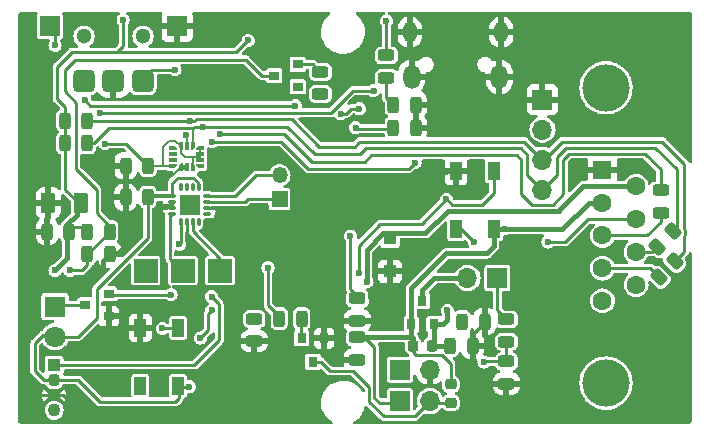
<source format=gbr>
G04 #@! TF.GenerationSoftware,KiCad,Pcbnew,7.0.9*
G04 #@! TF.CreationDate,2023-12-15T21:40:49-05:00*
G04 #@! TF.ProjectId,MainBoard,4d61696e-426f-4617-9264-2e6b69636164,rev?*
G04 #@! TF.SameCoordinates,Original*
G04 #@! TF.FileFunction,Copper,L2,Bot*
G04 #@! TF.FilePolarity,Positive*
%FSLAX46Y46*%
G04 Gerber Fmt 4.6, Leading zero omitted, Abs format (unit mm)*
G04 Created by KiCad (PCBNEW 7.0.9) date 2023-12-15 21:40:49*
%MOMM*%
%LPD*%
G01*
G04 APERTURE LIST*
G04 Aperture macros list*
%AMRoundRect*
0 Rectangle with rounded corners*
0 $1 Rounding radius*
0 $2 $3 $4 $5 $6 $7 $8 $9 X,Y pos of 4 corners*
0 Add a 4 corners polygon primitive as box body*
4,1,4,$2,$3,$4,$5,$6,$7,$8,$9,$2,$3,0*
0 Add four circle primitives for the rounded corners*
1,1,$1+$1,$2,$3*
1,1,$1+$1,$4,$5*
1,1,$1+$1,$6,$7*
1,1,$1+$1,$8,$9*
0 Add four rect primitives between the rounded corners*
20,1,$1+$1,$2,$3,$4,$5,0*
20,1,$1+$1,$4,$5,$6,$7,0*
20,1,$1+$1,$6,$7,$8,$9,0*
20,1,$1+$1,$8,$9,$2,$3,0*%
%AMFreePoly0*
4,1,6,0.337500,0.050000,0.087500,-0.200000,-0.337500,-0.200000,-0.337500,0.200000,0.337500,0.200000,0.337500,0.050000,0.337500,0.050000,$1*%
%AMFreePoly1*
4,1,6,0.337500,-0.050000,0.337500,-0.200000,-0.337500,-0.200000,-0.337500,0.200000,0.087500,0.200000,0.337500,-0.050000,0.337500,-0.050000,$1*%
%AMFreePoly2*
4,1,6,0.200000,-0.337500,0.050000,-0.337500,-0.200000,-0.087500,-0.200000,0.337500,0.200000,0.337500,0.200000,-0.337500,0.200000,-0.337500,$1*%
%AMFreePoly3*
4,1,6,0.200000,-0.087500,-0.050000,-0.337500,-0.200000,-0.337500,-0.200000,0.337500,0.200000,0.337500,0.200000,-0.087500,0.200000,-0.087500,$1*%
%AMFreePoly4*
4,1,6,0.337500,-0.200000,-0.337500,-0.200000,-0.337500,-0.050000,-0.087500,0.200000,0.337500,0.200000,0.337500,-0.200000,0.337500,-0.200000,$1*%
%AMFreePoly5*
4,1,6,0.337500,-0.200000,-0.087500,-0.200000,-0.337500,0.050000,-0.337500,0.200000,0.337500,0.200000,0.337500,-0.200000,0.337500,-0.200000,$1*%
%AMFreePoly6*
4,1,6,0.200000,0.087500,0.200000,-0.337500,-0.200000,-0.337500,-0.200000,0.337500,-0.050000,0.337500,0.200000,0.087500,0.200000,0.087500,$1*%
%AMFreePoly7*
4,1,6,0.200000,-0.337500,-0.200000,-0.337500,-0.200000,0.087500,0.050000,0.337500,0.200000,0.337500,0.200000,-0.337500,0.200000,-0.337500,$1*%
G04 Aperture macros list end*
G04 #@! TA.AperFunction,SMDPad,CuDef*
%ADD10RoundRect,0.243750X0.150260X-0.494975X0.494975X-0.150260X-0.150260X0.494975X-0.494975X0.150260X0*%
G04 #@! TD*
G04 #@! TA.AperFunction,ComponentPad*
%ADD11R,1.350000X1.350000*%
G04 #@! TD*
G04 #@! TA.AperFunction,ComponentPad*
%ADD12O,1.350000X1.350000*%
G04 #@! TD*
G04 #@! TA.AperFunction,SMDPad,CuDef*
%ADD13R,2.000000X2.000000*%
G04 #@! TD*
G04 #@! TA.AperFunction,SMDPad,CuDef*
%ADD14RoundRect,0.243750X0.456250X-0.243750X0.456250X0.243750X-0.456250X0.243750X-0.456250X-0.243750X0*%
G04 #@! TD*
G04 #@! TA.AperFunction,SMDPad,CuDef*
%ADD15RoundRect,0.250000X-0.375000X-0.625000X0.375000X-0.625000X0.375000X0.625000X-0.375000X0.625000X0*%
G04 #@! TD*
G04 #@! TA.AperFunction,SMDPad,CuDef*
%ADD16R,1.100000X1.100000*%
G04 #@! TD*
G04 #@! TA.AperFunction,WasherPad*
%ADD17C,1.300000*%
G04 #@! TD*
G04 #@! TA.AperFunction,SMDPad,CuDef*
%ADD18R,1.700000X1.700000*%
G04 #@! TD*
G04 #@! TA.AperFunction,SMDPad,CuDef*
%ADD19RoundRect,0.475000X0.475000X0.475000X-0.475000X0.475000X-0.475000X-0.475000X0.475000X-0.475000X0*%
G04 #@! TD*
G04 #@! TA.AperFunction,ComponentPad*
%ADD20C,1.100000*%
G04 #@! TD*
G04 #@! TA.AperFunction,ComponentPad*
%ADD21R,1.100000X1.100000*%
G04 #@! TD*
G04 #@! TA.AperFunction,SMDPad,CuDef*
%ADD22RoundRect,0.243750X0.243750X0.456250X-0.243750X0.456250X-0.243750X-0.456250X0.243750X-0.456250X0*%
G04 #@! TD*
G04 #@! TA.AperFunction,SMDPad,CuDef*
%ADD23O,0.750000X0.300000*%
G04 #@! TD*
G04 #@! TA.AperFunction,SMDPad,CuDef*
%ADD24O,0.300000X0.750000*%
G04 #@! TD*
G04 #@! TA.AperFunction,SMDPad,CuDef*
%ADD25R,1.800000X1.800000*%
G04 #@! TD*
G04 #@! TA.AperFunction,ComponentPad*
%ADD26C,0.600000*%
G04 #@! TD*
G04 #@! TA.AperFunction,SMDPad,CuDef*
%ADD27RoundRect,0.243750X-0.456250X0.243750X-0.456250X-0.243750X0.456250X-0.243750X0.456250X0.243750X0*%
G04 #@! TD*
G04 #@! TA.AperFunction,SMDPad,CuDef*
%ADD28RoundRect,0.243750X-0.243750X-0.456250X0.243750X-0.456250X0.243750X0.456250X-0.243750X0.456250X0*%
G04 #@! TD*
G04 #@! TA.AperFunction,ComponentPad*
%ADD29O,1.450000X2.000000*%
G04 #@! TD*
G04 #@! TA.AperFunction,ComponentPad*
%ADD30O,1.150000X1.800000*%
G04 #@! TD*
G04 #@! TA.AperFunction,SMDPad,CuDef*
%ADD31R,0.900000X0.800000*%
G04 #@! TD*
G04 #@! TA.AperFunction,SMDPad,CuDef*
%ADD32FreePoly0,180.000000*%
G04 #@! TD*
G04 #@! TA.AperFunction,SMDPad,CuDef*
%ADD33R,0.675000X0.400000*%
G04 #@! TD*
G04 #@! TA.AperFunction,SMDPad,CuDef*
%ADD34FreePoly1,180.000000*%
G04 #@! TD*
G04 #@! TA.AperFunction,SMDPad,CuDef*
%ADD35FreePoly2,180.000000*%
G04 #@! TD*
G04 #@! TA.AperFunction,SMDPad,CuDef*
%ADD36R,0.400000X0.675000*%
G04 #@! TD*
G04 #@! TA.AperFunction,SMDPad,CuDef*
%ADD37FreePoly3,180.000000*%
G04 #@! TD*
G04 #@! TA.AperFunction,SMDPad,CuDef*
%ADD38FreePoly4,180.000000*%
G04 #@! TD*
G04 #@! TA.AperFunction,SMDPad,CuDef*
%ADD39FreePoly5,180.000000*%
G04 #@! TD*
G04 #@! TA.AperFunction,SMDPad,CuDef*
%ADD40FreePoly6,180.000000*%
G04 #@! TD*
G04 #@! TA.AperFunction,SMDPad,CuDef*
%ADD41FreePoly7,180.000000*%
G04 #@! TD*
G04 #@! TA.AperFunction,ComponentPad*
%ADD42R,1.700000X1.700000*%
G04 #@! TD*
G04 #@! TA.AperFunction,ComponentPad*
%ADD43O,1.700000X1.700000*%
G04 #@! TD*
G04 #@! TA.AperFunction,SMDPad,CuDef*
%ADD44RoundRect,0.218750X-0.218750X-0.256250X0.218750X-0.256250X0.218750X0.256250X-0.218750X0.256250X0*%
G04 #@! TD*
G04 #@! TA.AperFunction,ComponentPad*
%ADD45R,1.600000X1.600000*%
G04 #@! TD*
G04 #@! TA.AperFunction,ComponentPad*
%ADD46C,1.600000*%
G04 #@! TD*
G04 #@! TA.AperFunction,ComponentPad*
%ADD47C,4.000000*%
G04 #@! TD*
G04 #@! TA.AperFunction,SMDPad,CuDef*
%ADD48RoundRect,0.218750X-0.256250X0.218750X-0.256250X-0.218750X0.256250X-0.218750X0.256250X0.218750X0*%
G04 #@! TD*
G04 #@! TA.AperFunction,SMDPad,CuDef*
%ADD49R,1.000000X1.500000*%
G04 #@! TD*
G04 #@! TA.AperFunction,ComponentPad*
%ADD50R,1.800000X1.800000*%
G04 #@! TD*
G04 #@! TA.AperFunction,ComponentPad*
%ADD51C,1.800000*%
G04 #@! TD*
G04 #@! TA.AperFunction,SMDPad,CuDef*
%ADD52R,0.800000X0.900000*%
G04 #@! TD*
G04 #@! TA.AperFunction,ViaPad*
%ADD53C,0.600000*%
G04 #@! TD*
G04 #@! TA.AperFunction,Conductor*
%ADD54C,0.250000*%
G04 #@! TD*
G04 #@! TA.AperFunction,Conductor*
%ADD55C,0.180000*%
G04 #@! TD*
G04 #@! TA.AperFunction,Conductor*
%ADD56C,0.400000*%
G04 #@! TD*
G04 #@! TA.AperFunction,Conductor*
%ADD57C,0.300000*%
G04 #@! TD*
G04 APERTURE END LIST*
D10*
X118988813Y-97863687D03*
X117662987Y-99189513D03*
X117815387Y-101767613D03*
X119141213Y-100441787D03*
D11*
X85686900Y-95148400D03*
D12*
X85686900Y-93148400D03*
D13*
X80645000Y-101219000D03*
X74345800Y-101219000D03*
X77495400Y-101219000D03*
D14*
X117957600Y-96314500D03*
X117957600Y-94439500D03*
D15*
X66113200Y-95504000D03*
X68913200Y-95504000D03*
D16*
X95046800Y-98498200D03*
X95046800Y-101298200D03*
D17*
X69128000Y-81381600D03*
X74128000Y-81381600D03*
D18*
X66228000Y-80531600D03*
D19*
X71628000Y-85181600D03*
D18*
X77028000Y-80531600D03*
D19*
X69128000Y-85181600D03*
X74128000Y-85181600D03*
D20*
X66598800Y-110515400D03*
X66598800Y-111785400D03*
D21*
X66598800Y-109245400D03*
D20*
X66598800Y-113055400D03*
D22*
X74521300Y-94996000D03*
X72646300Y-94996000D03*
D23*
X76604600Y-96406400D03*
X76604600Y-95906400D03*
X76604600Y-95406400D03*
X76604600Y-94906400D03*
D24*
X77329600Y-94181400D03*
X77829600Y-94181400D03*
X78329600Y-94181400D03*
X78829600Y-94181400D03*
D23*
X79554600Y-94906400D03*
X79554600Y-95406400D03*
X79554600Y-95906400D03*
X79554600Y-96406400D03*
D24*
X78829600Y-97131400D03*
X78329600Y-97131400D03*
X77829600Y-97131400D03*
X77329600Y-97131400D03*
D25*
X78079600Y-95656400D03*
D26*
X78079600Y-95656400D03*
X77579600Y-96156400D03*
X78579600Y-96156400D03*
X78579600Y-95156400D03*
X77579600Y-95156400D03*
D22*
X65991500Y-97917000D03*
X67866500Y-97917000D03*
D27*
X92265500Y-103583500D03*
X92265500Y-105458500D03*
D28*
X69390500Y-90424000D03*
X67515500Y-90424000D03*
D22*
X87551500Y-105283000D03*
X85676500Y-105283000D03*
D28*
X67490000Y-88519000D03*
X69365000Y-88519000D03*
X102029500Y-107569000D03*
X100154500Y-107569000D03*
D27*
X92274592Y-106885500D03*
X92274592Y-108760500D03*
X83540600Y-105310700D03*
X83540600Y-107185700D03*
X104902000Y-107236500D03*
X104902000Y-105361500D03*
X104902000Y-108917500D03*
X104902000Y-110792500D03*
D22*
X97203500Y-87172800D03*
X95328500Y-87172800D03*
X95328500Y-89154000D03*
X97203500Y-89154000D03*
D28*
X69420500Y-99822000D03*
X71295500Y-99822000D03*
D29*
X104309000Y-84831800D03*
X96859000Y-84831800D03*
D30*
X104459000Y-81031800D03*
X96709000Y-81031800D03*
D31*
X87233000Y-83759000D03*
X87233000Y-85659000D03*
X85233000Y-84709000D03*
D14*
X94742000Y-83009500D03*
X94742000Y-84884500D03*
D27*
X89154000Y-86281500D03*
X89154000Y-84406500D03*
D28*
X69420500Y-97917000D03*
X71295500Y-97917000D03*
X72671700Y-92354400D03*
X74546700Y-92354400D03*
X103045500Y-105537000D03*
X101170500Y-105537000D03*
D32*
X78963100Y-90842400D03*
D33*
X78963100Y-91342400D03*
X78963100Y-91842400D03*
D34*
X78963100Y-92342400D03*
D35*
X78325600Y-92479900D03*
D36*
X77825600Y-92479900D03*
D37*
X77325600Y-92479900D03*
D38*
X76688100Y-92342400D03*
D33*
X76688100Y-91842400D03*
X76688100Y-91342400D03*
D39*
X76688100Y-90842400D03*
D40*
X77325600Y-90704900D03*
D36*
X77825600Y-90704900D03*
D41*
X78325600Y-90704900D03*
D42*
X107950000Y-86741000D03*
D43*
X107950000Y-89281000D03*
X107950000Y-91821000D03*
X107950000Y-94361000D03*
D42*
X104140000Y-101854000D03*
D43*
X101600000Y-101854000D03*
D44*
X97002500Y-107569000D03*
X98577500Y-107569000D03*
D45*
X113030000Y-92710000D03*
D46*
X113030000Y-95480000D03*
X113030000Y-98250000D03*
X113030000Y-101020000D03*
X113030000Y-103790000D03*
X115870000Y-94095000D03*
X115870000Y-96865000D03*
X115870000Y-99635000D03*
X115870000Y-102405000D03*
D47*
X113330000Y-110750000D03*
X113330000Y-85750000D03*
D42*
X95885000Y-109601000D03*
D43*
X98425000Y-109601000D03*
X98425000Y-112268000D03*
D42*
X95885000Y-112268000D03*
D48*
X100203000Y-110845500D03*
X100203000Y-112420500D03*
D49*
X103835000Y-97700000D03*
X100635000Y-97700000D03*
X103835000Y-92800000D03*
X100635000Y-92800000D03*
X77101500Y-110971500D03*
X73901500Y-110971500D03*
X77101500Y-106071500D03*
X73901500Y-106071500D03*
D50*
X66675000Y-104267000D03*
D51*
X66675000Y-106807000D03*
D31*
X71231000Y-103190000D03*
X71231000Y-105090000D03*
X69231000Y-104140000D03*
D52*
X88519000Y-108950000D03*
X89469000Y-106950000D03*
X87569000Y-106950000D03*
X98740000Y-105775000D03*
X96840000Y-105775000D03*
X97790000Y-103775000D03*
D53*
X92329000Y-105410000D03*
X86360000Y-81026000D03*
X99822000Y-92837000D03*
X75692000Y-86487000D03*
X77038200Y-86487000D03*
X107950000Y-104876600D03*
X107950000Y-105664000D03*
X107950000Y-107061000D03*
X92299107Y-88312867D03*
X90119200Y-89255600D03*
X90779600Y-108864400D03*
X78409800Y-98933000D03*
X75412600Y-97104200D03*
X99885500Y-104584500D03*
X92126496Y-89129296D03*
X66675000Y-101210000D03*
X93091000Y-102171500D03*
X72441000Y-80010000D03*
X67515500Y-90424000D03*
X70916800Y-90474800D03*
X83540600Y-105310700D03*
X83030000Y-81726000D03*
X67945000Y-101210000D03*
X94742000Y-80088500D03*
X95328500Y-87172800D03*
X76492000Y-103251000D03*
X101170500Y-105537000D03*
X70485000Y-87874010D03*
X93659000Y-85977498D03*
X69215000Y-86804500D03*
X87020400Y-87249000D03*
X104775000Y-97663000D03*
X78041500Y-111061500D03*
X92274592Y-106885500D03*
X92456000Y-87528400D03*
X90865790Y-87934800D03*
X99822000Y-95186516D03*
X92391000Y-101409500D03*
X79946500Y-104584500D03*
X78994000Y-106934000D03*
X76835000Y-101210000D03*
X79946500Y-103441500D03*
X102171500Y-98806000D03*
X102996990Y-108966000D03*
X84709000Y-100965000D03*
X91694000Y-98297992D03*
X92710000Y-103809802D03*
X80645000Y-89662000D03*
X97155000Y-92075000D03*
X80010000Y-90297000D03*
X77216000Y-99009202D03*
X74295000Y-101210000D03*
X80645000Y-101210000D03*
X78105000Y-88519000D03*
X77735600Y-89779000D03*
X79248000Y-89027000D03*
X89277081Y-86027564D03*
X87233000Y-85659000D03*
X75755500Y-106108500D03*
X108404900Y-98806000D03*
X76835000Y-84210000D03*
X68590000Y-85710002D03*
X66675000Y-82143600D03*
D54*
X87528500Y-106909500D02*
X87569000Y-106950000D01*
X87528500Y-105410000D02*
X87528500Y-106909500D01*
X102029500Y-106553000D02*
X103045500Y-105537000D01*
X102029500Y-107569000D02*
X102029500Y-106553000D01*
D55*
X77825600Y-92479900D02*
X77325600Y-92479900D01*
X77325600Y-92479900D02*
X76587500Y-93218000D01*
X76587500Y-93218000D02*
X76047600Y-93218000D01*
D54*
X76604600Y-95656400D02*
X75488800Y-95656400D01*
X76604600Y-95406400D02*
X76604600Y-95656400D01*
X76604600Y-95656400D02*
X76604600Y-95906400D01*
X91874843Y-88312867D02*
X90932110Y-89255600D01*
X92299107Y-88312867D02*
X91874843Y-88312867D01*
X90932110Y-89255600D02*
X90119200Y-89255600D01*
D56*
X70739263Y-100378237D02*
X70739263Y-100812337D01*
X71295500Y-99822000D02*
X70739263Y-100378237D01*
X70739263Y-100812337D02*
X70256400Y-101295200D01*
X71883000Y-99822000D02*
X72898000Y-98807000D01*
X71295500Y-99822000D02*
X71883000Y-99822000D01*
D54*
X65820983Y-111785400D02*
X65795583Y-111760000D01*
X66598800Y-111785400D02*
X65820983Y-111785400D01*
X65795583Y-111760000D02*
X65125600Y-111760000D01*
X67376617Y-111785400D02*
X67808417Y-112217200D01*
X66598800Y-111785400D02*
X67376617Y-111785400D01*
X67808417Y-112217200D02*
X68478400Y-112217200D01*
X77841001Y-97767801D02*
X77841001Y-98364201D01*
X77829600Y-97756400D02*
X77841001Y-97767801D01*
X77841001Y-98364201D02*
X78409800Y-98933000D01*
X77829600Y-97131400D02*
X77829600Y-97756400D01*
X78409800Y-98933000D02*
X78409800Y-98933000D01*
X80640800Y-96367600D02*
X80183600Y-95910400D01*
X80869600Y-95906400D02*
X81330800Y-96367600D01*
X81330800Y-96367600D02*
X80640800Y-96367600D01*
X79554600Y-95906400D02*
X80869600Y-95906400D01*
D56*
X98740000Y-107406500D02*
X98577500Y-107569000D01*
X98740000Y-105775000D02*
X98740000Y-107406500D01*
X98577500Y-107569000D02*
X100304500Y-107569000D01*
X99885500Y-105429500D02*
X99540000Y-105775000D01*
X99540000Y-105775000D02*
X98740000Y-105775000D01*
X99885500Y-104584500D02*
X99885500Y-105429500D01*
D54*
X92214700Y-89217500D02*
X92126496Y-89129296D01*
X95265000Y-89217500D02*
X92214700Y-89217500D01*
X95328500Y-89154000D02*
X95265000Y-89217500D01*
X66573500Y-101108500D02*
X66675000Y-101210000D01*
X67716500Y-97307500D02*
X67716500Y-98425000D01*
D56*
X67716500Y-98425000D02*
X67716500Y-99822000D01*
X67716500Y-99822000D02*
X67716500Y-100168500D01*
X67716500Y-100168500D02*
X66675000Y-101210000D01*
D54*
X67919500Y-97510500D02*
X69215000Y-97510500D01*
X67716500Y-97307500D02*
X67919500Y-97510500D01*
D56*
X111391000Y-94095000D02*
X115870000Y-94095000D01*
X94488000Y-98044000D02*
X98044000Y-98044000D01*
X93091000Y-99441000D02*
X94488000Y-98044000D01*
X93091000Y-102171500D02*
X93091000Y-99441000D01*
X109329991Y-96156009D02*
X109474000Y-96012000D01*
X99931991Y-96156009D02*
X109329991Y-96156009D01*
X98044000Y-98044000D02*
X99931991Y-96156009D01*
X109474000Y-96012000D02*
X111391000Y-94095000D01*
D55*
X74558700Y-92342400D02*
X74546700Y-92354400D01*
X77325600Y-90704900D02*
X76841500Y-90220800D01*
X75793600Y-90789262D02*
X75793600Y-92342400D01*
X76362062Y-90220800D02*
X75793600Y-90789262D01*
X76841500Y-90220800D02*
X76362062Y-90220800D01*
X76688100Y-92342400D02*
X75793600Y-92342400D01*
X75793600Y-92342400D02*
X74558700Y-92342400D01*
X77325600Y-91264402D02*
X77653598Y-91592400D01*
X77325600Y-90704900D02*
X77325600Y-91264402D01*
X78963100Y-90842400D02*
X78963100Y-91592400D01*
X78963100Y-91592400D02*
X78963100Y-91842400D01*
X78325600Y-91651200D02*
X78384400Y-91592400D01*
X78325600Y-92479900D02*
X78325600Y-91651200D01*
X78384400Y-91592400D02*
X78963100Y-91592400D01*
X77653598Y-91592400D02*
X78384400Y-91592400D01*
D54*
X72667100Y-90474800D02*
X73175100Y-90982800D01*
X70916800Y-90474800D02*
X72667100Y-90474800D01*
X73175100Y-90982800D02*
X74546700Y-92354400D01*
X94942200Y-98498200D02*
X94488000Y-98044000D01*
X95046800Y-98498200D02*
X94942200Y-98498200D01*
X72441000Y-82219600D02*
X72441000Y-80010000D01*
X66878200Y-86690200D02*
X66878200Y-83972400D01*
X67564000Y-87376000D02*
X66878200Y-86690200D01*
X68122800Y-82727800D02*
X71932800Y-82727800D01*
X66878200Y-83972400D02*
X68122800Y-82727800D01*
D56*
X67716500Y-97307500D02*
X68503800Y-96520200D01*
X68503800Y-96520200D02*
X68503800Y-95343399D01*
D54*
X68503800Y-95343399D02*
X67564000Y-94403599D01*
X71932800Y-82727800D02*
X72441000Y-82219600D01*
X67564000Y-94403599D02*
X67564000Y-87376000D01*
X71932800Y-82727800D02*
X82016600Y-82727800D01*
X83018400Y-81726000D02*
X83030000Y-81726000D01*
X82016600Y-82727800D02*
X83018400Y-81726000D01*
X71295500Y-97947000D02*
X71295500Y-97917000D01*
X69420500Y-99822000D02*
X71295500Y-97947000D01*
X69420500Y-99822000D02*
X69420500Y-100505500D01*
X69420500Y-99822000D02*
X69420500Y-100759500D01*
X68970000Y-101210000D02*
X67945000Y-101210000D01*
X69420500Y-100759500D02*
X68970000Y-101210000D01*
X84533000Y-84709000D02*
X85233000Y-84709000D01*
X68452490Y-86994490D02*
X67487800Y-86029800D01*
X68452490Y-92633290D02*
X68452490Y-86994490D01*
X71247000Y-97409000D02*
X70205600Y-96367600D01*
X70205600Y-96367600D02*
X70205600Y-94386400D01*
X71247000Y-98298000D02*
X71247000Y-97409000D01*
X70205600Y-94386400D02*
X68452490Y-92633290D01*
X67487800Y-86029800D02*
X67487800Y-84226400D01*
X67487800Y-84226400D02*
X68351400Y-83362800D01*
X68351400Y-83362800D02*
X82829400Y-83362800D01*
X84175600Y-84709000D02*
X84533000Y-84709000D01*
X82829400Y-83362800D02*
X84175600Y-84709000D01*
X94742000Y-83009500D02*
X94742000Y-80088500D01*
X94742000Y-86586300D02*
X95328500Y-87172800D01*
X94742000Y-84884500D02*
X94742000Y-86586300D01*
X71292000Y-103251000D02*
X71231000Y-103190000D01*
X76492000Y-103251000D02*
X71292000Y-103251000D01*
X103505000Y-102489000D02*
X104140000Y-101854000D01*
X104140000Y-104599500D02*
X104902000Y-105361500D01*
X104140000Y-101854000D02*
X104140000Y-104599500D01*
X70485000Y-87874010D02*
X90001576Y-87874010D01*
X90001576Y-87874010D02*
X91898088Y-85977498D01*
X91898088Y-85977498D02*
X93234736Y-85977498D01*
X93234736Y-85977498D02*
X93659000Y-85977498D01*
X69215000Y-86804500D02*
X69659500Y-87249000D01*
X69659500Y-87249000D02*
X87020400Y-87249000D01*
D56*
X97002500Y-107569000D02*
X97002500Y-106908500D01*
X96840000Y-106746000D02*
X96840000Y-105775000D01*
X97002500Y-106908500D02*
X96840000Y-106746000D01*
D54*
X104738000Y-97700000D02*
X104775000Y-97663000D01*
X103835000Y-97700000D02*
X104738000Y-97700000D01*
X77191500Y-111061500D02*
X77165000Y-111035000D01*
X78041500Y-111061500D02*
X77191500Y-111061500D01*
X77165000Y-112035000D02*
X76868500Y-112331500D01*
X77165000Y-111035000D02*
X77165000Y-112035000D01*
X76868500Y-112331500D02*
X70485000Y-112331500D01*
X68643500Y-110490000D02*
X66675000Y-110490000D01*
X70485000Y-112331500D02*
X68643500Y-110490000D01*
X65659000Y-106680000D02*
X66675000Y-106680000D01*
X65722500Y-110490000D02*
X64960500Y-109728000D01*
X66675000Y-110490000D02*
X65722500Y-110490000D01*
X64960500Y-109728000D02*
X64960500Y-107378500D01*
X64960500Y-107378500D02*
X65659000Y-106680000D01*
D56*
X111898630Y-95480000D02*
X113030000Y-95480000D01*
X111847500Y-95480000D02*
X111898630Y-95480000D01*
X109627500Y-97700000D02*
X111847500Y-95480000D01*
X103835000Y-97700000D02*
X109627500Y-97700000D01*
X103835000Y-99174500D02*
X103835000Y-97700000D01*
X96840000Y-105775000D02*
X96840000Y-102740500D01*
X96840000Y-102740500D02*
X99822000Y-99758500D01*
X99822000Y-99758500D02*
X103251000Y-99758500D01*
X103251000Y-99758500D02*
X103835000Y-99174500D01*
D54*
X100203000Y-109093000D02*
X100203000Y-110845500D01*
X97002500Y-107569000D02*
X97002500Y-108144000D01*
X97002500Y-108144000D02*
X97227510Y-108369010D01*
X99479010Y-108369010D02*
X100203000Y-109093000D01*
X97227510Y-108369010D02*
X99479010Y-108369010D01*
X93726000Y-111971000D02*
X94150000Y-112395000D01*
X92274592Y-106823447D02*
X92291039Y-106807000D01*
X94150000Y-112395000D02*
X95250000Y-112395000D01*
X92291039Y-106807000D02*
X92837000Y-106807000D01*
X92837000Y-106807000D02*
X93726000Y-107696000D01*
X93726000Y-107696000D02*
X93726000Y-111971000D01*
D56*
X96762553Y-106823447D02*
X96840000Y-106746000D01*
X92274592Y-106823447D02*
X96762553Y-106823447D01*
D57*
X74965100Y-94906400D02*
X74546700Y-94488000D01*
X76604600Y-94906400D02*
X74965100Y-94906400D01*
D54*
X74523600Y-95311100D02*
X74523600Y-98462398D01*
X74523600Y-98462398D02*
X70205600Y-102780398D01*
X74546700Y-94488000D02*
X74546700Y-95288000D01*
X74546700Y-95288000D02*
X74523600Y-95311100D01*
X70205600Y-102780398D02*
X70205600Y-105257600D01*
X70205600Y-105257600D02*
X68656200Y-106807000D01*
X68656200Y-106807000D02*
X66675000Y-106807000D01*
X78804610Y-94181400D02*
X78829600Y-94181400D01*
X76604600Y-93787812D02*
X77047412Y-93345000D01*
X76604600Y-94906400D02*
X76604600Y-93787812D01*
X77047412Y-93345000D02*
X78389965Y-93345000D01*
X78804610Y-93759645D02*
X78804610Y-94181400D01*
X78389965Y-93345000D02*
X78804610Y-93759645D01*
X98298000Y-112395000D02*
X100177500Y-112395000D01*
X97122999Y-113570001D02*
X98298000Y-112395000D01*
X94520001Y-113570001D02*
X97122999Y-113570001D01*
X93275990Y-112325990D02*
X94520001Y-113570001D01*
X100177500Y-112395000D02*
X100203000Y-112420500D01*
X88519000Y-108950000D02*
X89169000Y-108950000D01*
X93275990Y-111055990D02*
X93275990Y-112325990D01*
X89169000Y-108950000D02*
X89947000Y-109728000D01*
X89947000Y-109728000D02*
X91948000Y-109728000D01*
X91948000Y-109728000D02*
X93275990Y-111055990D01*
X68531000Y-104140000D02*
X66675000Y-104140000D01*
X69231000Y-104140000D02*
X68531000Y-104140000D01*
X91290054Y-87934800D02*
X90865790Y-87934800D01*
X91696454Y-87528400D02*
X91290054Y-87934800D01*
X92456000Y-87528400D02*
X91696454Y-87528400D01*
X79646501Y-104884499D02*
X79646501Y-106281499D01*
X79946500Y-104584500D02*
X79646501Y-104884499D01*
X79646501Y-106281499D02*
X78994000Y-106934000D01*
X103835000Y-92800000D02*
X103835000Y-94666000D01*
X100330000Y-95631000D02*
X99885516Y-95186516D01*
X103835000Y-94666000D02*
X102870000Y-95631000D01*
X99885516Y-95186516D02*
X99822000Y-95186516D01*
X102870000Y-95631000D02*
X100330000Y-95631000D01*
X94234000Y-97282000D02*
X92391000Y-99125000D01*
X97726516Y-97282000D02*
X94234000Y-97282000D01*
X92391000Y-99125000D02*
X92391000Y-101409500D01*
X99822000Y-95186516D02*
X97726516Y-97282000D01*
X76590999Y-96433801D02*
X76606400Y-96418400D01*
X76835000Y-101210000D02*
X76835000Y-100660000D01*
X76403200Y-96621600D02*
X76590999Y-96433801D01*
X76835000Y-100660000D02*
X76403200Y-100228200D01*
X76403200Y-100228200D02*
X76403200Y-96621600D01*
X78486000Y-109220000D02*
X66675000Y-109220000D01*
X80571501Y-107134499D02*
X78486000Y-109220000D01*
X80571501Y-104066501D02*
X80571501Y-107134499D01*
X79946500Y-103441500D02*
X80571501Y-104066501D01*
X101065500Y-97700000D02*
X102171500Y-98806000D01*
X100635000Y-97700000D02*
X101065500Y-97700000D01*
X104902000Y-107236500D02*
X104902000Y-108917500D01*
X103045490Y-108917500D02*
X102996990Y-108966000D01*
X104902000Y-108917500D02*
X103045490Y-108917500D01*
X84709000Y-104165500D02*
X85953500Y-105410000D01*
X84709000Y-100965000D02*
X84709000Y-104165500D01*
X91694000Y-98297992D02*
X91694000Y-102793802D01*
X91694000Y-102793802D02*
X92410001Y-103509803D01*
X92410001Y-103509803D02*
X92710000Y-103809802D01*
X117957600Y-92659200D02*
X117957600Y-94439500D01*
X116611400Y-91313000D02*
X117957600Y-92659200D01*
X110236000Y-91313000D02*
X116611400Y-91313000D01*
X109728000Y-91821000D02*
X110236000Y-91313000D01*
X109728000Y-94742000D02*
X109728000Y-91821000D01*
X88455500Y-92011500D02*
X92900500Y-92011500D01*
X86106000Y-89662000D02*
X88455500Y-92011500D01*
X107061000Y-95631000D02*
X108839000Y-95631000D01*
X92900500Y-92011500D02*
X93472000Y-91440000D01*
X80645000Y-89662000D02*
X86106000Y-89662000D01*
X93472000Y-91440000D02*
X105791000Y-91440000D01*
X105791000Y-91440000D02*
X106172000Y-91821000D01*
X106172000Y-91821000D02*
X106172000Y-94742000D01*
X108839000Y-95631000D02*
X109728000Y-94742000D01*
X106172000Y-94742000D02*
X107061000Y-95631000D01*
X85852000Y-90297000D02*
X80010000Y-90297000D01*
X88138000Y-92583000D02*
X85852000Y-90297000D01*
X96647000Y-92583000D02*
X88138000Y-92583000D01*
X97155000Y-92075000D02*
X96647000Y-92583000D01*
D56*
X97790000Y-102870000D02*
X97790000Y-103775000D01*
X98806000Y-101854000D02*
X97790000Y-102870000D01*
X101600000Y-101854000D02*
X98806000Y-101854000D01*
D54*
X77329600Y-98895602D02*
X77216000Y-99009202D01*
X77329600Y-97131400D02*
X77329600Y-98895602D01*
X78329600Y-97887600D02*
X78329600Y-97131400D01*
X80645000Y-100203000D02*
X78329600Y-97887600D01*
X80645000Y-101210000D02*
X80645000Y-100203000D01*
X69215000Y-88519000D02*
X78105000Y-88519000D01*
X107950000Y-91821000D02*
X106426000Y-90297000D01*
X92481400Y-90297000D02*
X92349599Y-90428801D01*
X92349599Y-90428801D02*
X92049600Y-90728800D01*
X106426000Y-90297000D02*
X92481400Y-90297000D01*
X89052400Y-90728800D02*
X92049600Y-90728800D01*
X78105000Y-88519000D02*
X78529264Y-88519000D01*
X78646265Y-88401999D02*
X86725599Y-88401999D01*
X78529264Y-88519000D02*
X78646265Y-88401999D01*
X86725599Y-88401999D02*
X89052400Y-90728800D01*
D55*
X77825600Y-89869000D02*
X77825600Y-90704900D01*
X77735600Y-89779000D02*
X77825600Y-89869000D01*
D54*
X118084600Y-90297000D02*
X109601000Y-90297000D01*
X108077000Y-91821000D02*
X107950000Y-91821000D01*
X119964200Y-92176600D02*
X118084600Y-90297000D01*
X119964200Y-97690010D02*
X119964200Y-92176600D01*
X120052548Y-97778358D02*
X119964200Y-97690010D01*
X109601000Y-90297000D02*
X108077000Y-91821000D01*
X119141213Y-100441787D02*
X119964200Y-99618800D01*
X120052548Y-98249536D02*
X120052548Y-97778358D01*
X119964200Y-99618800D02*
X119964200Y-98337884D01*
X119964200Y-98337884D02*
X120052548Y-98249536D01*
X71247000Y-89154000D02*
X69977000Y-90424000D01*
X78522002Y-89027000D02*
X78395002Y-89154000D01*
X78395002Y-89154000D02*
X71247000Y-89154000D01*
X79248000Y-89027000D02*
X78522002Y-89027000D01*
X69390500Y-90424000D02*
X69977000Y-90424000D01*
X106680000Y-93091000D02*
X107950000Y-94361000D01*
X106680000Y-91440000D02*
X106680000Y-93091000D01*
X93033010Y-90862990D02*
X106102990Y-90862990D01*
X79248000Y-89027000D02*
X86360000Y-89027000D01*
X106102990Y-90862990D02*
X106680000Y-91440000D01*
X86360000Y-89027000D02*
X88722200Y-91389200D01*
X92506800Y-91389200D02*
X93033010Y-90862990D01*
X88722200Y-91389200D02*
X91338400Y-91389200D01*
X91338400Y-91389200D02*
X92506800Y-91389200D01*
D55*
X78325600Y-89223402D02*
X78522002Y-89027000D01*
X78325600Y-90450900D02*
X78325600Y-89223402D01*
D54*
X109220000Y-93091000D02*
X107950000Y-94361000D01*
X109220000Y-91567000D02*
X109220000Y-93091000D01*
X109982000Y-90805000D02*
X109220000Y-91567000D01*
X117500400Y-90805000D02*
X109982000Y-90805000D01*
X119354600Y-98044000D02*
X119354600Y-92659200D01*
X119354600Y-92659200D02*
X117500400Y-90805000D01*
X88506500Y-83759000D02*
X89154000Y-84406500D01*
X87233000Y-83759000D02*
X88506500Y-83759000D01*
X83686400Y-93148400D02*
X85686900Y-93148400D01*
X81928400Y-94906400D02*
X83686400Y-93148400D01*
X79554600Y-94906400D02*
X81928400Y-94906400D01*
X79554600Y-95406400D02*
X82787300Y-95406400D01*
X83045300Y-95148400D02*
X85686900Y-95148400D01*
X82787300Y-95406400D02*
X83045300Y-95148400D01*
X77138500Y-106108500D02*
X77165000Y-106135000D01*
X75755500Y-106108500D02*
X77138500Y-106108500D01*
X117957600Y-97129600D02*
X117957600Y-96314500D01*
X116837200Y-98250000D02*
X117957600Y-97129600D01*
X113030000Y-98250000D02*
X116837200Y-98250000D01*
X108404900Y-98806000D02*
X109829600Y-98806000D01*
X111770600Y-96865000D02*
X115870000Y-96865000D01*
X109829600Y-98806000D02*
X111770600Y-96865000D01*
X74921800Y-84210000D02*
X74153400Y-84978400D01*
X76835000Y-84210000D02*
X74921800Y-84210000D01*
X66675000Y-80750000D02*
X66253400Y-80328400D01*
X66675000Y-82143600D02*
X66675000Y-80750000D01*
X117067774Y-101020000D02*
X117815387Y-101767613D01*
X113030000Y-101020000D02*
X117067774Y-101020000D01*
X117217500Y-99635000D02*
X117662987Y-99189513D01*
X115870000Y-99635000D02*
X117217500Y-99635000D01*
G04 #@! TA.AperFunction,Conductor*
G36*
X65148392Y-79343502D02*
G01*
X65194885Y-79397158D01*
X65204989Y-79467432D01*
X65185037Y-79519501D01*
X65142033Y-79583860D01*
X65127500Y-79656922D01*
X65127500Y-81406277D01*
X65142033Y-81479339D01*
X65160405Y-81506835D01*
X65197399Y-81562201D01*
X65280260Y-81617566D01*
X65353326Y-81632100D01*
X66118095Y-81632100D01*
X66186216Y-81652102D01*
X66232709Y-81705758D01*
X66242813Y-81776032D01*
X66218057Y-81834804D01*
X66194137Y-81865975D01*
X66138670Y-81999890D01*
X66119750Y-82143599D01*
X66119750Y-82143600D01*
X66138670Y-82287309D01*
X66194137Y-82421224D01*
X66282378Y-82536221D01*
X66397375Y-82624462D01*
X66481821Y-82659439D01*
X66531291Y-82679930D01*
X66675000Y-82698850D01*
X66818709Y-82679930D01*
X66905349Y-82644043D01*
X66952624Y-82624462D01*
X67067621Y-82536221D01*
X67155862Y-82421224D01*
X67179075Y-82365180D01*
X67211330Y-82287309D01*
X67230250Y-82143600D01*
X67211330Y-81999891D01*
X67187138Y-81941487D01*
X67155863Y-81865978D01*
X67155861Y-81865975D01*
X67115977Y-81813997D01*
X67090377Y-81747780D01*
X67104641Y-81678231D01*
X67154242Y-81627434D01*
X67167728Y-81620884D01*
X67175735Y-81617566D01*
X67175740Y-81617566D01*
X67258601Y-81562201D01*
X67313966Y-81479340D01*
X67328500Y-81406274D01*
X67328500Y-79656926D01*
X67313966Y-79583860D01*
X67270962Y-79519499D01*
X67249749Y-79451748D01*
X67268532Y-79383281D01*
X67321350Y-79335839D01*
X67375729Y-79323500D01*
X72060185Y-79323500D01*
X72128306Y-79343502D01*
X72174799Y-79397158D01*
X72184903Y-79467432D01*
X72155409Y-79532012D01*
X72136889Y-79549462D01*
X72048378Y-79617378D01*
X71960137Y-79732375D01*
X71904670Y-79866290D01*
X71885750Y-80009999D01*
X71885750Y-80010000D01*
X71904670Y-80153709D01*
X71960136Y-80287621D01*
X71960138Y-80287624D01*
X71960139Y-80287625D01*
X72039462Y-80391001D01*
X72065063Y-80457220D01*
X72065500Y-80467704D01*
X72065500Y-82011872D01*
X72045498Y-82079993D01*
X72028595Y-82100967D01*
X71814167Y-82315395D01*
X71751855Y-82349421D01*
X71725072Y-82352300D01*
X69711756Y-82352300D01*
X69643635Y-82332298D01*
X69597142Y-82278642D01*
X69587038Y-82208368D01*
X69616532Y-82143788D01*
X69637695Y-82124364D01*
X69720693Y-82064062D01*
X69733871Y-82054488D01*
X69779669Y-82003625D01*
X69860533Y-81913816D01*
X69860534Y-81913814D01*
X69955179Y-81749884D01*
X69969517Y-81705758D01*
X70013674Y-81569856D01*
X70024567Y-81466209D01*
X70033460Y-81381600D01*
X70013674Y-81193344D01*
X70013674Y-81193343D01*
X69955181Y-81013321D01*
X69955177Y-81013313D01*
X69860534Y-80849385D01*
X69860533Y-80849383D01*
X69733873Y-80708713D01*
X69580732Y-80597450D01*
X69580732Y-80597449D01*
X69442086Y-80535720D01*
X69407803Y-80520456D01*
X69407801Y-80520455D01*
X69407800Y-80520455D01*
X69222646Y-80481100D01*
X69033354Y-80481100D01*
X68848199Y-80520455D01*
X68675267Y-80597449D01*
X68675267Y-80597450D01*
X68522126Y-80708713D01*
X68395466Y-80849383D01*
X68395465Y-80849385D01*
X68300822Y-81013313D01*
X68300818Y-81013321D01*
X68242325Y-81193343D01*
X68222540Y-81381600D01*
X68242325Y-81569856D01*
X68300818Y-81749878D01*
X68300822Y-81749886D01*
X68395465Y-81913814D01*
X68395466Y-81913816D01*
X68522126Y-82054486D01*
X68618305Y-82124364D01*
X68661659Y-82180586D01*
X68667734Y-82251322D01*
X68634603Y-82314114D01*
X68572783Y-82349025D01*
X68544244Y-82352300D01*
X68174811Y-82352300D01*
X68148952Y-82349618D01*
X68138529Y-82347432D01*
X68114436Y-82350436D01*
X68103363Y-82351816D01*
X68095574Y-82352300D01*
X68091682Y-82352300D01*
X68076334Y-82354861D01*
X68068659Y-82356142D01*
X68050566Y-82358397D01*
X68014178Y-82362933D01*
X68014175Y-82362933D01*
X68014174Y-82362934D01*
X68014173Y-82362934D01*
X68006629Y-82365180D01*
X67999191Y-82367734D01*
X67950922Y-82393855D01*
X67901591Y-82417972D01*
X67895188Y-82422543D01*
X67888975Y-82427380D01*
X67851792Y-82467770D01*
X66649455Y-83670105D01*
X66629280Y-83686490D01*
X66620366Y-83692314D01*
X66620365Y-83692315D01*
X66598603Y-83720272D01*
X66593444Y-83726116D01*
X66590681Y-83728879D01*
X66577104Y-83747896D01*
X66543390Y-83791210D01*
X66539648Y-83798126D01*
X66536189Y-83805201D01*
X66520529Y-83857803D01*
X66502699Y-83909741D01*
X66501409Y-83917473D01*
X66500431Y-83925315D01*
X66502700Y-83980155D01*
X66502700Y-86638189D01*
X66500018Y-86664046D01*
X66497832Y-86674467D01*
X66499305Y-86686277D01*
X66502216Y-86709636D01*
X66502700Y-86717425D01*
X66502700Y-86721314D01*
X66506542Y-86744340D01*
X66513332Y-86798820D01*
X66515583Y-86806380D01*
X66518133Y-86813808D01*
X66544255Y-86862077D01*
X66568374Y-86911412D01*
X66572955Y-86917827D01*
X66577776Y-86924022D01*
X66583109Y-86928931D01*
X66618171Y-86961208D01*
X67068252Y-87411289D01*
X67102276Y-87473600D01*
X67097212Y-87544415D01*
X67054665Y-87601251D01*
X67023191Y-87618438D01*
X67006943Y-87624498D01*
X67006942Y-87624498D01*
X66893168Y-87709668D01*
X66807998Y-87823442D01*
X66807996Y-87823447D01*
X66758329Y-87956605D01*
X66758327Y-87956613D01*
X66752000Y-88015467D01*
X66752000Y-89022512D01*
X66752002Y-89022536D01*
X66758328Y-89081388D01*
X66758328Y-89081390D01*
X66807996Y-89214553D01*
X66807998Y-89214557D01*
X66893168Y-89328331D01*
X66962426Y-89380176D01*
X67004972Y-89437011D01*
X67010038Y-89507827D01*
X66976013Y-89570139D01*
X66962427Y-89581912D01*
X66918667Y-89614670D01*
X66833498Y-89728442D01*
X66833496Y-89728447D01*
X66783829Y-89861605D01*
X66783827Y-89861613D01*
X66777500Y-89920467D01*
X66777500Y-90927512D01*
X66777502Y-90927536D01*
X66783828Y-90986388D01*
X66783828Y-90986390D01*
X66833496Y-91119553D01*
X66833498Y-91119557D01*
X66918668Y-91233331D01*
X67032442Y-91318501D01*
X67032444Y-91318501D01*
X67032446Y-91318503D01*
X67090230Y-91340055D01*
X67106534Y-91346137D01*
X67163369Y-91388684D01*
X67188179Y-91455204D01*
X67188500Y-91464192D01*
X67188500Y-94285160D01*
X67168498Y-94353281D01*
X67114842Y-94399774D01*
X67044568Y-94409878D01*
X66979988Y-94380384D01*
X66973405Y-94374255D01*
X66923079Y-94323929D01*
X66923074Y-94323925D01*
X66777599Y-94235982D01*
X66615301Y-94185408D01*
X66544773Y-94179000D01*
X66367200Y-94179000D01*
X66367200Y-95250000D01*
X67188199Y-95250000D01*
X67188199Y-94863026D01*
X67208201Y-94794905D01*
X67261857Y-94748412D01*
X67332131Y-94738308D01*
X67396711Y-94767802D01*
X67403293Y-94773929D01*
X67705408Y-95076045D01*
X68000796Y-95371433D01*
X68034821Y-95433745D01*
X68037700Y-95460528D01*
X68037700Y-96176864D01*
X68037702Y-96176885D01*
X68044108Y-96236479D01*
X68044108Y-96236481D01*
X68044109Y-96236483D01*
X68044691Y-96238043D01*
X68044783Y-96239338D01*
X68045921Y-96244151D01*
X68045140Y-96244335D01*
X68049754Y-96308858D01*
X68015729Y-96371167D01*
X67374079Y-97012816D01*
X67374071Y-97012826D01*
X67357565Y-97035190D01*
X67331698Y-97061233D01*
X67269669Y-97107668D01*
X67184498Y-97221442D01*
X67184498Y-97221443D01*
X67151340Y-97310340D01*
X67108792Y-97367175D01*
X67042272Y-97391984D01*
X66972898Y-97376892D01*
X66922696Y-97326688D01*
X66912990Y-97303790D01*
X66872526Y-97173934D01*
X66785368Y-97029758D01*
X66785364Y-97029753D01*
X66734290Y-96978679D01*
X66700264Y-96916367D01*
X66705329Y-96845552D01*
X66747876Y-96788716D01*
X66771673Y-96774685D01*
X66777597Y-96772018D01*
X66923074Y-96684074D01*
X66923079Y-96684070D01*
X67043270Y-96563879D01*
X67043274Y-96563874D01*
X67131217Y-96418399D01*
X67131217Y-96418398D01*
X67181791Y-96256103D01*
X67181791Y-96256099D01*
X67188200Y-96185572D01*
X67188200Y-95758000D01*
X66367200Y-95758000D01*
X66367200Y-96743000D01*
X66347198Y-96811121D01*
X66293542Y-96857614D01*
X66246694Y-96867804D01*
X66245500Y-96868999D01*
X66245500Y-99066999D01*
X66291316Y-99066999D01*
X66361216Y-99060648D01*
X66522064Y-99010526D01*
X66522065Y-99010526D01*
X66666241Y-98923368D01*
X66666246Y-98923364D01*
X66785364Y-98804246D01*
X66785368Y-98804241D01*
X66872526Y-98660065D01*
X66872526Y-98660064D01*
X66912991Y-98530209D01*
X66952353Y-98471123D01*
X67017411Y-98442698D01*
X67087509Y-98453958D01*
X67140392Y-98501329D01*
X67151341Y-98523661D01*
X67184496Y-98612553D01*
X67184499Y-98612558D01*
X67220063Y-98660065D01*
X67240162Y-98686914D01*
X67240867Y-98687855D01*
X67265679Y-98754375D01*
X67266000Y-98763365D01*
X67266000Y-99929705D01*
X67245998Y-99997826D01*
X67229095Y-100018801D01*
X66610978Y-100636917D01*
X66548666Y-100670942D01*
X66538332Y-100672743D01*
X66531291Y-100673670D01*
X66531289Y-100673670D01*
X66397375Y-100729137D01*
X66282378Y-100817378D01*
X66194137Y-100932375D01*
X66138670Y-101066290D01*
X66119750Y-101209999D01*
X66119750Y-101210000D01*
X66138670Y-101353709D01*
X66194137Y-101487624D01*
X66282378Y-101602621D01*
X66397375Y-101690862D01*
X66481821Y-101725839D01*
X66531291Y-101746330D01*
X66675000Y-101765250D01*
X66818709Y-101746330D01*
X66903155Y-101711351D01*
X66952624Y-101690862D01*
X67067621Y-101602621D01*
X67090634Y-101572630D01*
X67155861Y-101487625D01*
X67193592Y-101396531D01*
X67238136Y-101341255D01*
X67305499Y-101318832D01*
X67374291Y-101336389D01*
X67422670Y-101388350D01*
X67426408Y-101396534D01*
X67464138Y-101487625D01*
X67552378Y-101602621D01*
X67667375Y-101690862D01*
X67751821Y-101725839D01*
X67801291Y-101746330D01*
X67945000Y-101765250D01*
X68088709Y-101746330D01*
X68173155Y-101711351D01*
X68222624Y-101690862D01*
X68326001Y-101611538D01*
X68392221Y-101585937D01*
X68402705Y-101585500D01*
X68917989Y-101585500D01*
X68943847Y-101588181D01*
X68954268Y-101590367D01*
X68989436Y-101585983D01*
X68997226Y-101585500D01*
X69001107Y-101585500D01*
X69001114Y-101585500D01*
X69024140Y-101581657D01*
X69078626Y-101574866D01*
X69078627Y-101574865D01*
X69078630Y-101574865D01*
X69086136Y-101572630D01*
X69093604Y-101570065D01*
X69093610Y-101570065D01*
X69141877Y-101543944D01*
X69191211Y-101519826D01*
X69191214Y-101519823D01*
X69197603Y-101515261D01*
X69203819Y-101510422D01*
X69203826Y-101510419D01*
X69241008Y-101470028D01*
X69649246Y-101061789D01*
X69669418Y-101045409D01*
X69678336Y-101039584D01*
X69700106Y-101011611D01*
X69705271Y-101005764D01*
X69708019Y-101003018D01*
X69721585Y-100984016D01*
X69755309Y-100940689D01*
X69755309Y-100940686D01*
X69759053Y-100933769D01*
X69762509Y-100926701D01*
X69768043Y-100908115D01*
X69771531Y-100896395D01*
X69778171Y-100874095D01*
X69799390Y-100812286D01*
X69801118Y-100812879D01*
X69826609Y-100760231D01*
X69875918Y-100726810D01*
X69903554Y-100716503D01*
X69913249Y-100709246D01*
X70017331Y-100631331D01*
X70102501Y-100517557D01*
X70102503Y-100517553D01*
X70107209Y-100504938D01*
X70135659Y-100428661D01*
X70178206Y-100371825D01*
X70244726Y-100347015D01*
X70314100Y-100362107D01*
X70364302Y-100412309D01*
X70374009Y-100435209D01*
X70414473Y-100565064D01*
X70414473Y-100565065D01*
X70501631Y-100709241D01*
X70501635Y-100709246D01*
X70620753Y-100828364D01*
X70620758Y-100828368D01*
X70764934Y-100915526D01*
X70925783Y-100965648D01*
X70995684Y-100971999D01*
X71178768Y-100971999D01*
X71246889Y-100992001D01*
X71293382Y-101045656D01*
X71303487Y-101115930D01*
X71273994Y-101180511D01*
X71267864Y-101187094D01*
X69976855Y-102478103D01*
X69956680Y-102494488D01*
X69947766Y-102500312D01*
X69947765Y-102500313D01*
X69926003Y-102528270D01*
X69920844Y-102534114D01*
X69918081Y-102536877D01*
X69904504Y-102555894D01*
X69870790Y-102599208D01*
X69867048Y-102606124D01*
X69863589Y-102613199D01*
X69847929Y-102665801D01*
X69830099Y-102717739D01*
X69828809Y-102725471D01*
X69827831Y-102733313D01*
X69830100Y-102788153D01*
X69830100Y-103363500D01*
X69810098Y-103431621D01*
X69756442Y-103478114D01*
X69704100Y-103489500D01*
X68756322Y-103489500D01*
X68683260Y-103504033D01*
X68600399Y-103559399D01*
X68545033Y-103642260D01*
X68540892Y-103663082D01*
X68507984Y-103725992D01*
X68446289Y-103761123D01*
X68417313Y-103764500D01*
X67951500Y-103764500D01*
X67883379Y-103744498D01*
X67836886Y-103690842D01*
X67825500Y-103638500D01*
X67825500Y-103342325D01*
X67825499Y-103342322D01*
X67817145Y-103300326D01*
X67810966Y-103269260D01*
X67755601Y-103186399D01*
X67700235Y-103149405D01*
X67672739Y-103131033D01*
X67599677Y-103116500D01*
X67599674Y-103116500D01*
X65750326Y-103116500D01*
X65750322Y-103116500D01*
X65677260Y-103131033D01*
X65594399Y-103186399D01*
X65539033Y-103269260D01*
X65524500Y-103342322D01*
X65524500Y-105191677D01*
X65539033Y-105264739D01*
X65539034Y-105264740D01*
X65594399Y-105347601D01*
X65677260Y-105402966D01*
X65750326Y-105417500D01*
X66487171Y-105417500D01*
X66555292Y-105437502D01*
X66601785Y-105491158D01*
X66611889Y-105561432D01*
X66582395Y-105626012D01*
X66522669Y-105664396D01*
X66510333Y-105667352D01*
X66421859Y-105683891D01*
X66358800Y-105695679D01*
X66245998Y-105739379D01*
X66159981Y-105772702D01*
X66159980Y-105772702D01*
X66159979Y-105772703D01*
X66159974Y-105772705D01*
X65978701Y-105884945D01*
X65978699Y-105884946D01*
X65821128Y-106028592D01*
X65821126Y-106028595D01*
X65692633Y-106198746D01*
X65692630Y-106198751D01*
X65670385Y-106243423D01*
X65622115Y-106295486D01*
X65573185Y-106312290D01*
X65550378Y-106315133D01*
X65550375Y-106315133D01*
X65550374Y-106315134D01*
X65550373Y-106315134D01*
X65542829Y-106317380D01*
X65535391Y-106319934D01*
X65487122Y-106346055D01*
X65437791Y-106370172D01*
X65431388Y-106374743D01*
X65425175Y-106379580D01*
X65387992Y-106419970D01*
X64731752Y-107076208D01*
X64711577Y-107092592D01*
X64702666Y-107098414D01*
X64702665Y-107098415D01*
X64680903Y-107126372D01*
X64675744Y-107132216D01*
X64672981Y-107134979D01*
X64659404Y-107153996D01*
X64625690Y-107197310D01*
X64621948Y-107204226D01*
X64618489Y-107211301D01*
X64602829Y-107263903D01*
X64584999Y-107315841D01*
X64583709Y-107323573D01*
X64582731Y-107331415D01*
X64585000Y-107386255D01*
X64585000Y-109675989D01*
X64582318Y-109701846D01*
X64580132Y-109712267D01*
X64581487Y-109723131D01*
X64584516Y-109747436D01*
X64585000Y-109755225D01*
X64585000Y-109759114D01*
X64586247Y-109766587D01*
X64588842Y-109782140D01*
X64595632Y-109836620D01*
X64597883Y-109844180D01*
X64600433Y-109851608D01*
X64626555Y-109899877D01*
X64650674Y-109949212D01*
X64655255Y-109955627D01*
X64660076Y-109961822D01*
X64700061Y-109998631D01*
X64700471Y-109999008D01*
X65420205Y-110718742D01*
X65436586Y-110738913D01*
X65442416Y-110747836D01*
X65470383Y-110769603D01*
X65476234Y-110774771D01*
X65478983Y-110777520D01*
X65497986Y-110791088D01*
X65541311Y-110824809D01*
X65541313Y-110824809D01*
X65548239Y-110828558D01*
X65555295Y-110832007D01*
X65555298Y-110832007D01*
X65555301Y-110832010D01*
X65607903Y-110847670D01*
X65659840Y-110865500D01*
X65659842Y-110865500D01*
X65667581Y-110866792D01*
X65675412Y-110867768D01*
X65730256Y-110865500D01*
X65803736Y-110865500D01*
X65871857Y-110885502D01*
X65910423Y-110924464D01*
X65968982Y-111017660D01*
X65968983Y-111017662D01*
X66096537Y-111145216D01*
X66096539Y-111145217D01*
X66249274Y-111241187D01*
X66249275Y-111241187D01*
X66249278Y-111241189D01*
X66419545Y-111300768D01*
X66419550Y-111300768D01*
X66419552Y-111300769D01*
X66436399Y-111302667D01*
X66501853Y-111330169D01*
X66511389Y-111338780D01*
X66583009Y-111410400D01*
X66567727Y-111410400D01*
X66475354Y-111425814D01*
X66365286Y-111485381D01*
X66280522Y-111577459D01*
X66230249Y-111692070D01*
X66223822Y-111769631D01*
X65734752Y-111280561D01*
X65670450Y-111400866D01*
X65670448Y-111400871D01*
X65613267Y-111589372D01*
X65593961Y-111785397D01*
X65593961Y-111785402D01*
X65613267Y-111981427D01*
X65670448Y-112169928D01*
X65670453Y-112169942D01*
X65734751Y-112290236D01*
X66220972Y-111804016D01*
X66219914Y-111816795D01*
X66250637Y-111938119D01*
X66319089Y-112042892D01*
X66417852Y-112119763D01*
X66536224Y-112160400D01*
X66583010Y-112160400D01*
X66511388Y-112232021D01*
X66449075Y-112266046D01*
X66436403Y-112268132D01*
X66419553Y-112270030D01*
X66419539Y-112270033D01*
X66249277Y-112329611D01*
X66249274Y-112329612D01*
X66096539Y-112425582D01*
X66096537Y-112425583D01*
X65968983Y-112553137D01*
X65968982Y-112553139D01*
X65873012Y-112705874D01*
X65873011Y-112705877D01*
X65828302Y-112833648D01*
X65813432Y-112876145D01*
X65793235Y-113055400D01*
X65813432Y-113234655D01*
X65873011Y-113404922D01*
X65873012Y-113404925D01*
X65968982Y-113557660D01*
X65968983Y-113557662D01*
X66096537Y-113685216D01*
X66096539Y-113685217D01*
X66249274Y-113781187D01*
X66249275Y-113781187D01*
X66249278Y-113781189D01*
X66419545Y-113840768D01*
X66598800Y-113860965D01*
X66778055Y-113840768D01*
X66948322Y-113781189D01*
X67101062Y-113685216D01*
X67228616Y-113557662D01*
X67324589Y-113404922D01*
X67384168Y-113234655D01*
X67404365Y-113055400D01*
X67384168Y-112876145D01*
X67324589Y-112705878D01*
X67324587Y-112705875D01*
X67324587Y-112705874D01*
X67228617Y-112553139D01*
X67228616Y-112553137D01*
X67101062Y-112425583D01*
X67101060Y-112425582D01*
X66948325Y-112329612D01*
X66948322Y-112329611D01*
X66778058Y-112270033D01*
X66778057Y-112270032D01*
X66778055Y-112270032D01*
X66761194Y-112268132D01*
X66695743Y-112240628D01*
X66686209Y-112232020D01*
X66614590Y-112160400D01*
X66629873Y-112160400D01*
X66722246Y-112144986D01*
X66832314Y-112085419D01*
X66917078Y-111993341D01*
X66967351Y-111878730D01*
X66973777Y-111801168D01*
X67462846Y-112290237D01*
X67462847Y-112290236D01*
X67527149Y-112169935D01*
X67584332Y-111981427D01*
X67603639Y-111785402D01*
X67603639Y-111785397D01*
X67584332Y-111589372D01*
X67527149Y-111400864D01*
X67462847Y-111280562D01*
X66976627Y-111766781D01*
X66977686Y-111754005D01*
X66946963Y-111632681D01*
X66878511Y-111527908D01*
X66779748Y-111451037D01*
X66661376Y-111410400D01*
X66614590Y-111410400D01*
X66686209Y-111338780D01*
X66748521Y-111304755D01*
X66761198Y-111302667D01*
X66768985Y-111301789D01*
X66778047Y-111300769D01*
X66778047Y-111300768D01*
X66778055Y-111300768D01*
X66948322Y-111241189D01*
X67101062Y-111145216D01*
X67228616Y-111017662D01*
X67245292Y-110991121D01*
X67287177Y-110924464D01*
X67340355Y-110877426D01*
X67393864Y-110865500D01*
X68435773Y-110865500D01*
X68503894Y-110885502D01*
X68524868Y-110902405D01*
X70182701Y-112560238D01*
X70199086Y-112580413D01*
X70204916Y-112589336D01*
X70232883Y-112611103D01*
X70238734Y-112616271D01*
X70241482Y-112619019D01*
X70241485Y-112619021D01*
X70260482Y-112632585D01*
X70303806Y-112666306D01*
X70303809Y-112666308D01*
X70303811Y-112666309D01*
X70303812Y-112666309D01*
X70310731Y-112670053D01*
X70317798Y-112673508D01*
X70317801Y-112673510D01*
X70370405Y-112689171D01*
X70422340Y-112707000D01*
X70422347Y-112707000D01*
X70430107Y-112708295D01*
X70437911Y-112709268D01*
X70492755Y-112707000D01*
X76816489Y-112707000D01*
X76842347Y-112709681D01*
X76852768Y-112711867D01*
X76887936Y-112707483D01*
X76895726Y-112707000D01*
X76899607Y-112707000D01*
X76899614Y-112707000D01*
X76922640Y-112703157D01*
X76977126Y-112696366D01*
X76977127Y-112696365D01*
X76977130Y-112696365D01*
X76984636Y-112694130D01*
X76992104Y-112691565D01*
X76992110Y-112691565D01*
X77040377Y-112665444D01*
X77089711Y-112641326D01*
X77089714Y-112641323D01*
X77096103Y-112636761D01*
X77102319Y-112631922D01*
X77102326Y-112631919D01*
X77139508Y-112591528D01*
X77393746Y-112337289D01*
X77413918Y-112320909D01*
X77422836Y-112315084D01*
X77444606Y-112287111D01*
X77449771Y-112281264D01*
X77452519Y-112278518D01*
X77466085Y-112259516D01*
X77499809Y-112216189D01*
X77499809Y-112216186D01*
X77503553Y-112209269D01*
X77507009Y-112202201D01*
X77522671Y-112149595D01*
X77532912Y-112119763D01*
X77540500Y-112097660D01*
X77540500Y-112097659D01*
X77541791Y-112089921D01*
X77542766Y-112082092D01*
X77542768Y-112082089D01*
X77542767Y-112082085D01*
X77543468Y-112076469D01*
X77571740Y-112011344D01*
X77630733Y-111971843D01*
X77643920Y-111968470D01*
X77699240Y-111957466D01*
X77782101Y-111902101D01*
X77837466Y-111819240D01*
X77852000Y-111746174D01*
X77852000Y-111735477D01*
X77872002Y-111667356D01*
X77925658Y-111620863D01*
X77994446Y-111610555D01*
X78041500Y-111616750D01*
X78185209Y-111597830D01*
X78269655Y-111562851D01*
X78319124Y-111542362D01*
X78434121Y-111454121D01*
X78522362Y-111339124D01*
X78547409Y-111278652D01*
X78577830Y-111205209D01*
X78596750Y-111061500D01*
X78577830Y-110917791D01*
X78556171Y-110865500D01*
X78522362Y-110783875D01*
X78434121Y-110668878D01*
X78319124Y-110580637D01*
X78185209Y-110525170D01*
X78041500Y-110506250D01*
X78041497Y-110506250D01*
X77994445Y-110512444D01*
X77924296Y-110501504D01*
X77871198Y-110454375D01*
X77852000Y-110387522D01*
X77852000Y-110196825D01*
X77851999Y-110196822D01*
X77845923Y-110166278D01*
X77837466Y-110123760D01*
X77782101Y-110040899D01*
X77719406Y-109999008D01*
X77699239Y-109985533D01*
X77626177Y-109971000D01*
X77626174Y-109971000D01*
X76576826Y-109971000D01*
X76576822Y-109971000D01*
X76503760Y-109985533D01*
X76420899Y-110040899D01*
X76365533Y-110123760D01*
X76351000Y-110196822D01*
X76351000Y-111746179D01*
X76362784Y-111805419D01*
X76356456Y-111876133D01*
X76312902Y-111932200D01*
X76245949Y-111955819D01*
X76239205Y-111956000D01*
X74763795Y-111956000D01*
X74695674Y-111935998D01*
X74649181Y-111882342D01*
X74639077Y-111812068D01*
X74640216Y-111805419D01*
X74651999Y-111746179D01*
X74652000Y-111746174D01*
X74652000Y-110196825D01*
X74651999Y-110196822D01*
X74645923Y-110166278D01*
X74637466Y-110123760D01*
X74582101Y-110040899D01*
X74519406Y-109999008D01*
X74499239Y-109985533D01*
X74426177Y-109971000D01*
X74426174Y-109971000D01*
X73376826Y-109971000D01*
X73376822Y-109971000D01*
X73303760Y-109985533D01*
X73220899Y-110040899D01*
X73165533Y-110123760D01*
X73151000Y-110196822D01*
X73151000Y-111746179D01*
X73162784Y-111805419D01*
X73156456Y-111876133D01*
X73112902Y-111932200D01*
X73045949Y-111955819D01*
X73039205Y-111956000D01*
X70692727Y-111956000D01*
X70624606Y-111935998D01*
X70603632Y-111919095D01*
X69776852Y-111092315D01*
X68945796Y-110261258D01*
X68929409Y-110241080D01*
X68923583Y-110232163D01*
X68919446Y-110228943D01*
X68895611Y-110210392D01*
X68889768Y-110205230D01*
X68887018Y-110202480D01*
X68887016Y-110202478D01*
X68868004Y-110188905D01*
X68844229Y-110170400D01*
X68824689Y-110155191D01*
X68824686Y-110155190D01*
X68824684Y-110155188D01*
X68817777Y-110151450D01*
X68810700Y-110147990D01*
X68758096Y-110132329D01*
X68733134Y-110123760D01*
X68706160Y-110114500D01*
X68706159Y-110114500D01*
X68706156Y-110114499D01*
X68698414Y-110113207D01*
X68690587Y-110112231D01*
X68635744Y-110114500D01*
X67472588Y-110114500D01*
X67404467Y-110094498D01*
X67357974Y-110040842D01*
X67347870Y-109970568D01*
X67367822Y-109918499D01*
X67372516Y-109911473D01*
X67384766Y-109893140D01*
X67399300Y-109820074D01*
X67399300Y-109721500D01*
X67419302Y-109653379D01*
X67472958Y-109606886D01*
X67525300Y-109595500D01*
X78433989Y-109595500D01*
X78459847Y-109598181D01*
X78470268Y-109600367D01*
X78505436Y-109595983D01*
X78513226Y-109595500D01*
X78517107Y-109595500D01*
X78517114Y-109595500D01*
X78540140Y-109591657D01*
X78594626Y-109584866D01*
X78594627Y-109584865D01*
X78594630Y-109584865D01*
X78602136Y-109582630D01*
X78609604Y-109580065D01*
X78609610Y-109580065D01*
X78657877Y-109553944D01*
X78707211Y-109529826D01*
X78707214Y-109529823D01*
X78713603Y-109525261D01*
X78719818Y-109520423D01*
X78719826Y-109520419D01*
X78744276Y-109493858D01*
X78757008Y-109480029D01*
X79780930Y-108456106D01*
X80797336Y-107439700D01*
X82390601Y-107439700D01*
X82390601Y-107485515D01*
X82396951Y-107555416D01*
X82447073Y-107716264D01*
X82447073Y-107716265D01*
X82534231Y-107860441D01*
X82534235Y-107860446D01*
X82653353Y-107979564D01*
X82653358Y-107979568D01*
X82797534Y-108066726D01*
X82958383Y-108116848D01*
X83028284Y-108123199D01*
X83286600Y-108123199D01*
X83286600Y-107439700D01*
X83794600Y-107439700D01*
X83794600Y-108123199D01*
X84052916Y-108123199D01*
X84122816Y-108116848D01*
X84283664Y-108066726D01*
X84283665Y-108066726D01*
X84427841Y-107979568D01*
X84427846Y-107979564D01*
X84546964Y-107860446D01*
X84546968Y-107860441D01*
X84634126Y-107716265D01*
X84634126Y-107716264D01*
X84684248Y-107555418D01*
X84684248Y-107555415D01*
X84690600Y-107485515D01*
X84690600Y-107439700D01*
X83794600Y-107439700D01*
X83286600Y-107439700D01*
X82390601Y-107439700D01*
X80797336Y-107439700D01*
X80800247Y-107436789D01*
X80820420Y-107420408D01*
X80829337Y-107414583D01*
X80851109Y-107386608D01*
X80856264Y-107380773D01*
X80859021Y-107378017D01*
X80872595Y-107359003D01*
X80906310Y-107315688D01*
X80906312Y-107315680D01*
X80910057Y-107308762D01*
X80913511Y-107301698D01*
X80917582Y-107288024D01*
X80929171Y-107249095D01*
X80947001Y-107197159D01*
X80947001Y-107197154D01*
X80948295Y-107189398D01*
X80949269Y-107181586D01*
X80947001Y-107126743D01*
X80947001Y-106931700D01*
X82390600Y-106931700D01*
X84690599Y-106931700D01*
X84690599Y-106885884D01*
X84684248Y-106815983D01*
X84634126Y-106655135D01*
X84634126Y-106655134D01*
X84546968Y-106510958D01*
X84546964Y-106510953D01*
X84427846Y-106391835D01*
X84427841Y-106391831D01*
X84283666Y-106304674D01*
X84153808Y-106264208D01*
X84094723Y-106224845D01*
X84066298Y-106159787D01*
X84077559Y-106089689D01*
X84124929Y-106036807D01*
X84147249Y-106025863D01*
X84236154Y-105992703D01*
X84255057Y-105978553D01*
X84349931Y-105907531D01*
X84435101Y-105793757D01*
X84435101Y-105793756D01*
X84435103Y-105793754D01*
X84484771Y-105660591D01*
X84484771Y-105660589D01*
X84484772Y-105660586D01*
X84491099Y-105601732D01*
X84491099Y-105601730D01*
X84491100Y-105601721D01*
X84491099Y-105019680D01*
X84484771Y-104960809D01*
X84435103Y-104827646D01*
X84435101Y-104827642D01*
X84349931Y-104713868D01*
X84236157Y-104628698D01*
X84236152Y-104628696D01*
X84102994Y-104579029D01*
X84102986Y-104579027D01*
X84044124Y-104572700D01*
X83037087Y-104572700D01*
X83037063Y-104572702D01*
X82978211Y-104579028D01*
X82978209Y-104579028D01*
X82845046Y-104628696D01*
X82845042Y-104628698D01*
X82731268Y-104713868D01*
X82646098Y-104827642D01*
X82646096Y-104827647D01*
X82596429Y-104960805D01*
X82596427Y-104960813D01*
X82590100Y-105019667D01*
X82590100Y-105601712D01*
X82590102Y-105601736D01*
X82596428Y-105660588D01*
X82596428Y-105660590D01*
X82646096Y-105793753D01*
X82646098Y-105793757D01*
X82731268Y-105907531D01*
X82845042Y-105992701D01*
X82845044Y-105992702D01*
X82845046Y-105992703D01*
X82866543Y-106000721D01*
X82933938Y-106025859D01*
X82990774Y-106068406D01*
X83015584Y-106134926D01*
X83000492Y-106204300D01*
X82950289Y-106254502D01*
X82927390Y-106264209D01*
X82797535Y-106304673D01*
X82797534Y-106304673D01*
X82653358Y-106391831D01*
X82653353Y-106391835D01*
X82534235Y-106510953D01*
X82534231Y-106510958D01*
X82447073Y-106655134D01*
X82447073Y-106655135D01*
X82396951Y-106815981D01*
X82396951Y-106815984D01*
X82390600Y-106885884D01*
X82390600Y-106931700D01*
X80947001Y-106931700D01*
X80947001Y-104118511D01*
X80949682Y-104092655D01*
X80951868Y-104082233D01*
X80947484Y-104047064D01*
X80947001Y-104039275D01*
X80947001Y-104035387D01*
X80943158Y-104012361D01*
X80941212Y-103996750D01*
X80936367Y-103957875D01*
X80936365Y-103957871D01*
X80934125Y-103950346D01*
X80931566Y-103942894D01*
X80931566Y-103942891D01*
X80905445Y-103894623D01*
X80881327Y-103845290D01*
X80881325Y-103845288D01*
X80881325Y-103845287D01*
X80876749Y-103838878D01*
X80871923Y-103832678D01*
X80847073Y-103809802D01*
X80831530Y-103795493D01*
X80688575Y-103652538D01*
X80535664Y-103499626D01*
X80501638Y-103437314D01*
X80499840Y-103426999D01*
X80482830Y-103297791D01*
X80456246Y-103233611D01*
X80427362Y-103163875D01*
X80339121Y-103048878D01*
X80224124Y-102960637D01*
X80090209Y-102905170D01*
X79946500Y-102886250D01*
X79802790Y-102905170D01*
X79668875Y-102960637D01*
X79553878Y-103048878D01*
X79465637Y-103163875D01*
X79410170Y-103297790D01*
X79391250Y-103441499D01*
X79391250Y-103441500D01*
X79410170Y-103585209D01*
X79465637Y-103719124D01*
X79553878Y-103834121D01*
X79656724Y-103913038D01*
X79698591Y-103970376D01*
X79702813Y-104041247D01*
X79668049Y-104103150D01*
X79656724Y-104112962D01*
X79553878Y-104191878D01*
X79465637Y-104306875D01*
X79410170Y-104440790D01*
X79393161Y-104569979D01*
X79364438Y-104634905D01*
X79360489Y-104639199D01*
X79358984Y-104640976D01*
X79345405Y-104659995D01*
X79311691Y-104703309D01*
X79307949Y-104710225D01*
X79304490Y-104717300D01*
X79288830Y-104769902D01*
X79271000Y-104821840D01*
X79269710Y-104829572D01*
X79268732Y-104837414D01*
X79271001Y-104892254D01*
X79271001Y-106073769D01*
X79250999Y-106141890D01*
X79234096Y-106162865D01*
X79052125Y-106344835D01*
X78989813Y-106378860D01*
X78979478Y-106380661D01*
X78850290Y-106397670D01*
X78716375Y-106453137D01*
X78601378Y-106541378D01*
X78513137Y-106656375D01*
X78457670Y-106790290D01*
X78438750Y-106933999D01*
X78438750Y-106934000D01*
X78457670Y-107077709D01*
X78513137Y-107211624D01*
X78601378Y-107326621D01*
X78716375Y-107414862D01*
X78800821Y-107449839D01*
X78850291Y-107470330D01*
X78994000Y-107489250D01*
X79137709Y-107470330D01*
X79222155Y-107435351D01*
X79271624Y-107414862D01*
X79386621Y-107326621D01*
X79474862Y-107211624D01*
X79503165Y-107143292D01*
X79530330Y-107077709D01*
X79547338Y-106948518D01*
X79576060Y-106883593D01*
X79583153Y-106875883D01*
X79875247Y-106583789D01*
X79895420Y-106567408D01*
X79904337Y-106561583D01*
X79926109Y-106533608D01*
X79931264Y-106527773D01*
X79934021Y-106525017D01*
X79944058Y-106510958D01*
X79947595Y-106506004D01*
X79970571Y-106476485D01*
X80028197Y-106435015D01*
X80099095Y-106431283D01*
X80160756Y-106466474D01*
X80193603Y-106529415D01*
X80196001Y-106553878D01*
X80196001Y-106926771D01*
X80175999Y-106994892D01*
X80159096Y-107015866D01*
X78367367Y-108807595D01*
X78305055Y-108841621D01*
X78278272Y-108844500D01*
X67525300Y-108844500D01*
X67457179Y-108824498D01*
X67410686Y-108770842D01*
X67399300Y-108718500D01*
X67399300Y-108670725D01*
X67399299Y-108670722D01*
X67398757Y-108667999D01*
X67384766Y-108597660D01*
X67329401Y-108514799D01*
X67274035Y-108477805D01*
X67246539Y-108459433D01*
X67173477Y-108444900D01*
X67173474Y-108444900D01*
X66024126Y-108444900D01*
X66024122Y-108444900D01*
X65951060Y-108459433D01*
X65868199Y-108514799D01*
X65812833Y-108597660D01*
X65798300Y-108670722D01*
X65798300Y-109730571D01*
X65778298Y-109798692D01*
X65724642Y-109845185D01*
X65654368Y-109855289D01*
X65589788Y-109825795D01*
X65583205Y-109819666D01*
X65372905Y-109609366D01*
X65338879Y-109547054D01*
X65336000Y-109520271D01*
X65336000Y-107586227D01*
X65356002Y-107518106D01*
X65372900Y-107497136D01*
X65489741Y-107380295D01*
X65552050Y-107346272D01*
X65622866Y-107351336D01*
X65679702Y-107393883D01*
X65691622Y-107413224D01*
X65692632Y-107415253D01*
X65754924Y-107497740D01*
X65809217Y-107569635D01*
X65821129Y-107585408D01*
X65978699Y-107729053D01*
X65978701Y-107729054D01*
X66159974Y-107841294D01*
X66159975Y-107841294D01*
X66159981Y-107841298D01*
X66358802Y-107918321D01*
X66568390Y-107957500D01*
X66568393Y-107957500D01*
X66781607Y-107957500D01*
X66781610Y-107957500D01*
X66991198Y-107918321D01*
X67190019Y-107841298D01*
X67371302Y-107729052D01*
X67528872Y-107585407D01*
X67657366Y-107415255D01*
X67738489Y-107252335D01*
X67786757Y-107200274D01*
X67851279Y-107182500D01*
X68604189Y-107182500D01*
X68630047Y-107185181D01*
X68640468Y-107187367D01*
X68675636Y-107182983D01*
X68683426Y-107182500D01*
X68687307Y-107182500D01*
X68687314Y-107182500D01*
X68710340Y-107178657D01*
X68764826Y-107171866D01*
X68764827Y-107171865D01*
X68764830Y-107171865D01*
X68772336Y-107169630D01*
X68779804Y-107167065D01*
X68779810Y-107167065D01*
X68828077Y-107140944D01*
X68877411Y-107116826D01*
X68877414Y-107116823D01*
X68883803Y-107112261D01*
X68890021Y-107107421D01*
X68890026Y-107107419D01*
X68917376Y-107077709D01*
X68927209Y-107067028D01*
X69410442Y-106583794D01*
X69668736Y-106325500D01*
X72951501Y-106325500D01*
X72951501Y-106875709D01*
X72954351Y-106906106D01*
X72954352Y-106906109D01*
X72999153Y-107034144D01*
X72999153Y-107034145D01*
X73079707Y-107143292D01*
X73188854Y-107223846D01*
X73316889Y-107268647D01*
X73316894Y-107268648D01*
X73347297Y-107271499D01*
X73647500Y-107271499D01*
X73647500Y-106325500D01*
X74155500Y-106325500D01*
X74155500Y-107271499D01*
X74455695Y-107271499D01*
X74455709Y-107271498D01*
X74486106Y-107268648D01*
X74486109Y-107268647D01*
X74614144Y-107223846D01*
X74614145Y-107223846D01*
X74723292Y-107143292D01*
X74803846Y-107034145D01*
X74803846Y-107034144D01*
X74848647Y-106906110D01*
X74848648Y-106906105D01*
X74851499Y-106875705D01*
X74851500Y-106875699D01*
X74851500Y-106325500D01*
X74155500Y-106325500D01*
X73647500Y-106325500D01*
X72951501Y-106325500D01*
X69668736Y-106325500D01*
X69885736Y-106108500D01*
X75200250Y-106108500D01*
X75219170Y-106252209D01*
X75274637Y-106386124D01*
X75362878Y-106501121D01*
X75477875Y-106589362D01*
X75551857Y-106620005D01*
X75611791Y-106644830D01*
X75755500Y-106663750D01*
X75899209Y-106644830D01*
X75983655Y-106609851D01*
X76033124Y-106589362D01*
X76136501Y-106510038D01*
X76202721Y-106484437D01*
X76213205Y-106484000D01*
X76225000Y-106484000D01*
X76293121Y-106504002D01*
X76339614Y-106557658D01*
X76351000Y-106610000D01*
X76351000Y-106846177D01*
X76365533Y-106919239D01*
X76383055Y-106945463D01*
X76420899Y-107002101D01*
X76503760Y-107057466D01*
X76576826Y-107072000D01*
X77626174Y-107072000D01*
X77699240Y-107057466D01*
X77782101Y-107002101D01*
X77837466Y-106919240D01*
X77852000Y-106846174D01*
X77852000Y-105296826D01*
X77837466Y-105223760D01*
X77782101Y-105140899D01*
X77713235Y-105094885D01*
X77699239Y-105085533D01*
X77626177Y-105071000D01*
X77626174Y-105071000D01*
X76576826Y-105071000D01*
X76576822Y-105071000D01*
X76503760Y-105085533D01*
X76420899Y-105140899D01*
X76365533Y-105223760D01*
X76351000Y-105296822D01*
X76351000Y-105607000D01*
X76330998Y-105675121D01*
X76277342Y-105721614D01*
X76225000Y-105733000D01*
X76213205Y-105733000D01*
X76145084Y-105712998D01*
X76136501Y-105706962D01*
X76033124Y-105627637D01*
X75899209Y-105572170D01*
X75755500Y-105553250D01*
X75611790Y-105572170D01*
X75477875Y-105627637D01*
X75362878Y-105715878D01*
X75274637Y-105830875D01*
X75219170Y-105964790D01*
X75200250Y-106108499D01*
X75200250Y-106108500D01*
X69885736Y-106108500D01*
X70238157Y-105756078D01*
X70300464Y-105722057D01*
X70371279Y-105727121D01*
X70428115Y-105769668D01*
X70428626Y-105770355D01*
X70459209Y-105811793D01*
X70568354Y-105892346D01*
X70696389Y-105937147D01*
X70696394Y-105937148D01*
X70726797Y-105939999D01*
X70977000Y-105939999D01*
X70977000Y-105344000D01*
X71485000Y-105344000D01*
X71485000Y-105939999D01*
X71735195Y-105939999D01*
X71735209Y-105939998D01*
X71765606Y-105937148D01*
X71765609Y-105937147D01*
X71893644Y-105892346D01*
X71893645Y-105892346D01*
X71995058Y-105817500D01*
X72951500Y-105817500D01*
X73647500Y-105817500D01*
X73647500Y-104871500D01*
X74155500Y-104871500D01*
X74155500Y-105817500D01*
X74851499Y-105817500D01*
X74851499Y-105267305D01*
X74851498Y-105267290D01*
X74848648Y-105236893D01*
X74848647Y-105236890D01*
X74803846Y-105108855D01*
X74803846Y-105108854D01*
X74723292Y-104999707D01*
X74614145Y-104919153D01*
X74486110Y-104874352D01*
X74486105Y-104874351D01*
X74455705Y-104871500D01*
X74155500Y-104871500D01*
X73647500Y-104871500D01*
X73347305Y-104871500D01*
X73347290Y-104871501D01*
X73316893Y-104874351D01*
X73316890Y-104874352D01*
X73188855Y-104919153D01*
X73188854Y-104919153D01*
X73079707Y-104999707D01*
X72999153Y-105108854D01*
X72999153Y-105108855D01*
X72954352Y-105236889D01*
X72954351Y-105236894D01*
X72951500Y-105267294D01*
X72951500Y-105817500D01*
X71995058Y-105817500D01*
X72002792Y-105811792D01*
X72083346Y-105702645D01*
X72083346Y-105702644D01*
X72128147Y-105574610D01*
X72128148Y-105574605D01*
X72130999Y-105544205D01*
X72131000Y-105544199D01*
X72131000Y-105344000D01*
X71485000Y-105344000D01*
X70977000Y-105344000D01*
X70977000Y-104240000D01*
X71485000Y-104240000D01*
X71485000Y-104836000D01*
X72130999Y-104836000D01*
X72130999Y-104635805D01*
X72130998Y-104635790D01*
X72128148Y-104605393D01*
X72128147Y-104605390D01*
X72083346Y-104477355D01*
X72083346Y-104477354D01*
X72002792Y-104368207D01*
X71893645Y-104287653D01*
X71765610Y-104242852D01*
X71765605Y-104242851D01*
X71735205Y-104240000D01*
X71485000Y-104240000D01*
X70977000Y-104240000D01*
X70726805Y-104240000D01*
X70726787Y-104240001D01*
X70718860Y-104240745D01*
X70649170Y-104227188D01*
X70597872Y-104178106D01*
X70581100Y-104115295D01*
X70581100Y-103959177D01*
X70601102Y-103891056D01*
X70654758Y-103844563D01*
X70725032Y-103834459D01*
X70731678Y-103835597D01*
X70756326Y-103840500D01*
X71705674Y-103840500D01*
X71778740Y-103825966D01*
X71861601Y-103770601D01*
X71916966Y-103687740D01*
X71916965Y-103687740D01*
X71920468Y-103682499D01*
X71974945Y-103636971D01*
X72025234Y-103626500D01*
X76034295Y-103626500D01*
X76102416Y-103646502D01*
X76110999Y-103652538D01*
X76214375Y-103731862D01*
X76293174Y-103764500D01*
X76348291Y-103787330D01*
X76492000Y-103806250D01*
X76635709Y-103787330D01*
X76720155Y-103752351D01*
X76769624Y-103731862D01*
X76884621Y-103643621D01*
X76972862Y-103528624D01*
X77000087Y-103462895D01*
X77028330Y-103394709D01*
X77047250Y-103251000D01*
X77028330Y-103107291D01*
X76992437Y-103020636D01*
X76972862Y-102973375D01*
X76884621Y-102858378D01*
X76769624Y-102770137D01*
X76629043Y-102711909D01*
X76573762Y-102667362D01*
X76551340Y-102599999D01*
X76568898Y-102531207D01*
X76620859Y-102482828D01*
X76677260Y-102469500D01*
X78520074Y-102469500D01*
X78593140Y-102454966D01*
X78676001Y-102399601D01*
X78731366Y-102316740D01*
X78745900Y-102243674D01*
X78745900Y-100194326D01*
X78731366Y-100121260D01*
X78676001Y-100038399D01*
X78611146Y-99995065D01*
X78593139Y-99983033D01*
X78520077Y-99968500D01*
X78520074Y-99968500D01*
X76904700Y-99968500D01*
X76836579Y-99948498D01*
X76790086Y-99894842D01*
X76778700Y-99842500D01*
X76778700Y-99612496D01*
X76798702Y-99544375D01*
X76852358Y-99497882D01*
X76922632Y-99487778D01*
X76952917Y-99496087D01*
X77013108Y-99521018D01*
X77072291Y-99545532D01*
X77216000Y-99564452D01*
X77359709Y-99545532D01*
X77444155Y-99510553D01*
X77493624Y-99490064D01*
X77608621Y-99401823D01*
X77696862Y-99286826D01*
X77722374Y-99225232D01*
X77752330Y-99152911D01*
X77771250Y-99009202D01*
X77770542Y-99003828D01*
X77760493Y-98927497D01*
X77752330Y-98865493D01*
X77726959Y-98804241D01*
X77714691Y-98774622D01*
X77705100Y-98726405D01*
X77705100Y-97947130D01*
X77725102Y-97879009D01*
X77778758Y-97832516D01*
X77849032Y-97822412D01*
X77913612Y-97851906D01*
X77951996Y-97911632D01*
X77955382Y-97926395D01*
X77957942Y-97941741D01*
X77964732Y-97996220D01*
X77966983Y-98003780D01*
X77969533Y-98011208D01*
X77995655Y-98059477D01*
X78019774Y-98108812D01*
X78024355Y-98115227D01*
X78029176Y-98121422D01*
X78069571Y-98158608D01*
X79669783Y-99758820D01*
X79703808Y-99821132D01*
X79698744Y-99891947D01*
X79656197Y-99948783D01*
X79605271Y-99971494D01*
X79547260Y-99983033D01*
X79464399Y-100038399D01*
X79409033Y-100121260D01*
X79394500Y-100194322D01*
X79394500Y-102243677D01*
X79409033Y-102316739D01*
X79414220Y-102324502D01*
X79464399Y-102399601D01*
X79547260Y-102454966D01*
X79620326Y-102469500D01*
X81669674Y-102469500D01*
X81742740Y-102454966D01*
X81825601Y-102399601D01*
X81880966Y-102316740D01*
X81895500Y-102243674D01*
X81895500Y-100965000D01*
X84153750Y-100965000D01*
X84172670Y-101108709D01*
X84228136Y-101242621D01*
X84228138Y-101242624D01*
X84228139Y-101242625D01*
X84307462Y-101346001D01*
X84333063Y-101412220D01*
X84333500Y-101422704D01*
X84333500Y-104113489D01*
X84330818Y-104139346D01*
X84328632Y-104149767D01*
X84330967Y-104168494D01*
X84333016Y-104184936D01*
X84333500Y-104192725D01*
X84333500Y-104196614D01*
X84337342Y-104219640D01*
X84344132Y-104274120D01*
X84346383Y-104281680D01*
X84348933Y-104289108D01*
X84375055Y-104337377D01*
X84399174Y-104386712D01*
X84403755Y-104393127D01*
X84408576Y-104399322D01*
X84429469Y-104418555D01*
X84448970Y-104436507D01*
X84901596Y-104889133D01*
X84935620Y-104951444D01*
X84938500Y-104978227D01*
X84938500Y-105786512D01*
X84938502Y-105786536D01*
X84944828Y-105845388D01*
X84944828Y-105845390D01*
X84994496Y-105978553D01*
X84994498Y-105978557D01*
X85079668Y-106092331D01*
X85193442Y-106177501D01*
X85193444Y-106177502D01*
X85193446Y-106177503D01*
X85250394Y-106198744D01*
X85326605Y-106227170D01*
X85326613Y-106227172D01*
X85355425Y-106230269D01*
X85385479Y-106233500D01*
X85967520Y-106233499D01*
X86026391Y-106227171D01*
X86159554Y-106177503D01*
X86159930Y-106177222D01*
X86273331Y-106092331D01*
X86358501Y-105978557D01*
X86358501Y-105978556D01*
X86358503Y-105978554D01*
X86408171Y-105845391D01*
X86408171Y-105845389D01*
X86408172Y-105845386D01*
X86414499Y-105786532D01*
X86414499Y-105786530D01*
X86414500Y-105786521D01*
X86414500Y-105786512D01*
X86813500Y-105786512D01*
X86813502Y-105786536D01*
X86819828Y-105845388D01*
X86819828Y-105845390D01*
X86869496Y-105978553D01*
X86869498Y-105978557D01*
X86950547Y-106086825D01*
X86954669Y-106092331D01*
X86980817Y-106111905D01*
X86988302Y-106117508D01*
X87030849Y-106174344D01*
X87035915Y-106245159D01*
X87001890Y-106307472D01*
X86993158Y-106314638D01*
X86988401Y-106319395D01*
X86933033Y-106402260D01*
X86918500Y-106475322D01*
X86918500Y-107424677D01*
X86933033Y-107497739D01*
X86933034Y-107497740D01*
X86988399Y-107580601D01*
X87071260Y-107635966D01*
X87144326Y-107650500D01*
X87993674Y-107650500D01*
X88066740Y-107635966D01*
X88149601Y-107580601D01*
X88204966Y-107497740D01*
X88219500Y-107424674D01*
X88219500Y-107204000D01*
X88619001Y-107204000D01*
X88619001Y-107454209D01*
X88621851Y-107484606D01*
X88621852Y-107484609D01*
X88666653Y-107612644D01*
X88666653Y-107612645D01*
X88747207Y-107721792D01*
X88856354Y-107802346D01*
X88984389Y-107847147D01*
X88984394Y-107847148D01*
X89014797Y-107849999D01*
X89215000Y-107849999D01*
X89215000Y-107204000D01*
X89723000Y-107204000D01*
X89723000Y-107849999D01*
X89923195Y-107849999D01*
X89923209Y-107849998D01*
X89953606Y-107847148D01*
X89953609Y-107847147D01*
X90081644Y-107802346D01*
X90081645Y-107802346D01*
X90190792Y-107721792D01*
X90271346Y-107612645D01*
X90271346Y-107612644D01*
X90316147Y-107484610D01*
X90316148Y-107484605D01*
X90318999Y-107454205D01*
X90319000Y-107454199D01*
X90319000Y-107204000D01*
X89723000Y-107204000D01*
X89215000Y-107204000D01*
X88619001Y-107204000D01*
X88219500Y-107204000D01*
X88219500Y-106696000D01*
X88619000Y-106696000D01*
X89215000Y-106696000D01*
X89215000Y-106050000D01*
X89723000Y-106050000D01*
X89723000Y-106696000D01*
X90318999Y-106696000D01*
X90318999Y-106445805D01*
X90318998Y-106445790D01*
X90316148Y-106415393D01*
X90316147Y-106415390D01*
X90271346Y-106287355D01*
X90271346Y-106287354D01*
X90190792Y-106178207D01*
X90081645Y-106097653D01*
X89953610Y-106052852D01*
X89953605Y-106052851D01*
X89923205Y-106050000D01*
X89723000Y-106050000D01*
X89215000Y-106050000D01*
X89014805Y-106050000D01*
X89014790Y-106050001D01*
X88984393Y-106052851D01*
X88984390Y-106052852D01*
X88856355Y-106097653D01*
X88856354Y-106097653D01*
X88747207Y-106178207D01*
X88666653Y-106287354D01*
X88666653Y-106287355D01*
X88621852Y-106415389D01*
X88621851Y-106415394D01*
X88619000Y-106445794D01*
X88619000Y-106696000D01*
X88219500Y-106696000D01*
X88219500Y-106475326D01*
X88204966Y-106402260D01*
X88149601Y-106319399D01*
X88136708Y-106310784D01*
X88091182Y-106256307D01*
X88082335Y-106185864D01*
X88112976Y-106121820D01*
X88131196Y-106105157D01*
X88148331Y-106092331D01*
X88225635Y-105989065D01*
X88233501Y-105978557D01*
X88233501Y-105978556D01*
X88233503Y-105978554D01*
X88283171Y-105845391D01*
X88283171Y-105845389D01*
X88283172Y-105845386D01*
X88289499Y-105786532D01*
X88289499Y-105786530D01*
X88289500Y-105786521D01*
X88289499Y-104779480D01*
X88283171Y-104720609D01*
X88233503Y-104587446D01*
X88233501Y-104587442D01*
X88148331Y-104473668D01*
X88034557Y-104388498D01*
X88034552Y-104388496D01*
X87901394Y-104338829D01*
X87901386Y-104338827D01*
X87842524Y-104332500D01*
X87260487Y-104332500D01*
X87260463Y-104332502D01*
X87201611Y-104338828D01*
X87201609Y-104338828D01*
X87068446Y-104388496D01*
X87068442Y-104388498D01*
X86954668Y-104473668D01*
X86869498Y-104587442D01*
X86869496Y-104587447D01*
X86819829Y-104720605D01*
X86819827Y-104720613D01*
X86813500Y-104779467D01*
X86813500Y-105786512D01*
X86414500Y-105786512D01*
X86414499Y-104779480D01*
X86408171Y-104720609D01*
X86358503Y-104587446D01*
X86358501Y-104587442D01*
X86273331Y-104473668D01*
X86159557Y-104388498D01*
X86159552Y-104388496D01*
X86026394Y-104338829D01*
X86026386Y-104338827D01*
X85967532Y-104332500D01*
X85967521Y-104332500D01*
X85459228Y-104332500D01*
X85391107Y-104312498D01*
X85370133Y-104295595D01*
X85121405Y-104046867D01*
X85087379Y-103984555D01*
X85084500Y-103957772D01*
X85084500Y-101422704D01*
X85104502Y-101354583D01*
X85110527Y-101346013D01*
X85189861Y-101242625D01*
X85196778Y-101225927D01*
X85204034Y-101208407D01*
X85245330Y-101108709D01*
X85264250Y-100965000D01*
X85245330Y-100821291D01*
X85220839Y-100762164D01*
X85189862Y-100687375D01*
X85101621Y-100572378D01*
X84986624Y-100484137D01*
X84852709Y-100428670D01*
X84709000Y-100409750D01*
X84565290Y-100428670D01*
X84431375Y-100484137D01*
X84316378Y-100572378D01*
X84228137Y-100687375D01*
X84172670Y-100821290D01*
X84153750Y-100964999D01*
X84153750Y-100965000D01*
X81895500Y-100965000D01*
X81895500Y-100194326D01*
X81880966Y-100121260D01*
X81825601Y-100038399D01*
X81760746Y-99995065D01*
X81742739Y-99983033D01*
X81669677Y-99968500D01*
X81669674Y-99968500D01*
X80993853Y-99968500D01*
X80925732Y-99948498D01*
X80908525Y-99935210D01*
X80905034Y-99931997D01*
X78918662Y-97945624D01*
X78884636Y-97883312D01*
X78889701Y-97812497D01*
X78932248Y-97755661D01*
X78950554Y-97744262D01*
X78954902Y-97742046D01*
X78954904Y-97742046D01*
X79067942Y-97684450D01*
X79157650Y-97594742D01*
X79215246Y-97481704D01*
X79230100Y-97387919D01*
X79230100Y-96932900D01*
X79250102Y-96864779D01*
X79303758Y-96818286D01*
X79356100Y-96806900D01*
X79811116Y-96806900D01*
X79811119Y-96806900D01*
X79904904Y-96792046D01*
X80017942Y-96734450D01*
X80107650Y-96644742D01*
X80165246Y-96531704D01*
X80185092Y-96406400D01*
X80185092Y-96406397D01*
X80185092Y-96406331D01*
X80185114Y-96406253D01*
X80186643Y-96396605D01*
X80187889Y-96396802D01*
X80205094Y-96338210D01*
X80211130Y-96329627D01*
X80303700Y-96208988D01*
X80364155Y-96063031D01*
X80365029Y-96056400D01*
X80005113Y-96056400D01*
X79947909Y-96042666D01*
X79903751Y-96020166D01*
X79852136Y-95971418D01*
X79835071Y-95902503D01*
X79857972Y-95835302D01*
X79913570Y-95791150D01*
X79960955Y-95781900D01*
X82735289Y-95781900D01*
X82761147Y-95784581D01*
X82771568Y-95786767D01*
X82806736Y-95782383D01*
X82814526Y-95781900D01*
X82818407Y-95781900D01*
X82818414Y-95781900D01*
X82841440Y-95778057D01*
X82895926Y-95771266D01*
X82895927Y-95771265D01*
X82895930Y-95771265D01*
X82903436Y-95769030D01*
X82910904Y-95766465D01*
X82910910Y-95766465D01*
X82959177Y-95740344D01*
X83008511Y-95716226D01*
X83008514Y-95716223D01*
X83014903Y-95711661D01*
X83021122Y-95706820D01*
X83021126Y-95706819D01*
X83058308Y-95666428D01*
X83101194Y-95623542D01*
X83163933Y-95560804D01*
X83226245Y-95526779D01*
X83253028Y-95523900D01*
X84635400Y-95523900D01*
X84703521Y-95543902D01*
X84750014Y-95597558D01*
X84761400Y-95649900D01*
X84761400Y-95848077D01*
X84775933Y-95921139D01*
X84775934Y-95921140D01*
X84831299Y-96004001D01*
X84914160Y-96059366D01*
X84987226Y-96073900D01*
X86386574Y-96073900D01*
X86459640Y-96059366D01*
X86542501Y-96004001D01*
X86597866Y-95921140D01*
X86612400Y-95848074D01*
X86612400Y-94448726D01*
X86597866Y-94375660D01*
X86542501Y-94292799D01*
X86459640Y-94237434D01*
X86459639Y-94237433D01*
X86386577Y-94222900D01*
X86386574Y-94222900D01*
X86141746Y-94222900D01*
X86073625Y-94202898D01*
X86027132Y-94149242D01*
X86017028Y-94078968D01*
X86046522Y-94014388D01*
X86090496Y-93981793D01*
X86152199Y-93954322D01*
X86309592Y-93839969D01*
X86335726Y-93810945D01*
X86439770Y-93695392D01*
X86439771Y-93695390D01*
X86442817Y-93690114D01*
X86537044Y-93526908D01*
X86537398Y-93525821D01*
X86597162Y-93341882D01*
X86601777Y-93297976D01*
X86617498Y-93148400D01*
X86607576Y-93054000D01*
X99685001Y-93054000D01*
X99685001Y-93604209D01*
X99687851Y-93634606D01*
X99687852Y-93634609D01*
X99732653Y-93762644D01*
X99732653Y-93762645D01*
X99813207Y-93871792D01*
X99922354Y-93952346D01*
X100050389Y-93997147D01*
X100050394Y-93997148D01*
X100080797Y-93999999D01*
X100381000Y-93999999D01*
X100381000Y-93054000D01*
X100889000Y-93054000D01*
X100889000Y-93999999D01*
X101189195Y-93999999D01*
X101189209Y-93999998D01*
X101219606Y-93997148D01*
X101219609Y-93997147D01*
X101347644Y-93952346D01*
X101347645Y-93952346D01*
X101456792Y-93871792D01*
X101537346Y-93762645D01*
X101537346Y-93762644D01*
X101582147Y-93634610D01*
X101582148Y-93634605D01*
X101584999Y-93604205D01*
X101585000Y-93604199D01*
X101585000Y-93054000D01*
X100889000Y-93054000D01*
X100381000Y-93054000D01*
X99685001Y-93054000D01*
X86607576Y-93054000D01*
X86597558Y-92958681D01*
X86597162Y-92954917D01*
X86537046Y-92769896D01*
X86537042Y-92769889D01*
X86535970Y-92768033D01*
X86489435Y-92687430D01*
X86439771Y-92601409D01*
X86439770Y-92601407D01*
X86309594Y-92456832D01*
X86152203Y-92342480D01*
X86128972Y-92332137D01*
X85974471Y-92263349D01*
X85784174Y-92222900D01*
X85589626Y-92222900D01*
X85399328Y-92263349D01*
X85221596Y-92342480D01*
X85064205Y-92456832D01*
X84934030Y-92601407D01*
X84871393Y-92709899D01*
X84820010Y-92758893D01*
X84762273Y-92772900D01*
X83738409Y-92772900D01*
X83712553Y-92770218D01*
X83702131Y-92768033D01*
X83702130Y-92768033D01*
X83697353Y-92768628D01*
X83666964Y-92772416D01*
X83659175Y-92772900D01*
X83655286Y-92772900D01*
X83632247Y-92776744D01*
X83577774Y-92783534D01*
X83570233Y-92785779D01*
X83562789Y-92788335D01*
X83545839Y-92797507D01*
X83514519Y-92814457D01*
X83481874Y-92830416D01*
X83465189Y-92838573D01*
X83458799Y-92843135D01*
X83452574Y-92847981D01*
X83415403Y-92888358D01*
X81809765Y-94493996D01*
X81747455Y-94528020D01*
X81720672Y-94530900D01*
X79955067Y-94530900D01*
X79915145Y-94521316D01*
X79914333Y-94523817D01*
X79904907Y-94520754D01*
X79839922Y-94510462D01*
X79811119Y-94505900D01*
X79356100Y-94505900D01*
X79287979Y-94485898D01*
X79241486Y-94432242D01*
X79230100Y-94379900D01*
X79230100Y-93924884D01*
X79230100Y-93924881D01*
X79215246Y-93831096D01*
X79194400Y-93790185D01*
X79181632Y-93748546D01*
X79181245Y-93745445D01*
X79180593Y-93740194D01*
X79180110Y-93732407D01*
X79180110Y-93728529D01*
X79176267Y-93705502D01*
X79175007Y-93695392D01*
X79169476Y-93651020D01*
X79169475Y-93651017D01*
X79167233Y-93643487D01*
X79164676Y-93636037D01*
X79138551Y-93587763D01*
X79132556Y-93575500D01*
X79114436Y-93538434D01*
X79114433Y-93538431D01*
X79114433Y-93538430D01*
X79109868Y-93532036D01*
X79105031Y-93525821D01*
X79086270Y-93508550D01*
X79064640Y-93488637D01*
X78726367Y-93150364D01*
X78692344Y-93088054D01*
X78697408Y-93017239D01*
X78710698Y-92991270D01*
X78715785Y-92983657D01*
X78761566Y-92915140D01*
X78762578Y-92910054D01*
X78764733Y-92899224D01*
X78797641Y-92836315D01*
X78859337Y-92801185D01*
X78888311Y-92797808D01*
X79300600Y-92797808D01*
X79398340Y-92778366D01*
X79481201Y-92723001D01*
X79536566Y-92640140D01*
X79556008Y-92542400D01*
X79556008Y-92142400D01*
X79550951Y-92116977D01*
X79550952Y-92073277D01*
X79550493Y-92073232D01*
X79550952Y-92068563D01*
X79550952Y-92067813D01*
X79551100Y-92067074D01*
X79551100Y-91617726D01*
X79550953Y-91616987D01*
X79550953Y-91616236D01*
X79550493Y-91611568D01*
X79550953Y-91611522D01*
X79550953Y-91573277D01*
X79550493Y-91573232D01*
X79550953Y-91568563D01*
X79550953Y-91567812D01*
X79551100Y-91567074D01*
X79551100Y-91117726D01*
X79550951Y-91116981D01*
X79550951Y-91116228D01*
X79550493Y-91111570D01*
X79550951Y-91111524D01*
X79550951Y-91067821D01*
X79556008Y-91042400D01*
X79556008Y-90893380D01*
X79576010Y-90825259D01*
X79629666Y-90778766D01*
X79699940Y-90768662D01*
X79730225Y-90776971D01*
X79795795Y-90804130D01*
X79866291Y-90833330D01*
X80010000Y-90852250D01*
X80153709Y-90833330D01*
X80252505Y-90792408D01*
X80287624Y-90777862D01*
X80391001Y-90698538D01*
X80457221Y-90672937D01*
X80467705Y-90672500D01*
X85644273Y-90672500D01*
X85712394Y-90692502D01*
X85733368Y-90709405D01*
X87835701Y-92811738D01*
X87852086Y-92831913D01*
X87857916Y-92840836D01*
X87885883Y-92862603D01*
X87891734Y-92867771D01*
X87894482Y-92870519D01*
X87897634Y-92872769D01*
X87913482Y-92884085D01*
X87956806Y-92917806D01*
X87956809Y-92917808D01*
X87956811Y-92917809D01*
X87956812Y-92917809D01*
X87963731Y-92921553D01*
X87970798Y-92925008D01*
X87970801Y-92925010D01*
X88023405Y-92940671D01*
X88075340Y-92958500D01*
X88075347Y-92958500D01*
X88083107Y-92959795D01*
X88090911Y-92960768D01*
X88145755Y-92958500D01*
X96594989Y-92958500D01*
X96620847Y-92961181D01*
X96631268Y-92963367D01*
X96666436Y-92958983D01*
X96674226Y-92958500D01*
X96678107Y-92958500D01*
X96678114Y-92958500D01*
X96701140Y-92954657D01*
X96755626Y-92947866D01*
X96755627Y-92947865D01*
X96755630Y-92947865D01*
X96763136Y-92945630D01*
X96770604Y-92943065D01*
X96770610Y-92943065D01*
X96818877Y-92916944D01*
X96868211Y-92892826D01*
X96868214Y-92892823D01*
X96874603Y-92888261D01*
X96880819Y-92883422D01*
X96880826Y-92883419D01*
X96918008Y-92843028D01*
X97096873Y-92664162D01*
X97159181Y-92630140D01*
X97169507Y-92628340D01*
X97298709Y-92611330D01*
X97383155Y-92576351D01*
X97432624Y-92555862D01*
X97547621Y-92467621D01*
X97635862Y-92352624D01*
X97660807Y-92292400D01*
X97691330Y-92218709D01*
X97710250Y-92075000D01*
X97694839Y-91957945D01*
X97705778Y-91887798D01*
X97752906Y-91834699D01*
X97819761Y-91815500D01*
X99564099Y-91815500D01*
X99632220Y-91835502D01*
X99678713Y-91889158D01*
X99688817Y-91959432D01*
X99687972Y-91964099D01*
X99685000Y-91995794D01*
X99685000Y-92546000D01*
X101584999Y-92546000D01*
X101584999Y-91995805D01*
X101584998Y-91995790D01*
X101581433Y-91957762D01*
X101583566Y-91957561D01*
X101587808Y-91897564D01*
X101630308Y-91840694D01*
X101696808Y-91815828D01*
X101705900Y-91815500D01*
X102972705Y-91815500D01*
X103040826Y-91835502D01*
X103087319Y-91889158D01*
X103097423Y-91959432D01*
X103096284Y-91966081D01*
X103084500Y-92025320D01*
X103084500Y-93574677D01*
X103099033Y-93647739D01*
X103106993Y-93659652D01*
X103154399Y-93730601D01*
X103237260Y-93785966D01*
X103310326Y-93800500D01*
X103333500Y-93800500D01*
X103401621Y-93820502D01*
X103448114Y-93874158D01*
X103459500Y-93926500D01*
X103459500Y-94458272D01*
X103439498Y-94526393D01*
X103422595Y-94547367D01*
X102751367Y-95218595D01*
X102689055Y-95252621D01*
X102662272Y-95255500D01*
X100537727Y-95255500D01*
X100469606Y-95235498D01*
X100448632Y-95218595D01*
X100401534Y-95171497D01*
X100367508Y-95109185D01*
X100365707Y-95098847D01*
X100362705Y-95076046D01*
X100358330Y-95042807D01*
X100330584Y-94975822D01*
X100302862Y-94908891D01*
X100214621Y-94793894D01*
X100099624Y-94705653D01*
X99965709Y-94650186D01*
X99822000Y-94631266D01*
X99678290Y-94650186D01*
X99544375Y-94705653D01*
X99429378Y-94793894D01*
X99341137Y-94908891D01*
X99285670Y-95042806D01*
X99268661Y-95171995D01*
X99239938Y-95236921D01*
X99232834Y-95244642D01*
X97607881Y-96869596D01*
X97545571Y-96903620D01*
X97518788Y-96906500D01*
X94286011Y-96906500D01*
X94260153Y-96903818D01*
X94257730Y-96903310D01*
X94249730Y-96901632D01*
X94227822Y-96904363D01*
X94214562Y-96906016D01*
X94206774Y-96906500D01*
X94202885Y-96906500D01*
X94193074Y-96908137D01*
X94179857Y-96910342D01*
X94177507Y-96910635D01*
X94125378Y-96917133D01*
X94117822Y-96919382D01*
X94110391Y-96921933D01*
X94062117Y-96948058D01*
X94012792Y-96972171D01*
X94006382Y-96976748D01*
X94000175Y-96981580D01*
X93962992Y-97021970D01*
X92445351Y-98539609D01*
X92383039Y-98573635D01*
X92312223Y-98568570D01*
X92255388Y-98526023D01*
X92230577Y-98459503D01*
X92231333Y-98434077D01*
X92249250Y-98297992D01*
X92230330Y-98154283D01*
X92198081Y-98076425D01*
X92174862Y-98020367D01*
X92086621Y-97905370D01*
X91971624Y-97817129D01*
X91837709Y-97761662D01*
X91694000Y-97742742D01*
X91550290Y-97761662D01*
X91416375Y-97817129D01*
X91301378Y-97905370D01*
X91213137Y-98020367D01*
X91157670Y-98154282D01*
X91138750Y-98297991D01*
X91138750Y-98297992D01*
X91157670Y-98441701D01*
X91213136Y-98575613D01*
X91213138Y-98575616D01*
X91213139Y-98575617D01*
X91292462Y-98678993D01*
X91318063Y-98745212D01*
X91318500Y-98755696D01*
X91318500Y-102741791D01*
X91315818Y-102767648D01*
X91313632Y-102778069D01*
X91315308Y-102791510D01*
X91318016Y-102813238D01*
X91318500Y-102821027D01*
X91318500Y-102824916D01*
X91321935Y-102845500D01*
X91322342Y-102847942D01*
X91329132Y-102902422D01*
X91331383Y-102909982D01*
X91333933Y-102917409D01*
X91333935Y-102917412D01*
X91360055Y-102965679D01*
X91366066Y-102977976D01*
X91371368Y-102988820D01*
X91383317Y-103058804D01*
X91372901Y-103091538D01*
X91374146Y-103092003D01*
X91321329Y-103233605D01*
X91321327Y-103233613D01*
X91315000Y-103292467D01*
X91315000Y-103874512D01*
X91315002Y-103874536D01*
X91321328Y-103933388D01*
X91321328Y-103933390D01*
X91370996Y-104066553D01*
X91370998Y-104066557D01*
X91456168Y-104180331D01*
X91569942Y-104265501D01*
X91569944Y-104265502D01*
X91569946Y-104265503D01*
X91593049Y-104274120D01*
X91658838Y-104298659D01*
X91715674Y-104341206D01*
X91740484Y-104407726D01*
X91725392Y-104477100D01*
X91675189Y-104527302D01*
X91652290Y-104537009D01*
X91522435Y-104577473D01*
X91522434Y-104577473D01*
X91378258Y-104664631D01*
X91378253Y-104664635D01*
X91259135Y-104783753D01*
X91259131Y-104783758D01*
X91171973Y-104927934D01*
X91171973Y-104927935D01*
X91121851Y-105088781D01*
X91121851Y-105088784D01*
X91115500Y-105158684D01*
X91115500Y-105204500D01*
X93415499Y-105204500D01*
X93415499Y-105158684D01*
X93409148Y-105088783D01*
X93359026Y-104927935D01*
X93359026Y-104927934D01*
X93271868Y-104783758D01*
X93271864Y-104783753D01*
X93152746Y-104664635D01*
X93152741Y-104664631D01*
X93008565Y-104577473D01*
X92933705Y-104554146D01*
X92874619Y-104514783D01*
X92846194Y-104449725D01*
X92857454Y-104379627D01*
X92904825Y-104326745D01*
X92922964Y-104317445D01*
X92987625Y-104290663D01*
X93102621Y-104202423D01*
X93178796Y-104103150D01*
X93190862Y-104087426D01*
X93221954Y-104012360D01*
X93246330Y-103953511D01*
X93265250Y-103809802D01*
X93246330Y-103666093D01*
X93225590Y-103616021D01*
X93215999Y-103567804D01*
X93215999Y-103292487D01*
X93215999Y-103292480D01*
X93209671Y-103233609D01*
X93160003Y-103100446D01*
X93160001Y-103100442D01*
X93074831Y-102986669D01*
X93046793Y-102965680D01*
X93029643Y-102952842D01*
X92987097Y-102896007D01*
X92982031Y-102825192D01*
X93016056Y-102762879D01*
X93078368Y-102728854D01*
X93088705Y-102727052D01*
X93090999Y-102726749D01*
X93091000Y-102726750D01*
X93234709Y-102707830D01*
X93332409Y-102667362D01*
X93368624Y-102652362D01*
X93483621Y-102564121D01*
X93571862Y-102449124D01*
X93594045Y-102395568D01*
X93627330Y-102315209D01*
X93646250Y-102171500D01*
X93646051Y-102169992D01*
X93639164Y-102117680D01*
X93627330Y-102027791D01*
X93582216Y-101918875D01*
X93571863Y-101893879D01*
X93571857Y-101893869D01*
X93567537Y-101888239D01*
X93541937Y-101822018D01*
X93541500Y-101811536D01*
X93541500Y-101552200D01*
X94046801Y-101552200D01*
X94046801Y-101902409D01*
X94049651Y-101932806D01*
X94049652Y-101932809D01*
X94094453Y-102060844D01*
X94094453Y-102060845D01*
X94175007Y-102169992D01*
X94284154Y-102250546D01*
X94412189Y-102295347D01*
X94412194Y-102295348D01*
X94442597Y-102298199D01*
X94792800Y-102298199D01*
X94792800Y-101552200D01*
X95300800Y-101552200D01*
X95300800Y-102298199D01*
X95650995Y-102298199D01*
X95651009Y-102298198D01*
X95681406Y-102295348D01*
X95681409Y-102295347D01*
X95809444Y-102250546D01*
X95809445Y-102250546D01*
X95918592Y-102169992D01*
X95999146Y-102060845D01*
X95999146Y-102060844D01*
X96043947Y-101932810D01*
X96043948Y-101932805D01*
X96046799Y-101902405D01*
X96046800Y-101902399D01*
X96046800Y-101552200D01*
X95300800Y-101552200D01*
X94792800Y-101552200D01*
X94046801Y-101552200D01*
X93541500Y-101552200D01*
X93541500Y-101044200D01*
X94046800Y-101044200D01*
X94792800Y-101044200D01*
X94792800Y-100298200D01*
X95300800Y-100298200D01*
X95300800Y-101044200D01*
X96046799Y-101044200D01*
X96046799Y-100694005D01*
X96046798Y-100693990D01*
X96043948Y-100663593D01*
X96043947Y-100663590D01*
X95999146Y-100535555D01*
X95999146Y-100535554D01*
X95918592Y-100426407D01*
X95809445Y-100345853D01*
X95681410Y-100301052D01*
X95681405Y-100301051D01*
X95651005Y-100298200D01*
X95300800Y-100298200D01*
X94792800Y-100298200D01*
X94442605Y-100298200D01*
X94442590Y-100298201D01*
X94412193Y-100301051D01*
X94412190Y-100301052D01*
X94284155Y-100345853D01*
X94284154Y-100345853D01*
X94175007Y-100426407D01*
X94094453Y-100535554D01*
X94094453Y-100535555D01*
X94049652Y-100663589D01*
X94049651Y-100663594D01*
X94046800Y-100693994D01*
X94046800Y-101044200D01*
X93541500Y-101044200D01*
X93541500Y-99679794D01*
X93561502Y-99611673D01*
X93578399Y-99590704D01*
X94057884Y-99111219D01*
X94120193Y-99077197D01*
X94191008Y-99082261D01*
X94247844Y-99124808D01*
X94254361Y-99136252D01*
X94260833Y-99145939D01*
X94260834Y-99145940D01*
X94316199Y-99228801D01*
X94399060Y-99284166D01*
X94472126Y-99298700D01*
X95621474Y-99298700D01*
X95694540Y-99284166D01*
X95777401Y-99228801D01*
X95832766Y-99145940D01*
X95847300Y-99072874D01*
X95847300Y-98620500D01*
X95867302Y-98552379D01*
X95920958Y-98505886D01*
X95973300Y-98494500D01*
X98015157Y-98494500D01*
X98022211Y-98494895D01*
X98061035Y-98499270D01*
X98061035Y-98499269D01*
X98061036Y-98499270D01*
X98061036Y-98499269D01*
X98086397Y-98494470D01*
X98119478Y-98488212D01*
X98150636Y-98483515D01*
X98178287Y-98479348D01*
X98178295Y-98479343D01*
X98186472Y-98476821D01*
X98194472Y-98474023D01*
X98247073Y-98446222D01*
X98272315Y-98434066D01*
X98300642Y-98420425D01*
X98300646Y-98420421D01*
X98307685Y-98415622D01*
X98314531Y-98410569D01*
X98314538Y-98410566D01*
X98356600Y-98368503D01*
X98400194Y-98328055D01*
X98400197Y-98328048D01*
X98406081Y-98320672D01*
X98406762Y-98321215D01*
X98416219Y-98308883D01*
X99669405Y-97055698D01*
X99731717Y-97021672D01*
X99802533Y-97026737D01*
X99859368Y-97069284D01*
X99884179Y-97135804D01*
X99884500Y-97144793D01*
X99884500Y-98474677D01*
X99899033Y-98547739D01*
X99912952Y-98568570D01*
X99954399Y-98630601D01*
X100037260Y-98685966D01*
X100110326Y-98700500D01*
X101159674Y-98700500D01*
X101232740Y-98685966D01*
X101315601Y-98630601D01*
X101315601Y-98630599D01*
X101319219Y-98628183D01*
X101386972Y-98606968D01*
X101455439Y-98625751D01*
X101478316Y-98643853D01*
X101582334Y-98747871D01*
X101616360Y-98810183D01*
X101618161Y-98820519D01*
X101635170Y-98949709D01*
X101690637Y-99083623D01*
X101707268Y-99105297D01*
X101732868Y-99171517D01*
X101718603Y-99241066D01*
X101669001Y-99291862D01*
X101607305Y-99308000D01*
X99850844Y-99308000D01*
X99843787Y-99307604D01*
X99804965Y-99303230D01*
X99804964Y-99303230D01*
X99804962Y-99303230D01*
X99746508Y-99314288D01*
X99687715Y-99323151D01*
X99679538Y-99325673D01*
X99671526Y-99328476D01*
X99618915Y-99356283D01*
X99565361Y-99382073D01*
X99558293Y-99386891D01*
X99551462Y-99391933D01*
X99509400Y-99433995D01*
X99465808Y-99474441D01*
X99459923Y-99481822D01*
X99459247Y-99481283D01*
X99449782Y-99493612D01*
X96541843Y-102401553D01*
X96536572Y-102406264D01*
X96506030Y-102430620D01*
X96472519Y-102479771D01*
X96437204Y-102527620D01*
X96433215Y-102535169D01*
X96429527Y-102542828D01*
X96411992Y-102599677D01*
X96392354Y-102655801D01*
X96390766Y-102664188D01*
X96389500Y-102672596D01*
X96389500Y-102732074D01*
X96387276Y-102791511D01*
X96388333Y-102800890D01*
X96387470Y-102800987D01*
X96389500Y-102816396D01*
X96389500Y-104990120D01*
X96369498Y-105058241D01*
X96333502Y-105094885D01*
X96259399Y-105144398D01*
X96204033Y-105227260D01*
X96189500Y-105300322D01*
X96189500Y-106246947D01*
X96169498Y-106315068D01*
X96115842Y-106361561D01*
X96063500Y-106372947D01*
X93336354Y-106372947D01*
X93268233Y-106352945D01*
X93221740Y-106299289D01*
X93211636Y-106229015D01*
X93241130Y-106164435D01*
X93247259Y-106157852D01*
X93271864Y-106133246D01*
X93271868Y-106133241D01*
X93359026Y-105989065D01*
X93359026Y-105989064D01*
X93409148Y-105828218D01*
X93409148Y-105828215D01*
X93415500Y-105758315D01*
X93415500Y-105712500D01*
X91115501Y-105712500D01*
X91115501Y-105758315D01*
X91121851Y-105828216D01*
X91171973Y-105989064D01*
X91171973Y-105989065D01*
X91259131Y-106133241D01*
X91259135Y-106133246D01*
X91366352Y-106240463D01*
X91400378Y-106302775D01*
X91395313Y-106373590D01*
X91384002Y-106394309D01*
X91384410Y-106394532D01*
X91380088Y-106402447D01*
X91330421Y-106535605D01*
X91330419Y-106535613D01*
X91324092Y-106594467D01*
X91324092Y-107176512D01*
X91324094Y-107176536D01*
X91330420Y-107235388D01*
X91330420Y-107235390D01*
X91380088Y-107368553D01*
X91380090Y-107368557D01*
X91465260Y-107482331D01*
X91579034Y-107567501D01*
X91579036Y-107567502D01*
X91579038Y-107567503D01*
X91612128Y-107579845D01*
X91667930Y-107600659D01*
X91724766Y-107643206D01*
X91749576Y-107709726D01*
X91734484Y-107779100D01*
X91684281Y-107829302D01*
X91661382Y-107839009D01*
X91531527Y-107879473D01*
X91531526Y-107879473D01*
X91387350Y-107966631D01*
X91387345Y-107966635D01*
X91268227Y-108085753D01*
X91268223Y-108085758D01*
X91181065Y-108229934D01*
X91181065Y-108229935D01*
X91130943Y-108390781D01*
X91130943Y-108390784D01*
X91124592Y-108460684D01*
X91124592Y-108506500D01*
X92402592Y-108506500D01*
X92470713Y-108526502D01*
X92517206Y-108580158D01*
X92528592Y-108632500D01*
X92528592Y-108888500D01*
X92508590Y-108956621D01*
X92454934Y-109003114D01*
X92402592Y-109014500D01*
X91124593Y-109014500D01*
X91124593Y-109060315D01*
X91130943Y-109130215D01*
X91149266Y-109189014D01*
X91150436Y-109260001D01*
X91113042Y-109320352D01*
X91048956Y-109350905D01*
X91028971Y-109352500D01*
X90154728Y-109352500D01*
X90086607Y-109332498D01*
X90065632Y-109315595D01*
X89471293Y-108721255D01*
X89454907Y-108701077D01*
X89449083Y-108692163D01*
X89444216Y-108688375D01*
X89421111Y-108670392D01*
X89415268Y-108665230D01*
X89412518Y-108662480D01*
X89412516Y-108662478D01*
X89393504Y-108648905D01*
X89350189Y-108615191D01*
X89350186Y-108615190D01*
X89350184Y-108615188D01*
X89343277Y-108611450D01*
X89336200Y-108607990D01*
X89283596Y-108592329D01*
X89253982Y-108582163D01*
X89196048Y-108541128D01*
X89171858Y-108481168D01*
X89170708Y-108481397D01*
X89154966Y-108402260D01*
X89133968Y-108370834D01*
X89099601Y-108319399D01*
X89017523Y-108264557D01*
X89016739Y-108264033D01*
X88943677Y-108249500D01*
X88943674Y-108249500D01*
X88094326Y-108249500D01*
X88094322Y-108249500D01*
X88021260Y-108264033D01*
X87938399Y-108319399D01*
X87883033Y-108402260D01*
X87868500Y-108475322D01*
X87868500Y-109424677D01*
X87883033Y-109497739D01*
X87898088Y-109520271D01*
X87938399Y-109580601D01*
X88021260Y-109635966D01*
X88094326Y-109650500D01*
X88943674Y-109650500D01*
X89016740Y-109635966D01*
X89099601Y-109580601D01*
X89099601Y-109580600D01*
X89109920Y-109573706D01*
X89111562Y-109576164D01*
X89157300Y-109551189D01*
X89228115Y-109556254D01*
X89273178Y-109585215D01*
X89644701Y-109956738D01*
X89661086Y-109976913D01*
X89666916Y-109985836D01*
X89694883Y-110007603D01*
X89700734Y-110012771D01*
X89703482Y-110015519D01*
X89703485Y-110015521D01*
X89722482Y-110029085D01*
X89765806Y-110062806D01*
X89765809Y-110062808D01*
X89765811Y-110062809D01*
X89765812Y-110062809D01*
X89772739Y-110066558D01*
X89779795Y-110070007D01*
X89779798Y-110070007D01*
X89779801Y-110070010D01*
X89832403Y-110085670D01*
X89884340Y-110103500D01*
X89884342Y-110103500D01*
X89892081Y-110104792D01*
X89899912Y-110105768D01*
X89954756Y-110103500D01*
X91740273Y-110103500D01*
X91808394Y-110123502D01*
X91829368Y-110140405D01*
X92863585Y-111174622D01*
X92897611Y-111236934D01*
X92900490Y-111263717D01*
X92900490Y-111411835D01*
X92880488Y-111479956D01*
X92826832Y-111526449D01*
X92756558Y-111536553D01*
X92691978Y-111507059D01*
X92666938Y-111477474D01*
X92568023Y-111315397D01*
X92568021Y-111315395D01*
X92568018Y-111315390D01*
X92394745Y-111107180D01*
X92394741Y-111107177D01*
X92394740Y-111107175D01*
X92193012Y-110926427D01*
X92193002Y-110926418D01*
X91967090Y-110776956D01*
X91721824Y-110661980D01*
X91518019Y-110600664D01*
X91462425Y-110583938D01*
X91194442Y-110544500D01*
X91194439Y-110544500D01*
X90991369Y-110544500D01*
X90991367Y-110544500D01*
X90788839Y-110559323D01*
X90788838Y-110559323D01*
X90524456Y-110618217D01*
X90524441Y-110618222D01*
X90271441Y-110714986D01*
X90035229Y-110847555D01*
X90035225Y-110847557D01*
X89820818Y-111013116D01*
X89632815Y-111208117D01*
X89632810Y-111208123D01*
X89475203Y-111428417D01*
X89475196Y-111428427D01*
X89351343Y-111669324D01*
X89351342Y-111669327D01*
X89263883Y-111925689D01*
X89263880Y-111925702D01*
X89214681Y-112192058D01*
X89214680Y-112192069D01*
X89204788Y-112462765D01*
X89234412Y-112732014D01*
X89302928Y-112994090D01*
X89408869Y-113243389D01*
X89453923Y-113317211D01*
X89549982Y-113474610D01*
X89723255Y-113682820D01*
X89723257Y-113682822D01*
X89723259Y-113682824D01*
X89873117Y-113817097D01*
X89924998Y-113863582D01*
X90121243Y-113993417D01*
X90167019Y-114047685D01*
X90176188Y-114118087D01*
X90145840Y-114182270D01*
X90085609Y-114219857D01*
X90051720Y-114224500D01*
X63791559Y-114224500D01*
X63723438Y-114204498D01*
X63697924Y-114182812D01*
X63688694Y-114172561D01*
X63677682Y-114160332D01*
X63673554Y-114155233D01*
X63654260Y-114128677D01*
X63654259Y-114128676D01*
X63654257Y-114128673D01*
X63645285Y-114120594D01*
X63627435Y-114107625D01*
X63584083Y-114051401D01*
X63575500Y-114005692D01*
X63575500Y-98171000D01*
X65054001Y-98171000D01*
X65054001Y-98429315D01*
X65060351Y-98499216D01*
X65110473Y-98660064D01*
X65110473Y-98660065D01*
X65197631Y-98804241D01*
X65197635Y-98804246D01*
X65316753Y-98923364D01*
X65316758Y-98923368D01*
X65460934Y-99010526D01*
X65621783Y-99060648D01*
X65691683Y-99066999D01*
X65737499Y-99066999D01*
X65737500Y-99066998D01*
X65737500Y-98171000D01*
X65054001Y-98171000D01*
X63575500Y-98171000D01*
X63575500Y-95758000D01*
X65038201Y-95758000D01*
X65038201Y-96185571D01*
X65044608Y-96256101D01*
X65095182Y-96418398D01*
X65095182Y-96418399D01*
X65183125Y-96563874D01*
X65183129Y-96563879D01*
X65303320Y-96684070D01*
X65303325Y-96684074D01*
X65319058Y-96693585D01*
X65367006Y-96745943D01*
X65379036Y-96815913D01*
X65351327Y-96881280D01*
X65319062Y-96909239D01*
X65316758Y-96910631D01*
X65316753Y-96910635D01*
X65197635Y-97029753D01*
X65197631Y-97029758D01*
X65110473Y-97173934D01*
X65110473Y-97173935D01*
X65060351Y-97334781D01*
X65060351Y-97334784D01*
X65054000Y-97404684D01*
X65054000Y-97663000D01*
X65737500Y-97663000D01*
X65737500Y-96853000D01*
X65757502Y-96784879D01*
X65811158Y-96738386D01*
X65858005Y-96728195D01*
X65859200Y-96727001D01*
X65859200Y-95758000D01*
X65038201Y-95758000D01*
X63575500Y-95758000D01*
X63575500Y-95250000D01*
X65038200Y-95250000D01*
X65859200Y-95250000D01*
X65859200Y-94179000D01*
X65681628Y-94179000D01*
X65611098Y-94185408D01*
X65448801Y-94235982D01*
X65448800Y-94235982D01*
X65303325Y-94323925D01*
X65303320Y-94323929D01*
X65183129Y-94444120D01*
X65183125Y-94444125D01*
X65095182Y-94589600D01*
X65095182Y-94589601D01*
X65044608Y-94751896D01*
X65044608Y-94751900D01*
X65038200Y-94822427D01*
X65038200Y-95250000D01*
X63575500Y-95250000D01*
X63575500Y-79539558D01*
X63595502Y-79471437D01*
X63617181Y-79445929D01*
X63639669Y-79425680D01*
X63644758Y-79421559D01*
X63671323Y-79402260D01*
X63671324Y-79402257D01*
X63679405Y-79393282D01*
X63686506Y-79383509D01*
X63686509Y-79383507D01*
X63686510Y-79383503D01*
X63692373Y-79375436D01*
X63748597Y-79332084D01*
X63794307Y-79323500D01*
X65080271Y-79323500D01*
X65148392Y-79343502D01*
G37*
G04 #@! TD.AperFunction*
G04 #@! TA.AperFunction,Conductor*
G36*
X112320141Y-97260502D02*
G01*
X112366634Y-97314158D01*
X112376738Y-97384432D01*
X112347244Y-97449012D01*
X112331953Y-97463900D01*
X112283590Y-97503590D01*
X112152313Y-97663552D01*
X112054768Y-97846045D01*
X111994698Y-98044072D01*
X111974417Y-98249996D01*
X111974417Y-98250003D01*
X111994698Y-98455927D01*
X111994699Y-98455933D01*
X111994700Y-98455934D01*
X112020082Y-98539609D01*
X112054768Y-98653954D01*
X112151011Y-98834012D01*
X112152315Y-98836450D01*
X112283590Y-98996410D01*
X112443550Y-99127685D01*
X112626046Y-99225232D01*
X112824066Y-99285300D01*
X112824070Y-99285300D01*
X112824072Y-99285301D01*
X113029997Y-99305583D01*
X113030000Y-99305583D01*
X113030003Y-99305583D01*
X113235927Y-99285301D01*
X113235928Y-99285300D01*
X113235934Y-99285300D01*
X113433954Y-99225232D01*
X113616450Y-99127685D01*
X113776410Y-98996410D01*
X113907685Y-98836450D01*
X113984840Y-98692103D01*
X114034592Y-98641456D01*
X114095962Y-98625500D01*
X115092020Y-98625500D01*
X115160141Y-98645502D01*
X115206634Y-98699158D01*
X115216738Y-98769432D01*
X115187244Y-98834012D01*
X115171954Y-98848898D01*
X115144414Y-98871500D01*
X115123590Y-98888590D01*
X114992313Y-99048552D01*
X114894768Y-99231045D01*
X114834698Y-99429072D01*
X114814417Y-99634996D01*
X114814417Y-99635003D01*
X114834698Y-99840927D01*
X114834699Y-99840933D01*
X114834700Y-99840934D01*
X114886950Y-100013182D01*
X114894768Y-100038954D01*
X114982298Y-100202711D01*
X114992315Y-100221450D01*
X115123590Y-100381410D01*
X115158123Y-100409750D01*
X115171953Y-100421100D01*
X115211922Y-100479777D01*
X115213823Y-100550748D01*
X115177053Y-100611481D01*
X115113285Y-100642693D01*
X115092020Y-100644500D01*
X114095962Y-100644500D01*
X114027841Y-100624498D01*
X113984840Y-100577896D01*
X113978171Y-100565420D01*
X113907685Y-100433550D01*
X113776410Y-100273590D01*
X113616450Y-100142315D01*
X113616448Y-100142314D01*
X113616447Y-100142313D01*
X113433954Y-100044768D01*
X113337027Y-100015366D01*
X113235934Y-99984700D01*
X113235933Y-99984699D01*
X113235927Y-99984698D01*
X113030003Y-99964417D01*
X113029997Y-99964417D01*
X112824072Y-99984698D01*
X112626045Y-100044768D01*
X112443552Y-100142313D01*
X112283590Y-100273590D01*
X112152313Y-100433552D01*
X112054768Y-100616045D01*
X111994698Y-100814072D01*
X111974417Y-101019996D01*
X111974417Y-101020003D01*
X111994698Y-101225927D01*
X111994699Y-101225933D01*
X111994700Y-101225934D01*
X112034406Y-101356830D01*
X112054768Y-101423954D01*
X112151011Y-101604012D01*
X112152315Y-101606450D01*
X112283590Y-101766410D01*
X112443550Y-101897685D01*
X112626046Y-101995232D01*
X112824066Y-102055300D01*
X112824070Y-102055300D01*
X112824072Y-102055301D01*
X113029997Y-102075583D01*
X113030000Y-102075583D01*
X113030003Y-102075583D01*
X113235927Y-102055301D01*
X113235928Y-102055300D01*
X113235934Y-102055300D01*
X113433954Y-101995232D01*
X113616450Y-101897685D01*
X113776410Y-101766410D01*
X113907685Y-101606450D01*
X113984840Y-101462103D01*
X114034592Y-101411456D01*
X114095962Y-101395500D01*
X115092020Y-101395500D01*
X115160141Y-101415502D01*
X115206634Y-101469158D01*
X115216738Y-101539432D01*
X115187244Y-101604012D01*
X115171953Y-101618900D01*
X115123590Y-101658590D01*
X114992313Y-101818552D01*
X114894768Y-102001045D01*
X114834698Y-102199072D01*
X114814417Y-102404996D01*
X114814417Y-102405003D01*
X114834698Y-102610927D01*
X114834699Y-102610933D01*
X114834700Y-102610934D01*
X114883375Y-102771397D01*
X114894768Y-102808954D01*
X114982653Y-102973375D01*
X114992315Y-102991450D01*
X115123590Y-103151410D01*
X115283550Y-103282685D01*
X115466046Y-103380232D01*
X115664066Y-103440300D01*
X115664070Y-103440300D01*
X115664072Y-103440301D01*
X115869997Y-103460583D01*
X115870000Y-103460583D01*
X115870003Y-103460583D01*
X116075927Y-103440301D01*
X116075928Y-103440300D01*
X116075934Y-103440300D01*
X116273954Y-103380232D01*
X116456450Y-103282685D01*
X116616410Y-103151410D01*
X116747685Y-102991450D01*
X116845232Y-102808954D01*
X116905300Y-102610934D01*
X116910905Y-102554034D01*
X116925583Y-102405003D01*
X116925583Y-102404997D01*
X116907276Y-102219126D01*
X116920504Y-102149373D01*
X116969344Y-102097845D01*
X117038290Y-102080901D01*
X117105450Y-102103922D01*
X117121764Y-102117680D01*
X117399653Y-102395568D01*
X117649585Y-102645500D01*
X117695688Y-102682653D01*
X117824969Y-102741693D01*
X117824974Y-102741693D01*
X117824975Y-102741694D01*
X117965644Y-102761920D01*
X117965647Y-102761920D01*
X117965650Y-102761920D01*
X118106318Y-102741694D01*
X118106317Y-102741694D01*
X118106325Y-102741693D01*
X118206927Y-102695750D01*
X118235600Y-102682656D01*
X118235600Y-102682655D01*
X118235606Y-102682653D01*
X118281709Y-102645501D01*
X118693274Y-102233935D01*
X118730427Y-102187832D01*
X118789467Y-102058551D01*
X118797735Y-102001046D01*
X118809694Y-101917876D01*
X118809694Y-101917869D01*
X118789468Y-101777201D01*
X118789467Y-101777200D01*
X118789467Y-101777195D01*
X118775371Y-101746329D01*
X118730430Y-101647919D01*
X118730427Y-101647915D01*
X118730427Y-101647914D01*
X118693275Y-101601811D01*
X117981189Y-100889726D01*
X117935086Y-100852573D01*
X117805805Y-100793533D01*
X117805798Y-100793531D01*
X117665130Y-100773306D01*
X117665124Y-100773306D01*
X117524451Y-100793532D01*
X117524445Y-100793534D01*
X117502781Y-100803427D01*
X117432507Y-100813529D01*
X117367927Y-100784034D01*
X117355265Y-100769531D01*
X117354927Y-100769843D01*
X117347859Y-100762165D01*
X117345374Y-100760231D01*
X117319885Y-100740392D01*
X117314042Y-100735230D01*
X117311292Y-100732480D01*
X117311290Y-100732478D01*
X117292278Y-100718905D01*
X117267362Y-100699512D01*
X117248963Y-100685191D01*
X117248960Y-100685190D01*
X117248958Y-100685188D01*
X117242051Y-100681450D01*
X117234974Y-100677990D01*
X117182370Y-100662329D01*
X117160292Y-100654750D01*
X117130434Y-100644500D01*
X117130433Y-100644500D01*
X117130430Y-100644499D01*
X117122688Y-100643207D01*
X117114861Y-100642231D01*
X117060018Y-100644500D01*
X116647980Y-100644500D01*
X116579859Y-100624498D01*
X116533366Y-100570842D01*
X116523262Y-100500568D01*
X116552756Y-100435988D01*
X116568047Y-100421100D01*
X116581877Y-100409750D01*
X116616410Y-100381410D01*
X116747685Y-100221450D01*
X116824840Y-100077103D01*
X116874592Y-100026456D01*
X116935962Y-100010500D01*
X117165489Y-100010500D01*
X117191347Y-100013181D01*
X117201768Y-100015367D01*
X117236936Y-100010983D01*
X117244726Y-100010500D01*
X117248607Y-100010500D01*
X117248614Y-100010500D01*
X117271640Y-100006657D01*
X117326126Y-99999866D01*
X117326137Y-99999860D01*
X117333934Y-99997540D01*
X117404930Y-99997269D01*
X117458989Y-100029205D01*
X117497168Y-100067384D01*
X117497183Y-100067398D01*
X117497185Y-100067400D01*
X117543288Y-100104553D01*
X117672569Y-100163593D01*
X117672574Y-100163593D01*
X117672575Y-100163594D01*
X117813244Y-100183820D01*
X117813247Y-100183820D01*
X117813250Y-100183820D01*
X117953918Y-100163594D01*
X117953917Y-100163594D01*
X117953925Y-100163593D01*
X117970254Y-100156135D01*
X118040525Y-100146030D01*
X118105107Y-100175521D01*
X118143492Y-100235246D01*
X118146875Y-100282515D01*
X118146906Y-100282515D01*
X118146906Y-100282942D01*
X118147316Y-100288671D01*
X118146906Y-100291524D01*
X118146906Y-100291530D01*
X118167131Y-100432198D01*
X118167134Y-100432208D01*
X118226169Y-100561480D01*
X118226172Y-100561484D01*
X118226173Y-100561486D01*
X118263325Y-100607589D01*
X118975411Y-101319674D01*
X119021514Y-101356827D01*
X119150795Y-101415867D01*
X119150800Y-101415867D01*
X119150801Y-101415868D01*
X119291470Y-101436094D01*
X119291473Y-101436094D01*
X119291476Y-101436094D01*
X119432144Y-101415868D01*
X119432143Y-101415868D01*
X119432151Y-101415867D01*
X119530927Y-101370758D01*
X119561426Y-101356830D01*
X119561426Y-101356829D01*
X119561432Y-101356827D01*
X119607535Y-101319675D01*
X120019100Y-100908109D01*
X120056253Y-100862006D01*
X120115293Y-100732725D01*
X120118670Y-100709241D01*
X120135520Y-100592050D01*
X120135520Y-100592043D01*
X120115294Y-100451375D01*
X120115293Y-100451374D01*
X120115293Y-100451369D01*
X120097455Y-100412309D01*
X120056256Y-100322093D01*
X120056253Y-100322089D01*
X120056253Y-100322088D01*
X120019101Y-100275985D01*
X120019091Y-100275975D01*
X120019086Y-100275969D01*
X120017671Y-100274554D01*
X120017447Y-100274144D01*
X120016845Y-100273474D01*
X120017003Y-100273331D01*
X119983645Y-100212242D01*
X119988710Y-100141427D01*
X120017669Y-100096366D01*
X120192942Y-99921093D01*
X120213118Y-99904709D01*
X120222036Y-99898884D01*
X120243806Y-99870911D01*
X120248971Y-99865064D01*
X120251719Y-99862318D01*
X120265285Y-99843316D01*
X120299009Y-99799989D01*
X120299009Y-99799986D01*
X120302753Y-99793069D01*
X120306209Y-99786001D01*
X120321871Y-99733395D01*
X120329327Y-99711677D01*
X120370363Y-99653742D01*
X120436207Y-99627189D01*
X120505954Y-99640450D01*
X120557460Y-99689314D01*
X120574500Y-99752588D01*
X120574500Y-114008441D01*
X120554498Y-114076562D01*
X120532811Y-114102077D01*
X120463490Y-114164493D01*
X120457629Y-114172561D01*
X120401406Y-114215915D01*
X120355693Y-114224500D01*
X92062159Y-114224500D01*
X91994038Y-114204498D01*
X91947545Y-114150842D01*
X91937441Y-114080568D01*
X91966935Y-114015988D01*
X92000492Y-113988622D01*
X92018240Y-113978660D01*
X92082777Y-113942441D01*
X92297177Y-113776888D01*
X92485186Y-113581881D01*
X92642799Y-113361579D01*
X92658509Y-113331024D01*
X92766656Y-113120675D01*
X92766657Y-113120672D01*
X92798663Y-113026856D01*
X92854118Y-112864305D01*
X92877495Y-112737741D01*
X92909537Y-112674387D01*
X92970745Y-112638413D01*
X93041685Y-112641241D01*
X93090494Y-112671532D01*
X94217702Y-113798739D01*
X94234087Y-113818914D01*
X94239917Y-113827837D01*
X94267884Y-113849604D01*
X94273735Y-113854772D01*
X94276483Y-113857520D01*
X94276486Y-113857522D01*
X94295483Y-113871086D01*
X94338807Y-113904807D01*
X94338810Y-113904809D01*
X94338812Y-113904810D01*
X94338813Y-113904810D01*
X94345732Y-113908554D01*
X94352799Y-113912009D01*
X94352802Y-113912011D01*
X94405406Y-113927672D01*
X94457341Y-113945501D01*
X94457348Y-113945501D01*
X94465108Y-113946796D01*
X94472912Y-113947769D01*
X94527756Y-113945501D01*
X97070988Y-113945501D01*
X97096846Y-113948182D01*
X97107267Y-113950368D01*
X97142435Y-113945984D01*
X97150225Y-113945501D01*
X97154106Y-113945501D01*
X97154113Y-113945501D01*
X97177139Y-113941658D01*
X97231625Y-113934867D01*
X97231626Y-113934866D01*
X97231629Y-113934866D01*
X97239135Y-113932631D01*
X97246603Y-113930066D01*
X97246609Y-113930066D01*
X97294876Y-113903945D01*
X97344210Y-113879827D01*
X97344213Y-113879824D01*
X97350602Y-113875262D01*
X97356818Y-113870423D01*
X97356825Y-113870420D01*
X97394007Y-113830029D01*
X97899052Y-113324983D01*
X97961361Y-113290961D01*
X98032176Y-113296025D01*
X98033547Y-113296546D01*
X98122544Y-113331024D01*
X98323024Y-113368500D01*
X98323026Y-113368500D01*
X98526974Y-113368500D01*
X98526976Y-113368500D01*
X98727456Y-113331024D01*
X98917637Y-113257348D01*
X99091041Y-113149981D01*
X99241764Y-113012579D01*
X99340789Y-112881447D01*
X99397802Y-112839141D01*
X99468638Y-112834373D01*
X99530807Y-112868659D01*
X99542207Y-112881871D01*
X99611527Y-112974472D01*
X99719546Y-113055334D01*
X99719548Y-113055334D01*
X99719550Y-113055336D01*
X99845978Y-113102491D01*
X99845979Y-113102491D01*
X99845982Y-113102492D01*
X99901857Y-113108499D01*
X99901865Y-113108499D01*
X99901870Y-113108500D01*
X99901874Y-113108500D01*
X100504126Y-113108500D01*
X100504130Y-113108500D01*
X100504135Y-113108499D01*
X100504142Y-113108499D01*
X100560017Y-113102492D01*
X100560018Y-113102491D01*
X100560022Y-113102491D01*
X100686450Y-113055336D01*
X100794472Y-112974472D01*
X100864108Y-112881449D01*
X100875334Y-112866453D01*
X100875334Y-112866452D01*
X100875336Y-112866450D01*
X100922491Y-112740022D01*
X100922737Y-112737742D01*
X100928499Y-112684142D01*
X100928500Y-112684125D01*
X100928500Y-112156874D01*
X100928499Y-112156857D01*
X100922492Y-112100982D01*
X100921253Y-112097659D01*
X100875336Y-111974550D01*
X100875334Y-111974547D01*
X100875334Y-111974546D01*
X100794472Y-111866527D01*
X100686453Y-111785665D01*
X100673444Y-111780813D01*
X100593658Y-111751054D01*
X100536824Y-111708509D01*
X100512013Y-111641989D01*
X100527104Y-111572615D01*
X100577306Y-111522413D01*
X100593651Y-111514947D01*
X100686450Y-111480336D01*
X100690274Y-111477474D01*
X100794472Y-111399472D01*
X100875334Y-111291453D01*
X100875334Y-111291452D01*
X100875336Y-111291450D01*
X100922491Y-111165022D01*
X100922793Y-111162218D01*
X100928499Y-111109142D01*
X100928500Y-111109125D01*
X100928500Y-111046500D01*
X103752001Y-111046500D01*
X103752001Y-111092315D01*
X103758351Y-111162216D01*
X103808473Y-111323064D01*
X103808473Y-111323065D01*
X103895631Y-111467241D01*
X103895635Y-111467246D01*
X104014753Y-111586364D01*
X104014758Y-111586368D01*
X104158934Y-111673526D01*
X104319783Y-111723648D01*
X104389684Y-111729999D01*
X104648000Y-111729999D01*
X104648000Y-111046500D01*
X105156000Y-111046500D01*
X105156000Y-111729999D01*
X105414316Y-111729999D01*
X105484216Y-111723648D01*
X105645064Y-111673526D01*
X105645065Y-111673526D01*
X105789241Y-111586368D01*
X105789246Y-111586364D01*
X105908364Y-111467246D01*
X105908368Y-111467241D01*
X105995526Y-111323065D01*
X105995526Y-111323064D01*
X106045648Y-111162218D01*
X106045648Y-111162215D01*
X106052000Y-111092315D01*
X106052000Y-111046500D01*
X105156000Y-111046500D01*
X104648000Y-111046500D01*
X103752001Y-111046500D01*
X100928500Y-111046500D01*
X100928500Y-110750003D01*
X111074671Y-110750003D01*
X111093965Y-111044375D01*
X111093968Y-111044393D01*
X111151518Y-111333720D01*
X111151520Y-111333727D01*
X111201159Y-111479956D01*
X111246348Y-111613077D01*
X111246351Y-111613083D01*
X111376826Y-111877662D01*
X111540725Y-112122955D01*
X111573564Y-112160400D01*
X111735242Y-112344758D01*
X111854791Y-112449600D01*
X111957044Y-112539274D01*
X112044834Y-112597933D01*
X112202335Y-112703172D01*
X112466923Y-112833652D01*
X112746278Y-112928481D01*
X113035620Y-112986034D01*
X113203837Y-112997059D01*
X113329997Y-113005329D01*
X113330000Y-113005329D01*
X113330003Y-113005329D01*
X113440392Y-112998093D01*
X113624380Y-112986034D01*
X113913722Y-112928481D01*
X114193077Y-112833652D01*
X114457665Y-112703172D01*
X114702957Y-112539273D01*
X114924758Y-112344758D01*
X115119273Y-112122957D01*
X115283172Y-111877665D01*
X115413652Y-111613077D01*
X115508481Y-111333722D01*
X115566034Y-111044380D01*
X115583887Y-110772003D01*
X115585329Y-110750003D01*
X115585329Y-110749996D01*
X115572831Y-110559323D01*
X115566034Y-110455620D01*
X115508481Y-110166278D01*
X115457305Y-110015521D01*
X115413652Y-109886923D01*
X115283173Y-109622338D01*
X115274505Y-109609366D01*
X115181494Y-109470164D01*
X115119278Y-109377050D01*
X115119276Y-109377048D01*
X115119273Y-109377043D01*
X114924758Y-109155242D01*
X114702957Y-108960727D01*
X114702958Y-108960727D01*
X114702955Y-108960725D01*
X114457662Y-108796826D01*
X114193083Y-108666351D01*
X114193077Y-108666348D01*
X114042366Y-108615188D01*
X113913727Y-108571520D01*
X113913720Y-108571518D01*
X113624393Y-108513968D01*
X113624375Y-108513965D01*
X113330003Y-108494671D01*
X113329997Y-108494671D01*
X113035624Y-108513965D01*
X113035606Y-108513968D01*
X112746279Y-108571518D01*
X112746272Y-108571520D01*
X112466923Y-108666347D01*
X112202338Y-108796826D01*
X111957050Y-108960721D01*
X111957043Y-108960726D01*
X111957043Y-108960727D01*
X111735242Y-109155242D01*
X111542549Y-109374966D01*
X111540721Y-109377050D01*
X111376826Y-109622338D01*
X111246347Y-109886923D01*
X111151520Y-110166272D01*
X111151518Y-110166279D01*
X111093968Y-110455606D01*
X111093965Y-110455624D01*
X111074671Y-110749996D01*
X111074671Y-110750003D01*
X100928500Y-110750003D01*
X100928500Y-110581874D01*
X100928499Y-110581857D01*
X100922492Y-110525982D01*
X100922491Y-110525978D01*
X100875336Y-110399550D01*
X100875334Y-110399547D01*
X100875334Y-110399546D01*
X100794472Y-110291527D01*
X100686453Y-110210665D01*
X100664508Y-110202480D01*
X100660464Y-110200971D01*
X100603630Y-110158424D01*
X100578821Y-110091903D01*
X100578500Y-110082917D01*
X100578500Y-109145009D01*
X100581181Y-109119153D01*
X100583367Y-109108731D01*
X100578983Y-109073565D01*
X100578500Y-109065773D01*
X100578500Y-109061885D01*
X100574655Y-109038847D01*
X100567865Y-108984377D01*
X100567865Y-108984374D01*
X100567862Y-108984369D01*
X100565619Y-108976833D01*
X100563064Y-108969388D01*
X100536943Y-108921119D01*
X100520982Y-108888473D01*
X100512826Y-108871788D01*
X100512825Y-108871787D01*
X100508269Y-108865405D01*
X100503421Y-108859176D01*
X100484351Y-108841621D01*
X100463041Y-108822003D01*
X100374421Y-108733383D01*
X100340398Y-108671074D01*
X100345462Y-108600258D01*
X100388008Y-108543422D01*
X100450053Y-108519012D01*
X100469988Y-108516869D01*
X100504391Y-108513171D01*
X100637554Y-108463503D01*
X100647249Y-108456246D01*
X100751331Y-108378331D01*
X100836501Y-108264557D01*
X100836503Y-108264553D01*
X100869659Y-108175661D01*
X100912206Y-108118825D01*
X100978726Y-108094015D01*
X101048100Y-108109107D01*
X101098302Y-108159309D01*
X101108009Y-108182209D01*
X101148473Y-108312064D01*
X101148473Y-108312065D01*
X101235631Y-108456241D01*
X101235635Y-108456246D01*
X101354753Y-108575364D01*
X101354758Y-108575368D01*
X101498934Y-108662526D01*
X101659783Y-108712648D01*
X101729683Y-108718999D01*
X101775499Y-108718999D01*
X102283500Y-108718999D01*
X102330583Y-108718999D01*
X102398704Y-108739001D01*
X102445197Y-108792657D01*
X102455505Y-108861446D01*
X102441740Y-108965999D01*
X102441740Y-108966000D01*
X102460660Y-109109709D01*
X102516127Y-109243624D01*
X102604368Y-109358621D01*
X102719365Y-109446862D01*
X102799441Y-109480029D01*
X102853281Y-109502330D01*
X102996990Y-109521250D01*
X103140699Y-109502330D01*
X103225145Y-109467351D01*
X103274614Y-109446862D01*
X103374353Y-109370329D01*
X103389611Y-109358621D01*
X103402138Y-109342294D01*
X103459475Y-109300429D01*
X103502100Y-109293000D01*
X103879898Y-109293000D01*
X103948019Y-109313002D01*
X103994512Y-109366658D01*
X103997953Y-109374966D01*
X104007497Y-109400554D01*
X104007498Y-109400557D01*
X104092668Y-109514331D01*
X104206442Y-109599501D01*
X104206444Y-109599502D01*
X104206446Y-109599503D01*
X104245094Y-109613918D01*
X104295338Y-109632659D01*
X104352174Y-109675206D01*
X104376984Y-109741726D01*
X104361892Y-109811100D01*
X104311689Y-109861302D01*
X104288790Y-109871009D01*
X104158935Y-109911473D01*
X104158934Y-109911473D01*
X104014758Y-109998631D01*
X104014753Y-109998635D01*
X103895635Y-110117753D01*
X103895631Y-110117758D01*
X103808473Y-110261934D01*
X103808473Y-110261935D01*
X103758351Y-110422781D01*
X103758351Y-110422784D01*
X103752000Y-110492684D01*
X103752000Y-110538500D01*
X106051999Y-110538500D01*
X106051999Y-110492684D01*
X106045648Y-110422783D01*
X105995526Y-110261935D01*
X105995526Y-110261934D01*
X105908368Y-110117758D01*
X105908364Y-110117753D01*
X105789246Y-109998635D01*
X105789241Y-109998631D01*
X105645066Y-109911474D01*
X105515208Y-109871008D01*
X105456123Y-109831645D01*
X105427698Y-109766587D01*
X105438959Y-109696489D01*
X105486329Y-109643607D01*
X105508649Y-109632663D01*
X105597554Y-109599503D01*
X105602902Y-109595500D01*
X105711331Y-109514331D01*
X105796501Y-109400557D01*
X105796501Y-109400556D01*
X105796503Y-109400554D01*
X105846171Y-109267391D01*
X105846966Y-109260001D01*
X105852499Y-109208532D01*
X105852499Y-109208530D01*
X105852500Y-109208521D01*
X105852499Y-108626480D01*
X105846171Y-108567609D01*
X105796503Y-108434446D01*
X105796501Y-108434442D01*
X105711331Y-108320668D01*
X105597557Y-108235498D01*
X105597554Y-108235497D01*
X105489126Y-108195054D01*
X105432291Y-108152507D01*
X105407481Y-108085986D01*
X105422573Y-108016612D01*
X105472776Y-107966411D01*
X105489110Y-107958950D01*
X105597554Y-107918503D01*
X105597799Y-107918320D01*
X105711331Y-107833331D01*
X105796501Y-107719557D01*
X105796501Y-107719556D01*
X105796503Y-107719554D01*
X105846171Y-107586391D01*
X105846171Y-107586389D01*
X105846172Y-107586386D01*
X105852499Y-107527532D01*
X105852499Y-107527530D01*
X105852500Y-107527521D01*
X105852499Y-106945480D01*
X105846171Y-106886609D01*
X105796503Y-106753446D01*
X105796501Y-106753442D01*
X105711331Y-106639668D01*
X105597557Y-106554498D01*
X105597552Y-106554496D01*
X105464394Y-106504829D01*
X105464386Y-106504827D01*
X105405524Y-106498500D01*
X104398487Y-106498500D01*
X104398463Y-106498502D01*
X104339611Y-106504828D01*
X104339609Y-106504828D01*
X104206446Y-106554496D01*
X104206442Y-106554498D01*
X104092668Y-106639668D01*
X104007498Y-106753442D01*
X104007496Y-106753447D01*
X103957829Y-106886605D01*
X103957827Y-106886613D01*
X103951500Y-106945467D01*
X103951500Y-107527512D01*
X103951502Y-107527536D01*
X103957828Y-107586388D01*
X103957828Y-107586390D01*
X104007496Y-107719553D01*
X104007498Y-107719557D01*
X104092668Y-107833331D01*
X104206442Y-107918501D01*
X104206444Y-107918502D01*
X104206446Y-107918503D01*
X104226592Y-107926017D01*
X104314872Y-107958945D01*
X104371708Y-108001492D01*
X104396518Y-108068012D01*
X104381426Y-108137386D01*
X104331223Y-108187588D01*
X104314872Y-108195055D01*
X104206447Y-108235496D01*
X104206442Y-108235498D01*
X104092668Y-108320668D01*
X104007498Y-108434442D01*
X104007497Y-108434445D01*
X103997953Y-108460034D01*
X103955406Y-108516869D01*
X103888885Y-108541679D01*
X103879898Y-108542000D01*
X103391488Y-108542000D01*
X103323367Y-108521998D01*
X103314794Y-108515969D01*
X103274615Y-108485139D01*
X103274614Y-108485138D01*
X103274611Y-108485136D01*
X103140699Y-108429670D01*
X103032763Y-108415459D01*
X102967836Y-108386736D01*
X102928745Y-108327470D01*
X102927900Y-108256479D01*
X102928915Y-108253051D01*
X102960648Y-108151215D01*
X102967000Y-108081315D01*
X102967000Y-107823000D01*
X102283500Y-107823000D01*
X102283500Y-108718999D01*
X101775499Y-108718999D01*
X101775500Y-108718998D01*
X101775500Y-106377355D01*
X101795502Y-106309234D01*
X101800632Y-106301846D01*
X101852501Y-106232557D01*
X101852503Y-106232553D01*
X101854511Y-106227171D01*
X101884227Y-106147500D01*
X101885659Y-106143661D01*
X101928206Y-106086825D01*
X101994726Y-106062015D01*
X102064100Y-106077107D01*
X102114302Y-106127309D01*
X102124009Y-106150209D01*
X102164474Y-106280067D01*
X102227896Y-106384981D01*
X102268906Y-106427132D01*
X102283500Y-106485994D01*
X102283500Y-107315000D01*
X102966999Y-107315000D01*
X102966999Y-107056684D01*
X102960648Y-106986783D01*
X102910525Y-106825932D01*
X102847104Y-106721020D01*
X102806092Y-106678864D01*
X102791500Y-106620005D01*
X102791500Y-104387000D01*
X102745683Y-104387000D01*
X102675783Y-104393351D01*
X102514935Y-104443473D01*
X102514934Y-104443473D01*
X102370758Y-104530631D01*
X102370753Y-104530635D01*
X102251635Y-104649753D01*
X102251631Y-104649758D01*
X102164474Y-104793933D01*
X102124008Y-104923791D01*
X102084645Y-104982877D01*
X102019587Y-105011301D01*
X101949489Y-105000040D01*
X101896607Y-104952669D01*
X101885661Y-104930346D01*
X101852503Y-104841446D01*
X101852501Y-104841443D01*
X101852501Y-104841442D01*
X101767331Y-104727668D01*
X101653557Y-104642498D01*
X101653552Y-104642496D01*
X101520394Y-104592829D01*
X101520386Y-104592827D01*
X101461524Y-104586500D01*
X100879487Y-104586500D01*
X100879463Y-104586502D01*
X100820611Y-104592828D01*
X100820609Y-104592828D01*
X100687446Y-104642496D01*
X100687443Y-104642498D01*
X100642163Y-104676394D01*
X100575642Y-104701204D01*
X100506268Y-104686112D01*
X100456067Y-104635909D01*
X100441733Y-104591971D01*
X100440749Y-104584502D01*
X100440750Y-104584500D01*
X100421830Y-104440791D01*
X100399430Y-104386711D01*
X100366362Y-104306875D01*
X100278121Y-104191878D01*
X100163124Y-104103637D01*
X100029209Y-104048170D01*
X99885500Y-104029250D01*
X99741790Y-104048170D01*
X99607875Y-104103637D01*
X99492878Y-104191878D01*
X99404637Y-104306875D01*
X99349170Y-104440790D01*
X99330250Y-104584499D01*
X99330250Y-104584500D01*
X99349170Y-104728209D01*
X99404637Y-104862122D01*
X99408961Y-104867757D01*
X99434563Y-104933977D01*
X99435000Y-104944463D01*
X99435000Y-104985109D01*
X99414998Y-105053230D01*
X99361342Y-105099723D01*
X99291068Y-105109827D01*
X99239001Y-105089876D01*
X99237742Y-105089034D01*
X99237739Y-105089033D01*
X99164677Y-105074500D01*
X99164674Y-105074500D01*
X98315326Y-105074500D01*
X98315322Y-105074500D01*
X98242260Y-105089033D01*
X98159399Y-105144399D01*
X98104033Y-105227260D01*
X98089500Y-105300322D01*
X98089500Y-106249677D01*
X98104033Y-106322739D01*
X98142013Y-106379580D01*
X98159399Y-106405601D01*
X98233501Y-106455113D01*
X98279029Y-106509588D01*
X98289500Y-106559878D01*
X98289500Y-106750268D01*
X98269498Y-106818389D01*
X98215842Y-106864882D01*
X98207533Y-106868323D01*
X98131551Y-106896663D01*
X98131546Y-106896665D01*
X98023527Y-106977527D01*
X97942666Y-107085545D01*
X97942664Y-107085549D01*
X97942664Y-107085550D01*
X97908054Y-107178341D01*
X97865509Y-107235175D01*
X97798989Y-107259986D01*
X97729615Y-107244895D01*
X97679412Y-107194692D01*
X97671947Y-107178348D01*
X97637336Y-107085550D01*
X97637333Y-107085546D01*
X97637333Y-107085545D01*
X97556472Y-106977528D01*
X97536179Y-106962337D01*
X97499645Y-106934988D01*
X97457100Y-106878154D01*
X97451351Y-106857540D01*
X97446710Y-106833009D01*
X97444144Y-106815984D01*
X97437848Y-106774213D01*
X97437846Y-106774208D01*
X97435324Y-106766032D01*
X97432523Y-106758027D01*
X97404722Y-106705426D01*
X97378926Y-106651860D01*
X97374128Y-106644822D01*
X97369067Y-106637965D01*
X97369066Y-106637963D01*
X97369063Y-106637960D01*
X97369061Y-106637957D01*
X97358980Y-106627876D01*
X97324954Y-106565564D01*
X97330019Y-106494749D01*
X97372566Y-106437913D01*
X97378037Y-106434040D01*
X97420601Y-106405601D01*
X97475966Y-106322740D01*
X97490500Y-106249674D01*
X97490500Y-105300326D01*
X97475966Y-105227260D01*
X97420601Y-105144399D01*
X97415363Y-105140899D01*
X97346498Y-105094885D01*
X97300970Y-105040409D01*
X97290500Y-104990120D01*
X97290500Y-104601500D01*
X97310502Y-104533379D01*
X97364158Y-104486886D01*
X97416500Y-104475500D01*
X98214674Y-104475500D01*
X98287740Y-104460966D01*
X98370601Y-104405601D01*
X98425966Y-104322740D01*
X98440500Y-104249674D01*
X98440500Y-103300326D01*
X98425966Y-103227260D01*
X98370601Y-103144399D01*
X98370599Y-103144398D01*
X98370599Y-103144397D01*
X98367636Y-103142417D01*
X98362630Y-103136427D01*
X98361826Y-103135623D01*
X98361898Y-103135550D01*
X98322109Y-103087940D01*
X98313262Y-103017496D01*
X98343904Y-102953453D01*
X98348507Y-102948595D01*
X98955700Y-102341402D01*
X99018010Y-102307379D01*
X99044793Y-102304500D01*
X100516921Y-102304500D01*
X100585042Y-102324502D01*
X100629711Y-102374336D01*
X100660327Y-102435821D01*
X100670373Y-102449124D01*
X100783234Y-102598578D01*
X100933959Y-102735981D01*
X100933960Y-102735982D01*
X101107351Y-102843341D01*
X101107354Y-102843342D01*
X101107363Y-102843348D01*
X101297544Y-102917024D01*
X101498024Y-102954500D01*
X101498026Y-102954500D01*
X101701974Y-102954500D01*
X101701976Y-102954500D01*
X101902456Y-102917024D01*
X102092637Y-102843348D01*
X102266041Y-102735981D01*
X102274053Y-102728677D01*
X103039500Y-102728677D01*
X103054033Y-102801739D01*
X103062739Y-102814768D01*
X103109399Y-102884601D01*
X103192260Y-102939966D01*
X103265326Y-102954500D01*
X103638500Y-102954500D01*
X103706621Y-102974502D01*
X103753114Y-103028158D01*
X103764500Y-103080500D01*
X103764500Y-104333982D01*
X103744498Y-104402103D01*
X103690842Y-104448596D01*
X103620568Y-104458700D01*
X103583526Y-104445463D01*
X103583014Y-104446601D01*
X103576064Y-104443473D01*
X103415216Y-104393351D01*
X103345315Y-104387000D01*
X103299500Y-104387000D01*
X103299500Y-106686999D01*
X103345316Y-106686999D01*
X103415216Y-106680648D01*
X103576064Y-106630526D01*
X103576065Y-106630526D01*
X103720241Y-106543368D01*
X103720246Y-106543364D01*
X103839364Y-106424246D01*
X103839368Y-106424241D01*
X103926526Y-106280065D01*
X103926526Y-106280064D01*
X103976648Y-106119218D01*
X103976648Y-106119214D01*
X103977313Y-106111905D01*
X104003396Y-106045873D01*
X104061038Y-106004426D01*
X104131938Y-106000721D01*
X104178306Y-106022438D01*
X104206441Y-106043500D01*
X104206443Y-106043501D01*
X104206446Y-106043503D01*
X104248139Y-106059054D01*
X104339605Y-106093170D01*
X104339613Y-106093172D01*
X104369044Y-106096335D01*
X104398479Y-106099500D01*
X105405520Y-106099499D01*
X105464391Y-106093171D01*
X105597554Y-106043503D01*
X105599067Y-106042371D01*
X105711331Y-105958331D01*
X105796501Y-105844557D01*
X105796501Y-105844556D01*
X105796503Y-105844554D01*
X105846171Y-105711391D01*
X105846194Y-105711186D01*
X105852499Y-105652532D01*
X105852499Y-105652530D01*
X105852500Y-105652521D01*
X105852499Y-105070480D01*
X105846171Y-105011609D01*
X105796503Y-104878446D01*
X105796501Y-104878442D01*
X105711331Y-104764668D01*
X105597557Y-104679498D01*
X105597552Y-104679496D01*
X105464394Y-104629829D01*
X105464386Y-104629827D01*
X105405532Y-104623500D01*
X105405521Y-104623500D01*
X104747228Y-104623500D01*
X104679107Y-104603498D01*
X104658133Y-104586595D01*
X104552405Y-104480867D01*
X104518379Y-104418555D01*
X104515500Y-104391772D01*
X104515500Y-103790003D01*
X111974417Y-103790003D01*
X111994698Y-103995927D01*
X111994699Y-103995933D01*
X111994700Y-103995934D01*
X112049961Y-104178106D01*
X112054768Y-104193954D01*
X112146222Y-104365052D01*
X112152315Y-104376450D01*
X112283590Y-104536410D01*
X112443550Y-104667685D01*
X112626046Y-104765232D01*
X112824066Y-104825300D01*
X112824070Y-104825300D01*
X112824072Y-104825301D01*
X113029997Y-104845583D01*
X113030000Y-104845583D01*
X113030003Y-104845583D01*
X113235927Y-104825301D01*
X113235928Y-104825300D01*
X113235934Y-104825300D01*
X113433954Y-104765232D01*
X113616450Y-104667685D01*
X113776410Y-104536410D01*
X113907685Y-104376450D01*
X114005232Y-104193954D01*
X114065300Y-103995934D01*
X114067818Y-103970376D01*
X114085583Y-103790003D01*
X114085583Y-103789996D01*
X114065301Y-103584072D01*
X114065300Y-103584070D01*
X114065300Y-103584066D01*
X114005232Y-103386046D01*
X113907685Y-103203550D01*
X113776410Y-103043590D01*
X113616450Y-102912315D01*
X113616448Y-102912314D01*
X113616447Y-102912313D01*
X113433954Y-102814768D01*
X113290977Y-102771397D01*
X113235934Y-102754700D01*
X113235933Y-102754699D01*
X113235927Y-102754698D01*
X113030003Y-102734417D01*
X113029997Y-102734417D01*
X112824072Y-102754698D01*
X112626045Y-102814768D01*
X112443552Y-102912313D01*
X112283590Y-103043590D01*
X112152313Y-103203552D01*
X112054768Y-103386045D01*
X111994698Y-103584072D01*
X111974417Y-103789996D01*
X111974417Y-103790003D01*
X104515500Y-103790003D01*
X104515500Y-103080500D01*
X104535502Y-103012379D01*
X104589158Y-102965886D01*
X104641500Y-102954500D01*
X105014674Y-102954500D01*
X105087740Y-102939966D01*
X105170601Y-102884601D01*
X105225966Y-102801740D01*
X105240500Y-102728674D01*
X105240500Y-100979326D01*
X105225966Y-100906260D01*
X105170601Y-100823399D01*
X105108666Y-100782016D01*
X105087739Y-100768033D01*
X105014677Y-100753500D01*
X105014674Y-100753500D01*
X103265326Y-100753500D01*
X103265322Y-100753500D01*
X103192260Y-100768033D01*
X103109399Y-100823399D01*
X103054033Y-100906260D01*
X103039500Y-100979322D01*
X103039500Y-102728677D01*
X102274053Y-102728677D01*
X102416764Y-102598579D01*
X102539673Y-102435821D01*
X102630582Y-102253250D01*
X102686397Y-102057083D01*
X102705215Y-101854000D01*
X102686397Y-101650917D01*
X102630582Y-101454750D01*
X102539673Y-101272179D01*
X102517352Y-101242621D01*
X102416765Y-101109421D01*
X102266040Y-100972018D01*
X102266039Y-100972017D01*
X102092648Y-100864658D01*
X102092641Y-100864654D01*
X102092637Y-100864652D01*
X101975022Y-100819088D01*
X101902457Y-100790976D01*
X101807929Y-100773306D01*
X101701976Y-100753500D01*
X101498024Y-100753500D01*
X101410596Y-100769843D01*
X101297542Y-100790976D01*
X101150190Y-100848060D01*
X101107363Y-100864652D01*
X101107362Y-100864652D01*
X101107361Y-100864653D01*
X101107351Y-100864658D01*
X100933960Y-100972017D01*
X100933959Y-100972018D01*
X100783234Y-101109421D01*
X100660328Y-101272177D01*
X100660327Y-101272178D01*
X100660327Y-101272179D01*
X100631615Y-101329842D01*
X100629712Y-101333663D01*
X100581443Y-101385726D01*
X100516921Y-101403500D01*
X99118292Y-101403500D01*
X99050171Y-101383498D01*
X99003678Y-101329842D01*
X98993574Y-101259568D01*
X99023068Y-101194988D01*
X99029181Y-101188421D01*
X99971700Y-100245902D01*
X100034010Y-100211879D01*
X100060793Y-100209000D01*
X103222157Y-100209000D01*
X103229211Y-100209395D01*
X103268035Y-100213770D01*
X103268035Y-100213769D01*
X103268036Y-100213770D01*
X103268036Y-100213769D01*
X103293397Y-100208970D01*
X103326478Y-100202712D01*
X103357636Y-100198015D01*
X103385287Y-100193848D01*
X103385295Y-100193843D01*
X103393472Y-100191321D01*
X103401472Y-100188523D01*
X103454073Y-100160722D01*
X103484581Y-100146030D01*
X103507642Y-100134925D01*
X103507646Y-100134921D01*
X103514685Y-100130122D01*
X103521531Y-100125069D01*
X103521538Y-100125066D01*
X103563599Y-100083004D01*
X103607194Y-100042555D01*
X103607197Y-100042548D01*
X103613081Y-100035172D01*
X103613761Y-100035714D01*
X103623217Y-100023385D01*
X104133166Y-99513435D01*
X104138418Y-99508741D01*
X104168970Y-99484379D01*
X104202480Y-99435228D01*
X104237793Y-99387382D01*
X104237793Y-99387379D01*
X104237795Y-99387378D01*
X104241781Y-99379836D01*
X104245471Y-99372174D01*
X104245470Y-99372174D01*
X104245472Y-99372173D01*
X104263007Y-99315322D01*
X104282646Y-99259199D01*
X104282646Y-99259196D01*
X104284229Y-99250830D01*
X104285500Y-99242401D01*
X104285500Y-99182941D01*
X104285698Y-99177657D01*
X104287725Y-99123490D01*
X104287723Y-99123485D01*
X104286668Y-99114105D01*
X104287527Y-99114008D01*
X104285500Y-99098596D01*
X104285500Y-98818659D01*
X104305502Y-98750538D01*
X104359158Y-98704045D01*
X104386917Y-98695080D01*
X104432740Y-98685966D01*
X104515601Y-98630601D01*
X104570966Y-98547740D01*
X104585500Y-98474674D01*
X104585500Y-98336977D01*
X104605502Y-98268856D01*
X104659158Y-98222363D01*
X104727946Y-98212055D01*
X104775000Y-98218250D01*
X104918709Y-98199330D01*
X105013442Y-98160091D01*
X105061659Y-98150500D01*
X107983685Y-98150500D01*
X108051806Y-98170502D01*
X108098299Y-98224158D01*
X108108403Y-98294432D01*
X108078909Y-98359012D01*
X108060389Y-98376462D01*
X108012278Y-98413378D01*
X107924037Y-98528375D01*
X107868570Y-98662290D01*
X107849650Y-98805999D01*
X107849650Y-98806000D01*
X107868570Y-98949709D01*
X107924037Y-99083624D01*
X108012278Y-99198621D01*
X108127275Y-99286862D01*
X108193493Y-99314289D01*
X108261191Y-99342330D01*
X108404900Y-99361250D01*
X108548609Y-99342330D01*
X108633055Y-99307351D01*
X108682524Y-99286862D01*
X108785901Y-99207538D01*
X108852121Y-99181937D01*
X108862605Y-99181500D01*
X109777589Y-99181500D01*
X109803447Y-99184181D01*
X109813868Y-99186367D01*
X109849036Y-99181983D01*
X109856826Y-99181500D01*
X109860707Y-99181500D01*
X109860714Y-99181500D01*
X109883740Y-99177657D01*
X109938226Y-99170866D01*
X109938227Y-99170865D01*
X109938230Y-99170865D01*
X109945736Y-99168630D01*
X109953204Y-99166065D01*
X109953210Y-99166065D01*
X110001477Y-99139944D01*
X110050811Y-99115826D01*
X110050814Y-99115823D01*
X110057203Y-99111261D01*
X110063419Y-99106422D01*
X110063426Y-99106419D01*
X110100608Y-99066028D01*
X111889232Y-97277405D01*
X111951544Y-97243379D01*
X111978327Y-97240500D01*
X112252020Y-97240500D01*
X112320141Y-97260502D01*
G37*
G04 #@! TD.AperFunction*
G04 #@! TA.AperFunction,Conductor*
G36*
X96256621Y-107293949D02*
G01*
X96303114Y-107347605D01*
X96314500Y-107399947D01*
X96314500Y-107870142D01*
X96320507Y-107926017D01*
X96367665Y-108052452D01*
X96367665Y-108052453D01*
X96448527Y-108160472D01*
X96556550Y-108241336D01*
X96597057Y-108256444D01*
X96653893Y-108298990D01*
X96678704Y-108365510D01*
X96663613Y-108434885D01*
X96613411Y-108485087D01*
X96553025Y-108500500D01*
X95010322Y-108500500D01*
X94937260Y-108515033D01*
X94854399Y-108570399D01*
X94799033Y-108653260D01*
X94784500Y-108726322D01*
X94784500Y-110475677D01*
X94799033Y-110548739D01*
X94799034Y-110548740D01*
X94854399Y-110631601D01*
X94937260Y-110686966D01*
X95010326Y-110701500D01*
X96759674Y-110701500D01*
X96832740Y-110686966D01*
X96915601Y-110631601D01*
X96970966Y-110548740D01*
X96985500Y-110475674D01*
X96985500Y-110158395D01*
X97005502Y-110090274D01*
X97059158Y-110043781D01*
X97129432Y-110033677D01*
X97194012Y-110063171D01*
X97225695Y-110105145D01*
X97294866Y-110253483D01*
X97425335Y-110439812D01*
X97425340Y-110439818D01*
X97586181Y-110600659D01*
X97586187Y-110600664D01*
X97772516Y-110731133D01*
X97978671Y-110827265D01*
X97978677Y-110827267D01*
X98171000Y-110878800D01*
X98171000Y-110034674D01*
X98282685Y-110085680D01*
X98389237Y-110101000D01*
X98460763Y-110101000D01*
X98567315Y-110085680D01*
X98679000Y-110034674D01*
X98679000Y-110878799D01*
X98871322Y-110827267D01*
X98871328Y-110827265D01*
X99077483Y-110731133D01*
X99263812Y-110600664D01*
X99268023Y-110597131D01*
X99269101Y-110598416D01*
X99324717Y-110568047D01*
X99395532Y-110573112D01*
X99452368Y-110615659D01*
X99477179Y-110682179D01*
X99477500Y-110691168D01*
X99477500Y-111109142D01*
X99483507Y-111165017D01*
X99530665Y-111291452D01*
X99530665Y-111291453D01*
X99611527Y-111399472D01*
X99719545Y-111480333D01*
X99719546Y-111480333D01*
X99719550Y-111480336D01*
X99812341Y-111514945D01*
X99869175Y-111557491D01*
X99893986Y-111624011D01*
X99878895Y-111693385D01*
X99828692Y-111743588D01*
X99812348Y-111751052D01*
X99719550Y-111785664D01*
X99719545Y-111785666D01*
X99618074Y-111861627D01*
X99551554Y-111886438D01*
X99482179Y-111871346D01*
X99431977Y-111821144D01*
X99429793Y-111816958D01*
X99364673Y-111686179D01*
X99351947Y-111669327D01*
X99241765Y-111523421D01*
X99091040Y-111386018D01*
X99091039Y-111386017D01*
X98917648Y-111278658D01*
X98917641Y-111278654D01*
X98917637Y-111278652D01*
X98801133Y-111233518D01*
X98727457Y-111204976D01*
X98604726Y-111182034D01*
X98526976Y-111167500D01*
X98323024Y-111167500D01*
X98245279Y-111182033D01*
X98122542Y-111204976D01*
X97975190Y-111262060D01*
X97932363Y-111278652D01*
X97932362Y-111278652D01*
X97932361Y-111278653D01*
X97932351Y-111278658D01*
X97758960Y-111386017D01*
X97758959Y-111386018D01*
X97608234Y-111523421D01*
X97485329Y-111686175D01*
X97394416Y-111868754D01*
X97338603Y-112064915D01*
X97319785Y-112268000D01*
X97338603Y-112471084D01*
X97396012Y-112672853D01*
X97393661Y-112673521D01*
X97398710Y-112733778D01*
X97365447Y-112796501D01*
X97364368Y-112797593D01*
X97200593Y-112961367D01*
X97138284Y-112995391D01*
X97067468Y-112990327D01*
X97010632Y-112947780D01*
X96985821Y-112881260D01*
X96985500Y-112872271D01*
X96985500Y-111393325D01*
X96985499Y-111393322D01*
X96984046Y-111386019D01*
X96970966Y-111320260D01*
X96915601Y-111237399D01*
X96832740Y-111182034D01*
X96832739Y-111182033D01*
X96759677Y-111167500D01*
X96759674Y-111167500D01*
X95010326Y-111167500D01*
X95010322Y-111167500D01*
X94937260Y-111182033D01*
X94854399Y-111237399D01*
X94799033Y-111320260D01*
X94784500Y-111393322D01*
X94784500Y-111893500D01*
X94764498Y-111961621D01*
X94710842Y-112008114D01*
X94658500Y-112019500D01*
X94357728Y-112019500D01*
X94289607Y-111999498D01*
X94268632Y-111982595D01*
X94138404Y-111852366D01*
X94104379Y-111790054D01*
X94101500Y-111763271D01*
X94101500Y-107748010D01*
X94104181Y-107722155D01*
X94106367Y-107711732D01*
X94101983Y-107676562D01*
X94101500Y-107668774D01*
X94101500Y-107664886D01*
X94097657Y-107641860D01*
X94096922Y-107635966D01*
X94090866Y-107587374D01*
X94090864Y-107587370D01*
X94088624Y-107579845D01*
X94086065Y-107572393D01*
X94086065Y-107572390D01*
X94059944Y-107524122D01*
X94035826Y-107474789D01*
X94035824Y-107474787D01*
X94035823Y-107474784D01*
X94034662Y-107473158D01*
X94033762Y-107470570D01*
X94031240Y-107465410D01*
X94031863Y-107465104D01*
X94011360Y-107406094D01*
X94028015Y-107337079D01*
X94079338Y-107288024D01*
X94137210Y-107273947D01*
X96188500Y-107273947D01*
X96256621Y-107293949D01*
G37*
G04 #@! TD.AperFunction*
G04 #@! TA.AperFunction,Conductor*
G36*
X75803010Y-95326902D02*
G01*
X75849503Y-95380558D01*
X75859607Y-95450832D01*
X75830113Y-95515412D01*
X75829621Y-95515978D01*
X75794171Y-95556400D01*
X75795043Y-95563029D01*
X75813746Y-95608181D01*
X75821335Y-95678771D01*
X75813747Y-95704614D01*
X75795044Y-95749768D01*
X75795043Y-95749771D01*
X75794171Y-95756399D01*
X75794171Y-95756400D01*
X76322382Y-95756400D01*
X76390503Y-95776402D01*
X76412210Y-95801453D01*
X76414067Y-95797388D01*
X76420196Y-95790805D01*
X76454600Y-95756401D01*
X76454600Y-95556399D01*
X76420196Y-95521995D01*
X76386170Y-95459683D01*
X76391235Y-95388868D01*
X76433782Y-95332032D01*
X76500302Y-95307221D01*
X76509291Y-95306900D01*
X76628600Y-95306900D01*
X76696721Y-95326902D01*
X76743214Y-95380558D01*
X76754600Y-95432900D01*
X76754600Y-95879900D01*
X76734598Y-95948021D01*
X76680942Y-95994514D01*
X76628600Y-96005900D01*
X76509291Y-96005900D01*
X76441170Y-95985898D01*
X76419462Y-95960846D01*
X76417606Y-95964912D01*
X76357880Y-96003296D01*
X76342101Y-96006846D01*
X76254296Y-96020754D01*
X76211292Y-96042666D01*
X76211290Y-96042667D01*
X76154087Y-96056400D01*
X75794171Y-96056400D01*
X75795044Y-96063031D01*
X75855498Y-96208984D01*
X75948071Y-96329627D01*
X75973671Y-96395847D01*
X75974108Y-96406331D01*
X75974108Y-96406397D01*
X75974108Y-96406400D01*
X75976008Y-96418398D01*
X75993953Y-96531704D01*
X76013796Y-96570648D01*
X76027420Y-96622613D01*
X76027582Y-96626511D01*
X76027700Y-96629355D01*
X76027700Y-100176189D01*
X76025018Y-100202046D01*
X76022832Y-100212467D01*
X76025167Y-100231194D01*
X76027216Y-100247636D01*
X76027700Y-100255425D01*
X76027700Y-100259314D01*
X76030243Y-100274554D01*
X76031542Y-100282340D01*
X76038332Y-100336820D01*
X76040583Y-100344380D01*
X76043133Y-100351808D01*
X76069255Y-100400077D01*
X76093374Y-100449412D01*
X76097955Y-100455827D01*
X76102776Y-100462022D01*
X76126802Y-100484139D01*
X76143171Y-100499208D01*
X76207996Y-100564033D01*
X76242020Y-100626343D01*
X76244900Y-100653127D01*
X76244900Y-102243677D01*
X76259433Y-102316739D01*
X76264620Y-102324502D01*
X76314799Y-102399601D01*
X76388917Y-102449124D01*
X76397660Y-102454966D01*
X76415125Y-102458440D01*
X76478035Y-102491346D01*
X76513167Y-102553041D01*
X76509368Y-102623936D01*
X76467844Y-102681522D01*
X76406993Y-102706941D01*
X76348290Y-102714670D01*
X76214375Y-102770137D01*
X76110999Y-102849462D01*
X76044779Y-102875063D01*
X76034295Y-102875500D01*
X72056551Y-102875500D01*
X71988430Y-102855498D01*
X71941937Y-102801842D01*
X71933681Y-102771203D01*
X71932708Y-102771397D01*
X71916966Y-102692260D01*
X71899287Y-102665801D01*
X71861601Y-102609399D01*
X71781524Y-102555894D01*
X71778739Y-102554033D01*
X71705677Y-102539500D01*
X71705674Y-102539500D01*
X71281725Y-102539500D01*
X71213604Y-102519498D01*
X71167111Y-102465842D01*
X71157007Y-102395568D01*
X71186501Y-102330988D01*
X71192630Y-102324405D01*
X72880205Y-100636830D01*
X72942517Y-100602804D01*
X73013332Y-100607869D01*
X73070168Y-100650416D01*
X73094979Y-100716936D01*
X73095300Y-100725925D01*
X73095300Y-102243677D01*
X73109833Y-102316739D01*
X73115020Y-102324502D01*
X73165199Y-102399601D01*
X73248060Y-102454966D01*
X73321126Y-102469500D01*
X75370474Y-102469500D01*
X75443540Y-102454966D01*
X75526401Y-102399601D01*
X75581766Y-102316740D01*
X75596300Y-102243674D01*
X75596300Y-100194326D01*
X75581766Y-100121260D01*
X75526401Y-100038399D01*
X75461546Y-99995065D01*
X75443539Y-99983033D01*
X75370477Y-99968500D01*
X75370474Y-99968500D01*
X73852725Y-99968500D01*
X73784604Y-99948498D01*
X73738111Y-99894842D01*
X73728007Y-99824568D01*
X73757501Y-99759988D01*
X73763617Y-99753416D01*
X74752346Y-98764687D01*
X74772518Y-98748307D01*
X74781436Y-98742482D01*
X74803206Y-98714509D01*
X74808371Y-98708662D01*
X74811119Y-98705916D01*
X74824685Y-98686914D01*
X74858409Y-98643587D01*
X74858409Y-98643584D01*
X74862153Y-98636667D01*
X74865610Y-98629597D01*
X74869485Y-98616581D01*
X74881270Y-98576994D01*
X74899100Y-98525058D01*
X74899100Y-98525053D01*
X74900394Y-98517297D01*
X74901368Y-98509485D01*
X74899100Y-98454642D01*
X74899100Y-96017244D01*
X74919102Y-95949123D01*
X74972758Y-95902630D01*
X74981066Y-95899189D01*
X75004354Y-95890503D01*
X75013103Y-95883954D01*
X75118131Y-95805331D01*
X75203301Y-95691557D01*
X75203301Y-95691556D01*
X75203303Y-95691554D01*
X75252971Y-95558391D01*
X75253186Y-95556400D01*
X75259299Y-95499532D01*
X75259300Y-95499515D01*
X75259300Y-95432900D01*
X75279302Y-95364779D01*
X75332958Y-95318286D01*
X75385300Y-95306900D01*
X75734889Y-95306900D01*
X75803010Y-95326902D01*
G37*
G04 #@! TD.AperFunction*
G04 #@! TA.AperFunction,Conductor*
G36*
X70356279Y-90675162D02*
G01*
X70414826Y-90715321D01*
X70433577Y-90746724D01*
X70435937Y-90752424D01*
X70524178Y-90867421D01*
X70639175Y-90955662D01*
X70713362Y-90986390D01*
X70773091Y-91011130D01*
X70916800Y-91030050D01*
X71060509Y-91011130D01*
X71144955Y-90976151D01*
X71194424Y-90955662D01*
X71297801Y-90876338D01*
X71364021Y-90850737D01*
X71374505Y-90850300D01*
X72459373Y-90850300D01*
X72527494Y-90870302D01*
X72548468Y-90887205D01*
X72650568Y-90989305D01*
X72684594Y-91051617D01*
X72679529Y-91122432D01*
X72636982Y-91179268D01*
X72570462Y-91204079D01*
X72561474Y-91204400D01*
X72371884Y-91204400D01*
X72301983Y-91210751D01*
X72141135Y-91260873D01*
X72141134Y-91260873D01*
X71996958Y-91348031D01*
X71996953Y-91348035D01*
X71877835Y-91467153D01*
X71877831Y-91467158D01*
X71790673Y-91611334D01*
X71790673Y-91611335D01*
X71740551Y-91772181D01*
X71740551Y-91772184D01*
X71734200Y-91842084D01*
X71734200Y-92100400D01*
X72799700Y-92100400D01*
X72867821Y-92120402D01*
X72914314Y-92174058D01*
X72925700Y-92226400D01*
X72925700Y-93504399D01*
X72971516Y-93504399D01*
X73041416Y-93498048D01*
X73202264Y-93447926D01*
X73202265Y-93447926D01*
X73346441Y-93360768D01*
X73346446Y-93360764D01*
X73465564Y-93241646D01*
X73465568Y-93241641D01*
X73552726Y-93097465D01*
X73552726Y-93097464D01*
X73593191Y-92967609D01*
X73632553Y-92908523D01*
X73697611Y-92880098D01*
X73767709Y-92891358D01*
X73820592Y-92938729D01*
X73831541Y-92961061D01*
X73864696Y-93049953D01*
X73864698Y-93049957D01*
X73949868Y-93163731D01*
X74063642Y-93248901D01*
X74063644Y-93248902D01*
X74063646Y-93248903D01*
X74121068Y-93270320D01*
X74196805Y-93298570D01*
X74196813Y-93298572D01*
X74226244Y-93301735D01*
X74255679Y-93304900D01*
X74837720Y-93304899D01*
X74896591Y-93298571D01*
X75029754Y-93248903D01*
X75039449Y-93241646D01*
X75143531Y-93163731D01*
X75228701Y-93049957D01*
X75228701Y-93049956D01*
X75228703Y-93049954D01*
X75277991Y-92917809D01*
X75278370Y-92916794D01*
X75278372Y-92916786D01*
X75284699Y-92857932D01*
X75284700Y-92857915D01*
X75284700Y-92808900D01*
X75304702Y-92740779D01*
X75358358Y-92694286D01*
X75410700Y-92682900D01*
X75733561Y-92682900D01*
X75763808Y-92682900D01*
X76077707Y-92682900D01*
X76145828Y-92702902D01*
X76166802Y-92719805D01*
X76169995Y-92722998D01*
X76169998Y-92723000D01*
X76169999Y-92723001D01*
X76252860Y-92778366D01*
X76350600Y-92797808D01*
X76559074Y-92797808D01*
X76627195Y-92817810D01*
X76673688Y-92871466D01*
X76681915Y-92895771D01*
X76701974Y-92983657D01*
X76701975Y-92983660D01*
X76717957Y-93011341D01*
X76734695Y-93080337D01*
X76711475Y-93147429D01*
X76697934Y-93163437D01*
X76375853Y-93485519D01*
X76355677Y-93501904D01*
X76346766Y-93507726D01*
X76346765Y-93507727D01*
X76325003Y-93535684D01*
X76319844Y-93541528D01*
X76317081Y-93544291D01*
X76303504Y-93563308D01*
X76269790Y-93606622D01*
X76266048Y-93613538D01*
X76262589Y-93620613D01*
X76246929Y-93673215D01*
X76229099Y-93725153D01*
X76227809Y-93732885D01*
X76226831Y-93740727D01*
X76229100Y-93795567D01*
X76229100Y-94379900D01*
X76209098Y-94448021D01*
X76155442Y-94494514D01*
X76103100Y-94505900D01*
X75367417Y-94505900D01*
X75299296Y-94485898D01*
X75252803Y-94432242D01*
X75249362Y-94423933D01*
X75203303Y-94300446D01*
X75203301Y-94300442D01*
X75118131Y-94186668D01*
X75004357Y-94101498D01*
X75004352Y-94101496D01*
X74871194Y-94051829D01*
X74871186Y-94051827D01*
X74812324Y-94045500D01*
X74230287Y-94045500D01*
X74230263Y-94045502D01*
X74171411Y-94051828D01*
X74171409Y-94051828D01*
X74038246Y-94101496D01*
X74038242Y-94101498D01*
X73924468Y-94186668D01*
X73839298Y-94300442D01*
X73839298Y-94300443D01*
X73806140Y-94389340D01*
X73763592Y-94446175D01*
X73697072Y-94470984D01*
X73627698Y-94455892D01*
X73577496Y-94405688D01*
X73567790Y-94382790D01*
X73527326Y-94252934D01*
X73440168Y-94108758D01*
X73440164Y-94108753D01*
X73321046Y-93989635D01*
X73321041Y-93989631D01*
X73176865Y-93902473D01*
X73016016Y-93852351D01*
X72946115Y-93846000D01*
X72900300Y-93846000D01*
X72900300Y-96145999D01*
X72946116Y-96145999D01*
X73016016Y-96139648D01*
X73176864Y-96089526D01*
X73176865Y-96089526D01*
X73321041Y-96002368D01*
X73321046Y-96002364D01*
X73440164Y-95883246D01*
X73440168Y-95883241D01*
X73527326Y-95739065D01*
X73527326Y-95739064D01*
X73567791Y-95609209D01*
X73607153Y-95550123D01*
X73672211Y-95521698D01*
X73742309Y-95532958D01*
X73795192Y-95580329D01*
X73806141Y-95602661D01*
X73839296Y-95691553D01*
X73839298Y-95691557D01*
X73924468Y-95805331D01*
X74038242Y-95890501D01*
X74038244Y-95890502D01*
X74038245Y-95890502D01*
X74038246Y-95890503D01*
X74066132Y-95900904D01*
X74122967Y-95943449D01*
X74147779Y-96009969D01*
X74148100Y-96018959D01*
X74148100Y-98254668D01*
X74128098Y-98322789D01*
X74111195Y-98343764D01*
X72395073Y-100059884D01*
X72332761Y-100093909D01*
X72261945Y-100088844D01*
X72241960Y-100076000D01*
X71167500Y-100076000D01*
X71099379Y-100055998D01*
X71052886Y-100002342D01*
X71041500Y-99950000D01*
X71041500Y-99694000D01*
X71061502Y-99625879D01*
X71115158Y-99579386D01*
X71167500Y-99568000D01*
X72232999Y-99568000D01*
X72232999Y-99309684D01*
X72226648Y-99239783D01*
X72176526Y-99078935D01*
X72176526Y-99078934D01*
X72089368Y-98934758D01*
X72089364Y-98934753D01*
X71964852Y-98810241D01*
X71967208Y-98807884D01*
X71934671Y-98762214D01*
X71931277Y-98691299D01*
X71952862Y-98645469D01*
X71977503Y-98612554D01*
X72027171Y-98479391D01*
X72027448Y-98476821D01*
X72033499Y-98420532D01*
X72033499Y-98420530D01*
X72033500Y-98420521D01*
X72033499Y-97413480D01*
X72027171Y-97354609D01*
X71977503Y-97221446D01*
X71977501Y-97221443D01*
X71977501Y-97221442D01*
X71892331Y-97107668D01*
X71778557Y-97022498D01*
X71778552Y-97022496D01*
X71645394Y-96972829D01*
X71645386Y-96972827D01*
X71586532Y-96966500D01*
X71586521Y-96966500D01*
X71387728Y-96966500D01*
X71319607Y-96946498D01*
X71298632Y-96929595D01*
X70618004Y-96248966D01*
X70583979Y-96186654D01*
X70581100Y-96159871D01*
X70581100Y-95250000D01*
X71708801Y-95250000D01*
X71708801Y-95508315D01*
X71715151Y-95578216D01*
X71765273Y-95739064D01*
X71765273Y-95739065D01*
X71852431Y-95883241D01*
X71852435Y-95883246D01*
X71971553Y-96002364D01*
X71971558Y-96002368D01*
X72115734Y-96089526D01*
X72276583Y-96139648D01*
X72346483Y-96145999D01*
X72392299Y-96145999D01*
X72392300Y-96145998D01*
X72392300Y-95250000D01*
X71708801Y-95250000D01*
X70581100Y-95250000D01*
X70581100Y-94742000D01*
X71708800Y-94742000D01*
X72392300Y-94742000D01*
X72392300Y-93846000D01*
X72346483Y-93846000D01*
X72276583Y-93852351D01*
X72115735Y-93902473D01*
X72115734Y-93902473D01*
X71971558Y-93989631D01*
X71971553Y-93989635D01*
X71852435Y-94108753D01*
X71852431Y-94108758D01*
X71765273Y-94252934D01*
X71765273Y-94252935D01*
X71715151Y-94413781D01*
X71715151Y-94413784D01*
X71708800Y-94483684D01*
X71708800Y-94742000D01*
X70581100Y-94742000D01*
X70581100Y-94438410D01*
X70583781Y-94412554D01*
X70585967Y-94402132D01*
X70581583Y-94366963D01*
X70581100Y-94359174D01*
X70581100Y-94355286D01*
X70577257Y-94332260D01*
X70576218Y-94323925D01*
X70570466Y-94277774D01*
X70570464Y-94277770D01*
X70568224Y-94270245D01*
X70565665Y-94262793D01*
X70565665Y-94262790D01*
X70539544Y-94214522D01*
X70515426Y-94165189D01*
X70515424Y-94165187D01*
X70515424Y-94165186D01*
X70510848Y-94158777D01*
X70506022Y-94152577D01*
X70502399Y-94149242D01*
X70465629Y-94115392D01*
X69682646Y-93332409D01*
X68958638Y-92608400D01*
X71734201Y-92608400D01*
X71734201Y-92866715D01*
X71740551Y-92936616D01*
X71790673Y-93097464D01*
X71790673Y-93097465D01*
X71877831Y-93241641D01*
X71877835Y-93241646D01*
X71996953Y-93360764D01*
X71996958Y-93360768D01*
X72141134Y-93447926D01*
X72301983Y-93498048D01*
X72371883Y-93504399D01*
X72417699Y-93504399D01*
X72417700Y-93504398D01*
X72417700Y-92608400D01*
X71734201Y-92608400D01*
X68958638Y-92608400D01*
X68864895Y-92514657D01*
X68830869Y-92452345D01*
X68827990Y-92425562D01*
X68827990Y-91470342D01*
X68847992Y-91402221D01*
X68901648Y-91355728D01*
X68971922Y-91345624D01*
X68998020Y-91352286D01*
X69007249Y-91355728D01*
X69040609Y-91368171D01*
X69040613Y-91368172D01*
X69070044Y-91371335D01*
X69099479Y-91374500D01*
X69681520Y-91374499D01*
X69740391Y-91368171D01*
X69873554Y-91318503D01*
X69987331Y-91233331D01*
X70072503Y-91119554D01*
X70122171Y-90986391D01*
X70122171Y-90986389D01*
X70122172Y-90986386D01*
X70128499Y-90927532D01*
X70128499Y-90927530D01*
X70128500Y-90927521D01*
X70128499Y-90846557D01*
X70148500Y-90778439D01*
X70190532Y-90741039D01*
X70189714Y-90739893D01*
X70198208Y-90733827D01*
X70198211Y-90733826D01*
X70198213Y-90733823D01*
X70204603Y-90729261D01*
X70210821Y-90724421D01*
X70210826Y-90724419D01*
X70224465Y-90709602D01*
X70285314Y-90673031D01*
X70356279Y-90675162D01*
G37*
G04 #@! TD.AperFunction*
G04 #@! TA.AperFunction,Conductor*
G36*
X111725441Y-91708502D02*
G01*
X111771934Y-91762158D01*
X111782769Y-91826266D01*
X111780001Y-91855778D01*
X111780000Y-91855800D01*
X111780000Y-92456000D01*
X112598884Y-92456000D01*
X112570507Y-92500156D01*
X112530000Y-92638111D01*
X112530000Y-92781889D01*
X112570507Y-92919844D01*
X112598884Y-92964000D01*
X111780001Y-92964000D01*
X111780001Y-93518500D01*
X111759999Y-93586621D01*
X111706343Y-93633114D01*
X111654001Y-93644500D01*
X111419843Y-93644500D01*
X111412788Y-93644104D01*
X111373965Y-93639730D01*
X111373964Y-93639730D01*
X111373963Y-93639730D01*
X111373962Y-93639730D01*
X111331635Y-93647739D01*
X111315520Y-93650788D01*
X111256713Y-93659652D01*
X111256711Y-93659653D01*
X111248536Y-93662174D01*
X111240528Y-93664977D01*
X111187936Y-93692773D01*
X111163313Y-93704631D01*
X111134357Y-93718575D01*
X111127331Y-93723365D01*
X111120462Y-93728434D01*
X111078413Y-93770483D01*
X111034808Y-93810942D01*
X111028919Y-93818327D01*
X111028244Y-93817789D01*
X111018780Y-93830116D01*
X110318593Y-94530302D01*
X110256283Y-94564326D01*
X110185468Y-94559262D01*
X110128632Y-94516715D01*
X110103821Y-94450195D01*
X110103500Y-94441206D01*
X110103500Y-92028727D01*
X110123502Y-91960606D01*
X110140405Y-91939632D01*
X110354632Y-91725405D01*
X110416944Y-91691379D01*
X110443727Y-91688500D01*
X111657320Y-91688500D01*
X111725441Y-91708502D01*
G37*
G04 #@! TD.AperFunction*
G04 #@! TA.AperFunction,Conductor*
G36*
X116471794Y-91708502D02*
G01*
X116492768Y-91725405D01*
X117545195Y-92777832D01*
X117579221Y-92840144D01*
X117582100Y-92866927D01*
X117582100Y-93575500D01*
X117562098Y-93643621D01*
X117508442Y-93690114D01*
X117457441Y-93701213D01*
X117457447Y-93701320D01*
X117456787Y-93701355D01*
X117456123Y-93701500D01*
X117454081Y-93701500D01*
X117395211Y-93707828D01*
X117395209Y-93707828D01*
X117262046Y-93757496D01*
X117262042Y-93757498D01*
X117148270Y-93842667D01*
X117114529Y-93887740D01*
X117057692Y-93930286D01*
X116986877Y-93935350D01*
X116924565Y-93901325D01*
X116893088Y-93848808D01*
X116845232Y-93691046D01*
X116747685Y-93508550D01*
X116616410Y-93348590D01*
X116456450Y-93217315D01*
X116456448Y-93217314D01*
X116456447Y-93217313D01*
X116273954Y-93119768D01*
X116166472Y-93087164D01*
X116075934Y-93059700D01*
X116075933Y-93059699D01*
X116075927Y-93059698D01*
X115870003Y-93039417D01*
X115869997Y-93039417D01*
X115664072Y-93059698D01*
X115466045Y-93119768D01*
X115283552Y-93217313D01*
X115123590Y-93348590D01*
X114992313Y-93508552D01*
X114976160Y-93538774D01*
X114956530Y-93575500D01*
X114955249Y-93577896D01*
X114905497Y-93628544D01*
X114844127Y-93644500D01*
X114406000Y-93644500D01*
X114337879Y-93624498D01*
X114291386Y-93570842D01*
X114280000Y-93518500D01*
X114280000Y-92964000D01*
X113461116Y-92964000D01*
X113489493Y-92919844D01*
X113530000Y-92781889D01*
X113530000Y-92638111D01*
X113489493Y-92500156D01*
X113461116Y-92456000D01*
X114279999Y-92456000D01*
X114279999Y-91855805D01*
X114279998Y-91855790D01*
X114277230Y-91826261D01*
X114290786Y-91756570D01*
X114339868Y-91705272D01*
X114402680Y-91688500D01*
X116403673Y-91688500D01*
X116471794Y-91708502D01*
G37*
G04 #@! TD.AperFunction*
G04 #@! TA.AperFunction,Conductor*
G36*
X77812313Y-92299902D02*
G01*
X77858806Y-92353558D01*
X77870192Y-92405900D01*
X77870192Y-92416995D01*
X77868907Y-92430044D01*
X77869252Y-92430074D01*
X77868656Y-92437126D01*
X77870192Y-92491802D01*
X77870192Y-92553900D01*
X77850190Y-92622021D01*
X77796534Y-92668514D01*
X77744192Y-92679900D01*
X77303685Y-92679900D01*
X77235564Y-92659898D01*
X77189071Y-92606242D01*
X77178967Y-92535968D01*
X77198919Y-92483899D01*
X77206201Y-92473001D01*
X77261566Y-92390140D01*
X77263321Y-92381316D01*
X77296229Y-92318408D01*
X77357925Y-92283277D01*
X77386900Y-92279900D01*
X77744192Y-92279900D01*
X77812313Y-92299902D01*
G37*
G04 #@! TD.AperFunction*
G04 #@! TA.AperFunction,Conductor*
G36*
X75717091Y-79343502D02*
G01*
X75763584Y-79397158D01*
X75773688Y-79467432D01*
X75767899Y-79491115D01*
X75730852Y-79596989D01*
X75730851Y-79596994D01*
X75728000Y-79627394D01*
X75728000Y-80277600D01*
X78327999Y-80277600D01*
X78327999Y-79627405D01*
X78327998Y-79627390D01*
X78325148Y-79596996D01*
X78288100Y-79491115D01*
X78284482Y-79420210D01*
X78319771Y-79358605D01*
X78382765Y-79325859D01*
X78407030Y-79323500D01*
X89866695Y-79323500D01*
X89934816Y-79343502D01*
X89981309Y-79397158D01*
X89991413Y-79467432D01*
X89961919Y-79532012D01*
X89943709Y-79549222D01*
X89820823Y-79644112D01*
X89820818Y-79644116D01*
X89632815Y-79839117D01*
X89632810Y-79839123D01*
X89475203Y-80059417D01*
X89475196Y-80059427D01*
X89351343Y-80300324D01*
X89351342Y-80300327D01*
X89263883Y-80556689D01*
X89263880Y-80556702D01*
X89214681Y-80823058D01*
X89214680Y-80823069D01*
X89204788Y-81093765D01*
X89234412Y-81363014D01*
X89302928Y-81625090D01*
X89408869Y-81874389D01*
X89408870Y-81874390D01*
X89549982Y-82105610D01*
X89723255Y-82313820D01*
X89723257Y-82313822D01*
X89723259Y-82313824D01*
X89828236Y-82407883D01*
X89924998Y-82494582D01*
X90150910Y-82644044D01*
X90396176Y-82759020D01*
X90655569Y-82837060D01*
X90655572Y-82837060D01*
X90655574Y-82837061D01*
X90923557Y-82876500D01*
X90923561Y-82876500D01*
X91126633Y-82876500D01*
X91161363Y-82873957D01*
X91329156Y-82861677D01*
X91329160Y-82861676D01*
X91329161Y-82861676D01*
X91439665Y-82837060D01*
X91593553Y-82802780D01*
X91846558Y-82706014D01*
X92082777Y-82573441D01*
X92297177Y-82407888D01*
X92485186Y-82212881D01*
X92642799Y-81992579D01*
X92707891Y-81865975D01*
X92766656Y-81751675D01*
X92766657Y-81751672D01*
X92775415Y-81726000D01*
X92854118Y-81495305D01*
X92903319Y-81228933D01*
X92913212Y-80958235D01*
X92893359Y-80777800D01*
X92883587Y-80688985D01*
X92833754Y-80498372D01*
X92815072Y-80426912D01*
X92804749Y-80402621D01*
X92709130Y-80177610D01*
X92682873Y-80134587D01*
X92568018Y-79946390D01*
X92394745Y-79738180D01*
X92394741Y-79738177D01*
X92394740Y-79738175D01*
X92193012Y-79557427D01*
X92193002Y-79557418D01*
X92192994Y-79557413D01*
X92192992Y-79557411D01*
X92188716Y-79554582D01*
X92142941Y-79500313D01*
X92133773Y-79429911D01*
X92164123Y-79365728D01*
X92224354Y-79328142D01*
X92258241Y-79323500D01*
X94516904Y-79323500D01*
X94585025Y-79343502D01*
X94631518Y-79397158D01*
X94641622Y-79467432D01*
X94612128Y-79532012D01*
X94565121Y-79565909D01*
X94464375Y-79607637D01*
X94349378Y-79695878D01*
X94261137Y-79810875D01*
X94205670Y-79944790D01*
X94186750Y-80088499D01*
X94186750Y-80088500D01*
X94205670Y-80232209D01*
X94261136Y-80366121D01*
X94261138Y-80366124D01*
X94261139Y-80366125D01*
X94340462Y-80469501D01*
X94366063Y-80535720D01*
X94366500Y-80546204D01*
X94366500Y-82145500D01*
X94346498Y-82213621D01*
X94292842Y-82260114D01*
X94241841Y-82271213D01*
X94241847Y-82271320D01*
X94241187Y-82271355D01*
X94240523Y-82271500D01*
X94238481Y-82271500D01*
X94179611Y-82277828D01*
X94179609Y-82277828D01*
X94046446Y-82327496D01*
X94046442Y-82327498D01*
X93932668Y-82412668D01*
X93847498Y-82526442D01*
X93847496Y-82526447D01*
X93797829Y-82659605D01*
X93797827Y-82659613D01*
X93791500Y-82718467D01*
X93791500Y-83300512D01*
X93791502Y-83300536D01*
X93797828Y-83359388D01*
X93797828Y-83359390D01*
X93847496Y-83492553D01*
X93847498Y-83492557D01*
X93932668Y-83606331D01*
X94046442Y-83691501D01*
X94046444Y-83691502D01*
X94046446Y-83691503D01*
X94103868Y-83712920D01*
X94179605Y-83741170D01*
X94179613Y-83741172D01*
X94209044Y-83744335D01*
X94238479Y-83747500D01*
X95245520Y-83747499D01*
X95304391Y-83741171D01*
X95437554Y-83691503D01*
X95450857Y-83681545D01*
X95551331Y-83606331D01*
X95636501Y-83492557D01*
X95636501Y-83492556D01*
X95636503Y-83492554D01*
X95686171Y-83359391D01*
X95686171Y-83359389D01*
X95686172Y-83359386D01*
X95692499Y-83300532D01*
X95692499Y-83300530D01*
X95692500Y-83300521D01*
X95692499Y-82718480D01*
X95686171Y-82659609D01*
X95636503Y-82526446D01*
X95636501Y-82526442D01*
X95551331Y-82412668D01*
X95437557Y-82327498D01*
X95437552Y-82327496D01*
X95304394Y-82277829D01*
X95304386Y-82277827D01*
X95245532Y-82271500D01*
X95245521Y-82271500D01*
X95243500Y-82271500D01*
X95243050Y-82271367D01*
X95242155Y-82271320D01*
X95242166Y-82271108D01*
X95175379Y-82251498D01*
X95128886Y-82197842D01*
X95117500Y-82145500D01*
X95117500Y-81407169D01*
X95684000Y-81407169D01*
X95698828Y-81557726D01*
X95757441Y-81750950D01*
X95852618Y-81929012D01*
X95980708Y-82085091D01*
X96136787Y-82213181D01*
X96314850Y-82308358D01*
X96455000Y-82350871D01*
X96455000Y-81471650D01*
X96510736Y-81555064D01*
X96601700Y-81615845D01*
X96709000Y-81637188D01*
X96816300Y-81615845D01*
X96907264Y-81555064D01*
X96963000Y-81471650D01*
X96963000Y-82350871D01*
X97103149Y-82308358D01*
X97281212Y-82213181D01*
X97437291Y-82085091D01*
X97565381Y-81929012D01*
X97660558Y-81750950D01*
X97719171Y-81557726D01*
X97733999Y-81407169D01*
X103434000Y-81407169D01*
X103448828Y-81557726D01*
X103507441Y-81750950D01*
X103602618Y-81929012D01*
X103730708Y-82085091D01*
X103886787Y-82213181D01*
X104064850Y-82308358D01*
X104205000Y-82350871D01*
X104205000Y-81471650D01*
X104260736Y-81555064D01*
X104351700Y-81615845D01*
X104459000Y-81637188D01*
X104566300Y-81615845D01*
X104657264Y-81555064D01*
X104713000Y-81471650D01*
X104713000Y-82350871D01*
X104853149Y-82308358D01*
X105031212Y-82213181D01*
X105187291Y-82085091D01*
X105315381Y-81929012D01*
X105410558Y-81750950D01*
X105469171Y-81557726D01*
X105483999Y-81407169D01*
X105484000Y-81407151D01*
X105484000Y-81285800D01*
X104734000Y-81285800D01*
X104734000Y-80777800D01*
X105484000Y-80777800D01*
X105484000Y-80656448D01*
X105483999Y-80656430D01*
X105469171Y-80505873D01*
X105410558Y-80312649D01*
X105315381Y-80134587D01*
X105187291Y-79978508D01*
X105031212Y-79850418D01*
X104853151Y-79755242D01*
X104853146Y-79755240D01*
X104713000Y-79712727D01*
X104713000Y-80591949D01*
X104657264Y-80508536D01*
X104566300Y-80447755D01*
X104459000Y-80426412D01*
X104351700Y-80447755D01*
X104260736Y-80508536D01*
X104205000Y-80591949D01*
X104205000Y-79712727D01*
X104064853Y-79755240D01*
X104064848Y-79755242D01*
X103886787Y-79850418D01*
X103730708Y-79978508D01*
X103602618Y-80134587D01*
X103507441Y-80312649D01*
X103448828Y-80505873D01*
X103434000Y-80656430D01*
X103434000Y-80777800D01*
X104184000Y-80777800D01*
X104184000Y-81285800D01*
X103434000Y-81285800D01*
X103434000Y-81407169D01*
X97733999Y-81407169D01*
X97734000Y-81407151D01*
X97734000Y-81285800D01*
X96984000Y-81285800D01*
X96984000Y-80777800D01*
X97734000Y-80777800D01*
X97734000Y-80656448D01*
X97733999Y-80656430D01*
X97719171Y-80505873D01*
X97660558Y-80312649D01*
X97565381Y-80134587D01*
X97437291Y-79978508D01*
X97281212Y-79850418D01*
X97103151Y-79755242D01*
X97103146Y-79755240D01*
X96963000Y-79712727D01*
X96963000Y-80591949D01*
X96907264Y-80508536D01*
X96816300Y-80447755D01*
X96709000Y-80426412D01*
X96601700Y-80447755D01*
X96510736Y-80508536D01*
X96455000Y-80591949D01*
X96455000Y-79712727D01*
X96314853Y-79755240D01*
X96314848Y-79755242D01*
X96136787Y-79850418D01*
X95980708Y-79978508D01*
X95852618Y-80134587D01*
X95757441Y-80312649D01*
X95698828Y-80505873D01*
X95684000Y-80656430D01*
X95684000Y-80777800D01*
X96434000Y-80777800D01*
X96434000Y-81285800D01*
X95684000Y-81285800D01*
X95684000Y-81407169D01*
X95117500Y-81407169D01*
X95117500Y-80546204D01*
X95137502Y-80478083D01*
X95143527Y-80469513D01*
X95222861Y-80366125D01*
X95278330Y-80232209D01*
X95297250Y-80088500D01*
X95278330Y-79944791D01*
X95245815Y-79866291D01*
X95222862Y-79810875D01*
X95134621Y-79695878D01*
X95019624Y-79607637D01*
X94918879Y-79565909D01*
X94863598Y-79521362D01*
X94841176Y-79453998D01*
X94858734Y-79385207D01*
X94910695Y-79336828D01*
X94967096Y-79323500D01*
X120448500Y-79323500D01*
X120516621Y-79343502D01*
X120563114Y-79397158D01*
X120574500Y-79449500D01*
X120574500Y-92027561D01*
X120554498Y-92095682D01*
X120500842Y-92142175D01*
X120430568Y-92152279D01*
X120365988Y-92122785D01*
X120336548Y-92077165D01*
X120334151Y-92078364D01*
X120334134Y-92078330D01*
X120331110Y-92068738D01*
X120327737Y-92063511D01*
X120326824Y-92060445D01*
X120324265Y-92052993D01*
X120324265Y-92052990D01*
X120298144Y-92004722D01*
X120274026Y-91955389D01*
X120274024Y-91955387D01*
X120274024Y-91955386D01*
X120269448Y-91948977D01*
X120264622Y-91942777D01*
X120256178Y-91935004D01*
X120224229Y-91905592D01*
X119307465Y-90988828D01*
X118386896Y-90068258D01*
X118370509Y-90048080D01*
X118364683Y-90039163D01*
X118360546Y-90035943D01*
X118336711Y-90017392D01*
X118330868Y-90012230D01*
X118328118Y-90009480D01*
X118328116Y-90009478D01*
X118309104Y-89995905D01*
X118299514Y-89988441D01*
X118265789Y-89962191D01*
X118265786Y-89962190D01*
X118265784Y-89962188D01*
X118258877Y-89958450D01*
X118251800Y-89954990D01*
X118199196Y-89939329D01*
X118185796Y-89934729D01*
X118147260Y-89921500D01*
X118147259Y-89921500D01*
X118147256Y-89921499D01*
X118139514Y-89920207D01*
X118131687Y-89919231D01*
X118076844Y-89921500D01*
X109653009Y-89921500D01*
X109627153Y-89918818D01*
X109616731Y-89916633D01*
X109616730Y-89916633D01*
X109611953Y-89917228D01*
X109581564Y-89921016D01*
X109573775Y-89921500D01*
X109569886Y-89921500D01*
X109546847Y-89925344D01*
X109492374Y-89932134D01*
X109484833Y-89934379D01*
X109477389Y-89936935D01*
X109460439Y-89946107D01*
X109429119Y-89963057D01*
X109396474Y-89979016D01*
X109379789Y-89987173D01*
X109373399Y-89991735D01*
X109367174Y-89996581D01*
X109330003Y-90036958D01*
X108567486Y-90799474D01*
X108505174Y-90833500D01*
X108434359Y-90828435D01*
X108432982Y-90827912D01*
X108306122Y-90778766D01*
X108252457Y-90757976D01*
X108185629Y-90745484D01*
X108051976Y-90720500D01*
X107848024Y-90720500D01*
X107647544Y-90757976D01*
X107647539Y-90757977D01*
X107647537Y-90757978D01*
X107558658Y-90792408D01*
X107487912Y-90798364D01*
X107425176Y-90765125D01*
X107424049Y-90764011D01*
X106728296Y-90068258D01*
X106711909Y-90048080D01*
X106706083Y-90039163D01*
X106701946Y-90035943D01*
X106678111Y-90017392D01*
X106672268Y-90012230D01*
X106669518Y-90009480D01*
X106669516Y-90009478D01*
X106650504Y-89995905D01*
X106640914Y-89988441D01*
X106607189Y-89962191D01*
X106607186Y-89962190D01*
X106607184Y-89962188D01*
X106600277Y-89958450D01*
X106593200Y-89954990D01*
X106540596Y-89939329D01*
X106527196Y-89934729D01*
X106488660Y-89921500D01*
X106488659Y-89921500D01*
X106488656Y-89921499D01*
X106480914Y-89920207D01*
X106473087Y-89919231D01*
X106418244Y-89921500D01*
X98248151Y-89921500D01*
X98180030Y-89901498D01*
X98133537Y-89847842D01*
X98123433Y-89777568D01*
X98127856Y-89758015D01*
X98134648Y-89736218D01*
X98134648Y-89736215D01*
X98141000Y-89666315D01*
X98141000Y-89408000D01*
X97075500Y-89408000D01*
X97007379Y-89387998D01*
X96960886Y-89334342D01*
X96949500Y-89282000D01*
X96949500Y-87426800D01*
X97457500Y-87426800D01*
X97457500Y-88900000D01*
X98140999Y-88900000D01*
X98140999Y-88641684D01*
X98134648Y-88571783D01*
X98084526Y-88410935D01*
X98084526Y-88410934D01*
X97997368Y-88266758D01*
X97983107Y-88252498D01*
X97949080Y-88190186D01*
X97954143Y-88119371D01*
X97983107Y-88074302D01*
X97997368Y-88060041D01*
X98084526Y-87915865D01*
X98084526Y-87915864D01*
X98134648Y-87755018D01*
X98134648Y-87755015D01*
X98141000Y-87685115D01*
X98141000Y-87426800D01*
X97457500Y-87426800D01*
X96949500Y-87426800D01*
X96949500Y-87044800D01*
X96969502Y-86976679D01*
X97023158Y-86930186D01*
X97075500Y-86918800D01*
X98140999Y-86918800D01*
X98140999Y-86660484D01*
X98134648Y-86590583D01*
X98102370Y-86487000D01*
X106650000Y-86487000D01*
X107518884Y-86487000D01*
X107490507Y-86531156D01*
X107450000Y-86669111D01*
X107450000Y-86812889D01*
X107490507Y-86950844D01*
X107518884Y-86995000D01*
X106650001Y-86995000D01*
X106650001Y-87645209D01*
X106652851Y-87675606D01*
X106652852Y-87675609D01*
X106697653Y-87803644D01*
X106697653Y-87803645D01*
X106778207Y-87912792D01*
X106887354Y-87993346D01*
X107015389Y-88038147D01*
X107015394Y-88038148D01*
X107045797Y-88040999D01*
X107430331Y-88040999D01*
X107498451Y-88061001D01*
X107544944Y-88114656D01*
X107555049Y-88184930D01*
X107525556Y-88249511D01*
X107475851Y-88284489D01*
X107457367Y-88291650D01*
X107457351Y-88291658D01*
X107283960Y-88399017D01*
X107283959Y-88399018D01*
X107133234Y-88536421D01*
X107010329Y-88699175D01*
X106919416Y-88881754D01*
X106863603Y-89077915D01*
X106844785Y-89281000D01*
X106863603Y-89484084D01*
X106919416Y-89680245D01*
X106919417Y-89680247D01*
X106919418Y-89680250D01*
X107010327Y-89862821D01*
X107010328Y-89862822D01*
X107010329Y-89862824D01*
X107133234Y-90025578D01*
X107283959Y-90162981D01*
X107283960Y-90162982D01*
X107457351Y-90270341D01*
X107457354Y-90270342D01*
X107457363Y-90270348D01*
X107647544Y-90344024D01*
X107848024Y-90381500D01*
X107848026Y-90381500D01*
X108051974Y-90381500D01*
X108051976Y-90381500D01*
X108252456Y-90344024D01*
X108442637Y-90270348D01*
X108616041Y-90162981D01*
X108766764Y-90025579D01*
X108778922Y-90009480D01*
X108797491Y-89984889D01*
X108889673Y-89862821D01*
X108980582Y-89680250D01*
X109036397Y-89484083D01*
X109055215Y-89281000D01*
X109036397Y-89077917D01*
X108980582Y-88881750D01*
X108889673Y-88699179D01*
X108889670Y-88699175D01*
X108766765Y-88536421D01*
X108616040Y-88399018D01*
X108616039Y-88399017D01*
X108442648Y-88291658D01*
X108442641Y-88291654D01*
X108442637Y-88291652D01*
X108424150Y-88284490D01*
X108367855Y-88241231D01*
X108343885Y-88174403D01*
X108359849Y-88105225D01*
X108410680Y-88055659D01*
X108469667Y-88040999D01*
X108854195Y-88040999D01*
X108854209Y-88040998D01*
X108884606Y-88038148D01*
X108884609Y-88038147D01*
X109012644Y-87993346D01*
X109012645Y-87993346D01*
X109121792Y-87912792D01*
X109202346Y-87803645D01*
X109202346Y-87803644D01*
X109247147Y-87675610D01*
X109247148Y-87675605D01*
X109249999Y-87645205D01*
X109250000Y-87645199D01*
X109250000Y-86995000D01*
X108381116Y-86995000D01*
X108409493Y-86950844D01*
X108450000Y-86812889D01*
X108450000Y-86669111D01*
X108409493Y-86531156D01*
X108381116Y-86487000D01*
X109249999Y-86487000D01*
X109249999Y-85836805D01*
X109249998Y-85836790D01*
X109247148Y-85806393D01*
X109247147Y-85806390D01*
X109227417Y-85750003D01*
X111074671Y-85750003D01*
X111093965Y-86044375D01*
X111093968Y-86044393D01*
X111151518Y-86333720D01*
X111151520Y-86333727D01*
X111193828Y-86458359D01*
X111246348Y-86613077D01*
X111246351Y-86613083D01*
X111376826Y-86877662D01*
X111540725Y-87122955D01*
X111579375Y-87167026D01*
X111735242Y-87344758D01*
X111828793Y-87426800D01*
X111957044Y-87539274D01*
X112065858Y-87611981D01*
X112202335Y-87703172D01*
X112466923Y-87833652D01*
X112746278Y-87928481D01*
X113035620Y-87986034D01*
X113203837Y-87997059D01*
X113329997Y-88005329D01*
X113330000Y-88005329D01*
X113330003Y-88005329D01*
X113440392Y-87998093D01*
X113624380Y-87986034D01*
X113913722Y-87928481D01*
X114193077Y-87833652D01*
X114457665Y-87703172D01*
X114702957Y-87539273D01*
X114924758Y-87344758D01*
X115119273Y-87122957D01*
X115283172Y-86877665D01*
X115413652Y-86613077D01*
X115508481Y-86333722D01*
X115566034Y-86044380D01*
X115581633Y-85806389D01*
X115585329Y-85750003D01*
X115585329Y-85749996D01*
X115571165Y-85533909D01*
X115566034Y-85455620D01*
X115508481Y-85166278D01*
X115481160Y-85085795D01*
X115413652Y-84886923D01*
X115283173Y-84622338D01*
X115240384Y-84558300D01*
X115156742Y-84433119D01*
X115119278Y-84377050D01*
X115119276Y-84377048D01*
X115119273Y-84377043D01*
X114924758Y-84155242D01*
X114735934Y-83989647D01*
X114702955Y-83960725D01*
X114457662Y-83796826D01*
X114193083Y-83666351D01*
X114193077Y-83666348D01*
X114042142Y-83615112D01*
X113913727Y-83571520D01*
X113913720Y-83571518D01*
X113624393Y-83513968D01*
X113624375Y-83513965D01*
X113330003Y-83494671D01*
X113329997Y-83494671D01*
X113035624Y-83513965D01*
X113035606Y-83513968D01*
X112746279Y-83571518D01*
X112746272Y-83571520D01*
X112466923Y-83666347D01*
X112202338Y-83796826D01*
X111957050Y-83960721D01*
X111957043Y-83960726D01*
X111957043Y-83960727D01*
X111735242Y-84155242D01*
X111558860Y-84356367D01*
X111540721Y-84377050D01*
X111376826Y-84622338D01*
X111246347Y-84886923D01*
X111151520Y-85166272D01*
X111151518Y-85166279D01*
X111093968Y-85455606D01*
X111093965Y-85455624D01*
X111074671Y-85749996D01*
X111074671Y-85750003D01*
X109227417Y-85750003D01*
X109202346Y-85678355D01*
X109202346Y-85678354D01*
X109121792Y-85569207D01*
X109012645Y-85488653D01*
X108884610Y-85443852D01*
X108884605Y-85443851D01*
X108854205Y-85441000D01*
X108204000Y-85441000D01*
X108204000Y-86307325D01*
X108092315Y-86256320D01*
X107985763Y-86241000D01*
X107914237Y-86241000D01*
X107807685Y-86256320D01*
X107696000Y-86307325D01*
X107696000Y-85441000D01*
X107045805Y-85441000D01*
X107045790Y-85441001D01*
X107015393Y-85443851D01*
X107015390Y-85443852D01*
X106887355Y-85488653D01*
X106887354Y-85488653D01*
X106778207Y-85569207D01*
X106697653Y-85678354D01*
X106697653Y-85678355D01*
X106652852Y-85806389D01*
X106652851Y-85806394D01*
X106650000Y-85836794D01*
X106650000Y-86487000D01*
X98102370Y-86487000D01*
X98084526Y-86429735D01*
X98084526Y-86429734D01*
X97997368Y-86285558D01*
X97997364Y-86285553D01*
X97878246Y-86166435D01*
X97878241Y-86166431D01*
X97759079Y-86094395D01*
X97711131Y-86042036D01*
X97699101Y-85972066D01*
X97726810Y-85906700D01*
X97731026Y-85901823D01*
X97862283Y-85728010D01*
X97959350Y-85533072D01*
X98018941Y-85323632D01*
X98034000Y-85161119D01*
X98034000Y-85085800D01*
X97284000Y-85085800D01*
X97284000Y-84577800D01*
X98034000Y-84577800D01*
X98034000Y-84558300D01*
X98054002Y-84490179D01*
X98107658Y-84443686D01*
X98155431Y-84433293D01*
X98155422Y-84433218D01*
X98156231Y-84433119D01*
X98160000Y-84432300D01*
X98162984Y-84432300D01*
X98162985Y-84432300D01*
X98199459Y-84423309D01*
X98206618Y-84421979D01*
X98247058Y-84416871D01*
X98278499Y-84404421D01*
X98286612Y-84401828D01*
X98316365Y-84394496D01*
X98352698Y-84375425D01*
X98358772Y-84372639D01*
X98399871Y-84356368D01*
X98420727Y-84341214D01*
X98436234Y-84331582D01*
X98456240Y-84321083D01*
X98489543Y-84291578D01*
X98494259Y-84287790D01*
X98532837Y-84259763D01*
X98546862Y-84242808D01*
X98560394Y-84228810D01*
X98574483Y-84216330D01*
X98601716Y-84176875D01*
X98605017Y-84172511D01*
X98637600Y-84133126D01*
X98645363Y-84116626D01*
X98655669Y-84098709D01*
X98664220Y-84086323D01*
X98682452Y-84038245D01*
X98684330Y-84033815D01*
X98707579Y-83984413D01*
X98710286Y-83970219D01*
X98716242Y-83949149D01*
X98720237Y-83938618D01*
X98726852Y-83884132D01*
X98727504Y-83879960D01*
X98733232Y-83849935D01*
X98738376Y-83822970D01*
X98737706Y-83812327D01*
X98738377Y-83789220D01*
X98739278Y-83781803D01*
X98739278Y-83781800D01*
X102428722Y-83781800D01*
X102435751Y-83839696D01*
X102436082Y-83843293D01*
X102437383Y-83863967D01*
X102439943Y-83904659D01*
X102442071Y-83911209D01*
X102447317Y-83934946D01*
X102447762Y-83938616D01*
X102447763Y-83938618D01*
X102451754Y-83949141D01*
X102469655Y-83996345D01*
X102470665Y-83999216D01*
X102490732Y-84060972D01*
X102492391Y-84063586D01*
X102503569Y-84085923D01*
X102503777Y-84086320D01*
X102523894Y-84115463D01*
X102541515Y-84140992D01*
X102578798Y-84199740D01*
X102578799Y-84199741D01*
X102578800Y-84199742D01*
X102581274Y-84202733D01*
X102588234Y-84210823D01*
X102588461Y-84210623D01*
X102593514Y-84216326D01*
X102593517Y-84216330D01*
X102639697Y-84257242D01*
X102645596Y-84262468D01*
X102698606Y-84312247D01*
X102699274Y-84312732D01*
X102702981Y-84315023D01*
X102711758Y-84321082D01*
X102747740Y-84339967D01*
X102776148Y-84354877D01*
X102842632Y-84391427D01*
X102842633Y-84391427D01*
X102843064Y-84391598D01*
X102848726Y-84393392D01*
X102851622Y-84394489D01*
X102851635Y-84394496D01*
X102925304Y-84412653D01*
X102966817Y-84423312D01*
X103001823Y-84432300D01*
X103001826Y-84432300D01*
X103008000Y-84432300D01*
X103076121Y-84452302D01*
X103122614Y-84505958D01*
X103134000Y-84558300D01*
X103134000Y-84577800D01*
X103884000Y-84577800D01*
X103884000Y-85085800D01*
X103134000Y-85085800D01*
X103134000Y-85161119D01*
X103149058Y-85323632D01*
X103208649Y-85533072D01*
X103305716Y-85728010D01*
X103436940Y-85901780D01*
X103597871Y-86048487D01*
X103597875Y-86048489D01*
X103783010Y-86163120D01*
X103783019Y-86163125D01*
X103986064Y-86241785D01*
X103986062Y-86241785D01*
X104055000Y-86254671D01*
X104055000Y-85453841D01*
X104056077Y-85454918D01*
X104176031Y-85516038D01*
X104309000Y-85537098D01*
X104441969Y-85516038D01*
X104561923Y-85454918D01*
X104563000Y-85453841D01*
X104563000Y-86254671D01*
X104631936Y-86241785D01*
X104834980Y-86163125D01*
X104834989Y-86163120D01*
X105020124Y-86048489D01*
X105020128Y-86048487D01*
X105181059Y-85901780D01*
X105312283Y-85728010D01*
X105409350Y-85533072D01*
X105468941Y-85323632D01*
X105484000Y-85161119D01*
X105484000Y-85085800D01*
X104734000Y-85085800D01*
X104734000Y-84577800D01*
X105484000Y-84577800D01*
X105484000Y-84502480D01*
X105468941Y-84339967D01*
X105409350Y-84130527D01*
X105312283Y-83935589D01*
X105181059Y-83761819D01*
X105020128Y-83615112D01*
X105020124Y-83615110D01*
X104834989Y-83500479D01*
X104834980Y-83500474D01*
X104631938Y-83421814D01*
X104563000Y-83408927D01*
X104563000Y-84209759D01*
X104561923Y-84208682D01*
X104441969Y-84147562D01*
X104309000Y-84126502D01*
X104176031Y-84147562D01*
X104056077Y-84208682D01*
X104055000Y-84209759D01*
X104055000Y-83408927D01*
X103986061Y-83421814D01*
X103794643Y-83495971D01*
X103723896Y-83501928D01*
X103661160Y-83468691D01*
X103645429Y-83450054D01*
X103643301Y-83446971D01*
X103626484Y-83422607D01*
X103601665Y-83383499D01*
X103589203Y-83363861D01*
X103586741Y-83360886D01*
X103579759Y-83352769D01*
X103579532Y-83352971D01*
X103574485Y-83347273D01*
X103574483Y-83347270D01*
X103574478Y-83347265D01*
X103574474Y-83347261D01*
X103522403Y-83301131D01*
X103469395Y-83251354D01*
X103469393Y-83251352D01*
X103469389Y-83251350D01*
X103468724Y-83250866D01*
X103465012Y-83248573D01*
X103456242Y-83242518D01*
X103391851Y-83208722D01*
X103389139Y-83207231D01*
X103325368Y-83172173D01*
X103325365Y-83172172D01*
X103324936Y-83172002D01*
X103319272Y-83170207D01*
X103316365Y-83169104D01*
X103242695Y-83150946D01*
X103226270Y-83146729D01*
X103166177Y-83131300D01*
X103162985Y-83131300D01*
X103005015Y-83131300D01*
X102993824Y-83134058D01*
X102968548Y-83140287D01*
X102961365Y-83141621D01*
X102920949Y-83146727D01*
X102920938Y-83146730D01*
X102889504Y-83159175D01*
X102881383Y-83161771D01*
X102851635Y-83169103D01*
X102851634Y-83169103D01*
X102815311Y-83188167D01*
X102809224Y-83190959D01*
X102768129Y-83207231D01*
X102768125Y-83207233D01*
X102747262Y-83222390D01*
X102731769Y-83232013D01*
X102711760Y-83242515D01*
X102678467Y-83272009D01*
X102673721Y-83275821D01*
X102635163Y-83303836D01*
X102621134Y-83320794D01*
X102607611Y-83334783D01*
X102593515Y-83347271D01*
X102593514Y-83347273D01*
X102566289Y-83386715D01*
X102562984Y-83391084D01*
X102530400Y-83430472D01*
X102530398Y-83430476D01*
X102522636Y-83446971D01*
X102512329Y-83464889D01*
X102503783Y-83477270D01*
X102503780Y-83477275D01*
X102485552Y-83525337D01*
X102483651Y-83529821D01*
X102460421Y-83579187D01*
X102460419Y-83579193D01*
X102457710Y-83593389D01*
X102451761Y-83614436D01*
X102447765Y-83624975D01*
X102447763Y-83624982D01*
X102441151Y-83679423D01*
X102440495Y-83683631D01*
X102429624Y-83740624D01*
X102429624Y-83740628D01*
X102429624Y-83740630D01*
X102430045Y-83747328D01*
X102430294Y-83751274D01*
X102429624Y-83774363D01*
X102428722Y-83781795D01*
X102428722Y-83781800D01*
X98739278Y-83781800D01*
X98738073Y-83771877D01*
X98732245Y-83723886D01*
X98731917Y-83720315D01*
X98728056Y-83658940D01*
X98725930Y-83652398D01*
X98720682Y-83628647D01*
X98720237Y-83624982D01*
X98698329Y-83567216D01*
X98697334Y-83564387D01*
X98677268Y-83502629D01*
X98675610Y-83500017D01*
X98664479Y-83477771D01*
X98664220Y-83477277D01*
X98626484Y-83422607D01*
X98589203Y-83363861D01*
X98586741Y-83360886D01*
X98579759Y-83352769D01*
X98579532Y-83352971D01*
X98574485Y-83347273D01*
X98574483Y-83347270D01*
X98574478Y-83347265D01*
X98574474Y-83347261D01*
X98522403Y-83301131D01*
X98469395Y-83251354D01*
X98469393Y-83251352D01*
X98469389Y-83251350D01*
X98468724Y-83250866D01*
X98465012Y-83248573D01*
X98456242Y-83242518D01*
X98391851Y-83208722D01*
X98389139Y-83207231D01*
X98325368Y-83172173D01*
X98325365Y-83172172D01*
X98324936Y-83172002D01*
X98319272Y-83170207D01*
X98316365Y-83169104D01*
X98242695Y-83150946D01*
X98226270Y-83146729D01*
X98166177Y-83131300D01*
X98162985Y-83131300D01*
X98005015Y-83131300D01*
X97993824Y-83134058D01*
X97968548Y-83140287D01*
X97961365Y-83141621D01*
X97920949Y-83146727D01*
X97920938Y-83146730D01*
X97889504Y-83159175D01*
X97881383Y-83161771D01*
X97851635Y-83169103D01*
X97851634Y-83169103D01*
X97815311Y-83188167D01*
X97809224Y-83190959D01*
X97768129Y-83207231D01*
X97768125Y-83207233D01*
X97747262Y-83222390D01*
X97731769Y-83232013D01*
X97711760Y-83242515D01*
X97678467Y-83272009D01*
X97673721Y-83275821D01*
X97635163Y-83303836D01*
X97621134Y-83320794D01*
X97607611Y-83334783D01*
X97593515Y-83347271D01*
X97593514Y-83347273D01*
X97566289Y-83386715D01*
X97562984Y-83391084D01*
X97530400Y-83430472D01*
X97530395Y-83430480D01*
X97530118Y-83431071D01*
X97529777Y-83431454D01*
X97526154Y-83437165D01*
X97525232Y-83436580D01*
X97483010Y-83484188D01*
X97414664Y-83503404D01*
X97370598Y-83494903D01*
X97181938Y-83421814D01*
X97113000Y-83408927D01*
X97113000Y-84209759D01*
X97111923Y-84208682D01*
X96991969Y-84147562D01*
X96859000Y-84126502D01*
X96726031Y-84147562D01*
X96606077Y-84208682D01*
X96605000Y-84209759D01*
X96605000Y-83408927D01*
X96536061Y-83421814D01*
X96333019Y-83500474D01*
X96333010Y-83500479D01*
X96147875Y-83615110D01*
X96147871Y-83615112D01*
X95986940Y-83761819D01*
X95855716Y-83935589D01*
X95758650Y-84130526D01*
X95735496Y-84211901D01*
X95697614Y-84271947D01*
X95633283Y-84301981D01*
X95562927Y-84292467D01*
X95538797Y-84278286D01*
X95437557Y-84202498D01*
X95437552Y-84202496D01*
X95304394Y-84152829D01*
X95304386Y-84152827D01*
X95245524Y-84146500D01*
X94238487Y-84146500D01*
X94238463Y-84146502D01*
X94179611Y-84152828D01*
X94179609Y-84152828D01*
X94046446Y-84202496D01*
X94046442Y-84202498D01*
X93932668Y-84287668D01*
X93847498Y-84401442D01*
X93847496Y-84401447D01*
X93797829Y-84534605D01*
X93797827Y-84534613D01*
X93791500Y-84593467D01*
X93791500Y-85175512D01*
X93791502Y-85175536D01*
X93797828Y-85234388D01*
X93797828Y-85234389D01*
X93805467Y-85254870D01*
X93810531Y-85325686D01*
X93776505Y-85387997D01*
X93714193Y-85422022D01*
X93670965Y-85423823D01*
X93659001Y-85422248D01*
X93659000Y-85422248D01*
X93515290Y-85441168D01*
X93381375Y-85496635D01*
X93277999Y-85575960D01*
X93211779Y-85601561D01*
X93201295Y-85601998D01*
X91950099Y-85601998D01*
X91924240Y-85599316D01*
X91913817Y-85597130D01*
X91889724Y-85600134D01*
X91878651Y-85601514D01*
X91870862Y-85601998D01*
X91866970Y-85601998D01*
X91851622Y-85604559D01*
X91843947Y-85605840D01*
X91825854Y-85608095D01*
X91789466Y-85612631D01*
X91789463Y-85612631D01*
X91789462Y-85612632D01*
X91789461Y-85612632D01*
X91781917Y-85614878D01*
X91774479Y-85617432D01*
X91726210Y-85643553D01*
X91676879Y-85667670D01*
X91670476Y-85672241D01*
X91664263Y-85677078D01*
X91627080Y-85717468D01*
X89882943Y-87461605D01*
X89820631Y-87495630D01*
X89793848Y-87498510D01*
X87686477Y-87498510D01*
X87618356Y-87478508D01*
X87571863Y-87424852D01*
X87561555Y-87356064D01*
X87575650Y-87249001D01*
X87575650Y-87248999D01*
X87571644Y-87218574D01*
X87556730Y-87105291D01*
X87521195Y-87019500D01*
X87501262Y-86971375D01*
X87413021Y-86856378D01*
X87298024Y-86768137D01*
X87164109Y-86712670D01*
X87020400Y-86693750D01*
X86876690Y-86712670D01*
X86742775Y-86768137D01*
X86639399Y-86847462D01*
X86573179Y-86873063D01*
X86562695Y-86873500D01*
X69889833Y-86873500D01*
X69821712Y-86853498D01*
X69775219Y-86799842D01*
X69764911Y-86763947D01*
X69764151Y-86758177D01*
X69751330Y-86660791D01*
X69714774Y-86572536D01*
X69697911Y-86531823D01*
X69690322Y-86461233D01*
X69722102Y-86397747D01*
X69774681Y-86364004D01*
X69911697Y-86318603D01*
X70056044Y-86229568D01*
X70165771Y-86119840D01*
X70228081Y-86085817D01*
X70298897Y-86090881D01*
X70355733Y-86133428D01*
X70367130Y-86151731D01*
X70372955Y-86163162D01*
X70372958Y-86163168D01*
X70495323Y-86314276D01*
X70646431Y-86436641D01*
X70819684Y-86524918D01*
X71007492Y-86575242D01*
X71088259Y-86581600D01*
X71374000Y-86581600D01*
X71374000Y-85053600D01*
X71394002Y-84985479D01*
X71447658Y-84938986D01*
X71500000Y-84927600D01*
X71756000Y-84927600D01*
X71824121Y-84947602D01*
X71870614Y-85001258D01*
X71882000Y-85053600D01*
X71882000Y-86581600D01*
X72167741Y-86581600D01*
X72248507Y-86575242D01*
X72258695Y-86572512D01*
X88203500Y-86572512D01*
X88203502Y-86572536D01*
X88209828Y-86631388D01*
X88209828Y-86631390D01*
X88259496Y-86764553D01*
X88259498Y-86764557D01*
X88344668Y-86878331D01*
X88458442Y-86963501D01*
X88458444Y-86963502D01*
X88458446Y-86963503D01*
X88493772Y-86976679D01*
X88591605Y-87013170D01*
X88591613Y-87013172D01*
X88621044Y-87016335D01*
X88650479Y-87019500D01*
X89657520Y-87019499D01*
X89716391Y-87013171D01*
X89849554Y-86963503D01*
X89902290Y-86924026D01*
X89963331Y-86878331D01*
X90048501Y-86764557D01*
X90048501Y-86764556D01*
X90048503Y-86764554D01*
X90094796Y-86640440D01*
X90098170Y-86631394D01*
X90098172Y-86631386D01*
X90104499Y-86572532D01*
X90104499Y-86572530D01*
X90104500Y-86572521D01*
X90104499Y-85990480D01*
X90098171Y-85931609D01*
X90048503Y-85798446D01*
X90048501Y-85798442D01*
X89963331Y-85684668D01*
X89849557Y-85599498D01*
X89849552Y-85599496D01*
X89716394Y-85549829D01*
X89716386Y-85549827D01*
X89657532Y-85543500D01*
X89657521Y-85543500D01*
X89572036Y-85543500D01*
X89523819Y-85533909D01*
X89420790Y-85491234D01*
X89277081Y-85472314D01*
X89133374Y-85491233D01*
X89103414Y-85503642D01*
X89030339Y-85533910D01*
X88982125Y-85543500D01*
X88650487Y-85543500D01*
X88650463Y-85543502D01*
X88591611Y-85549828D01*
X88591609Y-85549828D01*
X88458446Y-85599496D01*
X88458442Y-85599498D01*
X88344668Y-85684668D01*
X88259498Y-85798442D01*
X88259496Y-85798447D01*
X88209829Y-85931605D01*
X88209827Y-85931613D01*
X88203500Y-85990467D01*
X88203500Y-86572512D01*
X72258695Y-86572512D01*
X72436315Y-86524918D01*
X72609567Y-86436641D01*
X72609568Y-86436641D01*
X72760676Y-86314276D01*
X72883041Y-86163168D01*
X72888866Y-86151736D01*
X72937613Y-86100120D01*
X73006528Y-86083052D01*
X73073730Y-86105952D01*
X73090229Y-86119842D01*
X73199949Y-86229562D01*
X73199955Y-86229567D01*
X73199956Y-86229568D01*
X73344303Y-86318603D01*
X73505292Y-86371949D01*
X73604655Y-86382100D01*
X74651344Y-86382099D01*
X74651345Y-86382099D01*
X74681329Y-86379036D01*
X74750708Y-86371949D01*
X74911697Y-86318603D01*
X75056044Y-86229568D01*
X75175968Y-86109644D01*
X75191985Y-86083677D01*
X86532500Y-86083677D01*
X86547033Y-86156739D01*
X86547034Y-86156740D01*
X86602399Y-86239601D01*
X86685260Y-86294966D01*
X86758326Y-86309500D01*
X87707674Y-86309500D01*
X87780740Y-86294966D01*
X87863601Y-86239601D01*
X87918966Y-86156740D01*
X87933500Y-86083674D01*
X87933500Y-85234326D01*
X87918966Y-85161260D01*
X87863601Y-85078399D01*
X87780740Y-85023034D01*
X87780739Y-85023033D01*
X87707677Y-85008500D01*
X87707674Y-85008500D01*
X86758326Y-85008500D01*
X86758322Y-85008500D01*
X86685260Y-85023033D01*
X86602399Y-85078399D01*
X86547033Y-85161260D01*
X86532500Y-85234322D01*
X86532500Y-86083677D01*
X75191985Y-86083677D01*
X75265003Y-85965297D01*
X75318349Y-85804308D01*
X75328500Y-85704945D01*
X75328499Y-84711499D01*
X75348501Y-84643379D01*
X75402157Y-84596886D01*
X75454499Y-84585500D01*
X76377295Y-84585500D01*
X76445416Y-84605502D01*
X76453999Y-84611538D01*
X76557375Y-84690862D01*
X76641821Y-84725839D01*
X76691291Y-84746330D01*
X76835000Y-84765250D01*
X76978709Y-84746330D01*
X77063155Y-84711351D01*
X77112624Y-84690862D01*
X77227621Y-84602621D01*
X77315862Y-84487624D01*
X77348221Y-84409499D01*
X77371330Y-84353709D01*
X77390250Y-84210000D01*
X77390076Y-84208682D01*
X77382723Y-84152827D01*
X77371330Y-84066291D01*
X77340248Y-83991251D01*
X77315862Y-83932376D01*
X77312934Y-83927305D01*
X77296192Y-83858310D01*
X77319410Y-83791217D01*
X77375215Y-83747328D01*
X77422050Y-83738300D01*
X82621673Y-83738300D01*
X82689794Y-83758302D01*
X82710768Y-83775205D01*
X83873301Y-84937738D01*
X83889686Y-84957913D01*
X83895516Y-84966836D01*
X83923483Y-84988603D01*
X83929334Y-84993771D01*
X83932082Y-84996519D01*
X83932085Y-84996521D01*
X83951082Y-85010085D01*
X83994406Y-85043806D01*
X83994409Y-85043808D01*
X83994411Y-85043809D01*
X83994412Y-85043809D01*
X84001331Y-85047553D01*
X84008398Y-85051008D01*
X84008401Y-85051010D01*
X84061005Y-85066671D01*
X84112940Y-85084500D01*
X84112947Y-85084500D01*
X84120707Y-85085795D01*
X84128511Y-85086768D01*
X84183355Y-85084500D01*
X84419313Y-85084500D01*
X84487434Y-85104502D01*
X84533927Y-85158158D01*
X84542892Y-85185918D01*
X84547033Y-85206739D01*
X84547034Y-85206740D01*
X84602399Y-85289601D01*
X84685260Y-85344966D01*
X84758326Y-85359500D01*
X85707674Y-85359500D01*
X85780740Y-85344966D01*
X85863601Y-85289601D01*
X85918966Y-85206740D01*
X85933500Y-85133674D01*
X85933500Y-84284326D01*
X85918966Y-84211260D01*
X85900536Y-84183677D01*
X86532500Y-84183677D01*
X86547033Y-84256739D01*
X86549546Y-84260500D01*
X86602399Y-84339601D01*
X86685260Y-84394966D01*
X86758326Y-84409500D01*
X87707674Y-84409500D01*
X87780740Y-84394966D01*
X87863601Y-84339601D01*
X87918966Y-84256740D01*
X87923108Y-84235918D01*
X87956016Y-84173008D01*
X88017711Y-84137877D01*
X88046687Y-84134500D01*
X88077500Y-84134500D01*
X88145621Y-84154502D01*
X88192114Y-84208158D01*
X88203500Y-84260500D01*
X88203500Y-84697512D01*
X88203502Y-84697536D01*
X88209828Y-84756388D01*
X88209828Y-84756390D01*
X88259496Y-84889553D01*
X88259498Y-84889557D01*
X88344668Y-85003331D01*
X88458442Y-85088501D01*
X88458444Y-85088502D01*
X88458446Y-85088503D01*
X88515868Y-85109920D01*
X88591605Y-85138170D01*
X88591613Y-85138172D01*
X88621044Y-85141335D01*
X88650479Y-85144500D01*
X89657520Y-85144499D01*
X89716391Y-85138171D01*
X89849554Y-85088503D01*
X89853172Y-85085795D01*
X89963331Y-85003331D01*
X90048501Y-84889557D01*
X90048501Y-84889556D01*
X90048503Y-84889554D01*
X90098171Y-84756391D01*
X90098171Y-84756389D01*
X90098172Y-84756386D01*
X90104499Y-84697532D01*
X90104499Y-84697530D01*
X90104500Y-84697521D01*
X90104499Y-84115480D01*
X90098171Y-84056609D01*
X90048503Y-83923446D01*
X90048501Y-83923442D01*
X89963331Y-83809668D01*
X89849557Y-83724498D01*
X89849552Y-83724496D01*
X89716394Y-83674829D01*
X89716386Y-83674827D01*
X89657532Y-83668500D01*
X89657521Y-83668500D01*
X88999228Y-83668500D01*
X88931107Y-83648498D01*
X88910133Y-83631595D01*
X88808796Y-83530258D01*
X88792409Y-83510080D01*
X88786583Y-83501163D01*
X88778242Y-83494671D01*
X88758611Y-83479392D01*
X88752768Y-83474230D01*
X88750018Y-83471480D01*
X88750016Y-83471478D01*
X88731004Y-83457905D01*
X88716956Y-83446971D01*
X88687689Y-83424191D01*
X88687686Y-83424190D01*
X88687684Y-83424188D01*
X88680777Y-83420450D01*
X88673700Y-83416990D01*
X88621096Y-83401329D01*
X88585120Y-83388979D01*
X88569160Y-83383500D01*
X88569159Y-83383500D01*
X88569156Y-83383499D01*
X88561414Y-83382207D01*
X88553587Y-83381231D01*
X88498744Y-83383500D01*
X88046687Y-83383500D01*
X87978566Y-83363498D01*
X87932073Y-83309842D01*
X87923108Y-83282082D01*
X87918966Y-83261260D01*
X87906443Y-83242518D01*
X87863601Y-83178399D01*
X87780740Y-83123034D01*
X87780739Y-83123033D01*
X87707677Y-83108500D01*
X87707674Y-83108500D01*
X86758326Y-83108500D01*
X86758322Y-83108500D01*
X86685260Y-83123033D01*
X86602399Y-83178399D01*
X86547033Y-83261260D01*
X86532500Y-83334322D01*
X86532500Y-84183677D01*
X85900536Y-84183677D01*
X85863601Y-84128399D01*
X85780740Y-84073034D01*
X85780739Y-84073033D01*
X85707677Y-84058500D01*
X85707674Y-84058500D01*
X84758326Y-84058500D01*
X84758322Y-84058500D01*
X84685260Y-84073033D01*
X84602399Y-84128399D01*
X84547033Y-84211260D01*
X84542892Y-84232082D01*
X84509984Y-84294992D01*
X84448289Y-84330123D01*
X84419313Y-84333500D01*
X84383327Y-84333500D01*
X84315206Y-84313498D01*
X84294232Y-84296595D01*
X83726519Y-83728882D01*
X83131696Y-83134058D01*
X83115309Y-83113880D01*
X83109483Y-83104963D01*
X83105346Y-83101743D01*
X83081511Y-83083192D01*
X83075668Y-83078030D01*
X83072918Y-83075280D01*
X83072916Y-83075278D01*
X83053904Y-83061705D01*
X83010589Y-83027991D01*
X83010586Y-83027990D01*
X83010584Y-83027988D01*
X83003677Y-83024250D01*
X82996600Y-83020790D01*
X82943996Y-83005129D01*
X82892060Y-82987300D01*
X82892059Y-82987300D01*
X82892056Y-82987299D01*
X82884314Y-82986007D01*
X82876487Y-82985031D01*
X82821644Y-82987300D01*
X82592328Y-82987300D01*
X82524207Y-82967298D01*
X82477714Y-82913642D01*
X82467610Y-82843368D01*
X82497104Y-82778788D01*
X82503232Y-82772205D01*
X82958512Y-82316924D01*
X83020825Y-82282899D01*
X83031157Y-82281097D01*
X83173709Y-82262330D01*
X83258155Y-82227351D01*
X83307624Y-82206862D01*
X83422621Y-82118621D01*
X83510862Y-82003624D01*
X83541766Y-81929012D01*
X83566330Y-81869709D01*
X83585250Y-81726000D01*
X83566330Y-81582291D01*
X83530300Y-81495305D01*
X83510862Y-81448375D01*
X83422621Y-81333378D01*
X83307624Y-81245137D01*
X83173709Y-81189670D01*
X83030000Y-81170750D01*
X82886290Y-81189670D01*
X82752375Y-81245137D01*
X82637378Y-81333378D01*
X82549137Y-81448375D01*
X82493670Y-81582290D01*
X82478420Y-81698120D01*
X82449697Y-81763047D01*
X82442594Y-81770768D01*
X81897965Y-82315396D01*
X81835655Y-82349420D01*
X81808872Y-82352300D01*
X74711756Y-82352300D01*
X74643635Y-82332298D01*
X74597142Y-82278642D01*
X74587038Y-82208368D01*
X74616532Y-82143788D01*
X74637695Y-82124364D01*
X74720693Y-82064062D01*
X74733871Y-82054488D01*
X74779669Y-82003625D01*
X74860533Y-81913816D01*
X74860534Y-81913814D01*
X74955179Y-81749884D01*
X74969517Y-81705758D01*
X75013674Y-81569856D01*
X75024567Y-81466209D01*
X75033460Y-81381600D01*
X75013674Y-81193344D01*
X75013674Y-81193343D01*
X74955181Y-81013321D01*
X74955177Y-81013313D01*
X74860534Y-80849385D01*
X74860533Y-80849383D01*
X74803102Y-80785600D01*
X75728001Y-80785600D01*
X75728001Y-81435809D01*
X75730851Y-81466206D01*
X75730852Y-81466209D01*
X75775653Y-81594244D01*
X75775653Y-81594245D01*
X75856207Y-81703392D01*
X75965354Y-81783946D01*
X76093389Y-81828747D01*
X76093394Y-81828748D01*
X76123797Y-81831599D01*
X76774000Y-81831599D01*
X76774000Y-80785600D01*
X77282000Y-80785600D01*
X77282000Y-81831599D01*
X77932195Y-81831599D01*
X77932209Y-81831598D01*
X77962606Y-81828748D01*
X77962609Y-81828747D01*
X78090644Y-81783946D01*
X78090645Y-81783946D01*
X78199792Y-81703392D01*
X78280346Y-81594245D01*
X78280346Y-81594244D01*
X78325147Y-81466210D01*
X78325148Y-81466205D01*
X78327999Y-81435805D01*
X78328000Y-81435799D01*
X78328000Y-80785600D01*
X77282000Y-80785600D01*
X76774000Y-80785600D01*
X75728001Y-80785600D01*
X74803102Y-80785600D01*
X74733873Y-80708713D01*
X74580732Y-80597450D01*
X74580732Y-80597449D01*
X74442086Y-80535720D01*
X74407803Y-80520456D01*
X74407801Y-80520455D01*
X74407800Y-80520455D01*
X74222646Y-80481100D01*
X74033354Y-80481100D01*
X73848199Y-80520455D01*
X73675267Y-80597449D01*
X73675267Y-80597450D01*
X73522126Y-80708713D01*
X73395466Y-80849383D01*
X73395465Y-80849385D01*
X73300822Y-81013313D01*
X73300818Y-81013321D01*
X73242325Y-81193343D01*
X73222540Y-81381600D01*
X73242325Y-81569856D01*
X73300818Y-81749878D01*
X73300822Y-81749886D01*
X73395465Y-81913814D01*
X73395466Y-81913816D01*
X73522126Y-82054486D01*
X73618305Y-82124364D01*
X73661659Y-82180586D01*
X73667734Y-82251322D01*
X73634603Y-82314114D01*
X73572783Y-82349025D01*
X73544244Y-82352300D01*
X72943206Y-82352300D01*
X72875085Y-82332298D01*
X72828592Y-82278642D01*
X72817314Y-82231510D01*
X72816500Y-82211846D01*
X72816500Y-80467704D01*
X72836502Y-80399583D01*
X72842527Y-80391013D01*
X72921861Y-80287625D01*
X72926014Y-80277600D01*
X72944815Y-80232209D01*
X72977330Y-80153709D01*
X72996250Y-80010000D01*
X72977330Y-79866291D01*
X72931333Y-79755242D01*
X72921862Y-79732375D01*
X72833621Y-79617378D01*
X72745111Y-79549462D01*
X72703244Y-79492124D01*
X72699022Y-79421253D01*
X72733786Y-79359350D01*
X72796499Y-79326069D01*
X72821815Y-79323500D01*
X75648970Y-79323500D01*
X75717091Y-79343502D01*
G37*
G04 #@! TD.AperFunction*
G04 #@! TA.AperFunction,Conductor*
G36*
X94330649Y-86242916D02*
G01*
X94363931Y-86305629D01*
X94366500Y-86330945D01*
X94366500Y-86534289D01*
X94363818Y-86560146D01*
X94361632Y-86570567D01*
X94363008Y-86581600D01*
X94366016Y-86605736D01*
X94366500Y-86613525D01*
X94366500Y-86617414D01*
X94369966Y-86638189D01*
X94370342Y-86640440D01*
X94377132Y-86694920D01*
X94379383Y-86702480D01*
X94381933Y-86709908D01*
X94408055Y-86758177D01*
X94432174Y-86807512D01*
X94436755Y-86813927D01*
X94441576Y-86820122D01*
X94477832Y-86853498D01*
X94481971Y-86857308D01*
X94553596Y-86928933D01*
X94587620Y-86991243D01*
X94590500Y-87018027D01*
X94590500Y-87676312D01*
X94590502Y-87676336D01*
X94596828Y-87735188D01*
X94596828Y-87735190D01*
X94646496Y-87868353D01*
X94646498Y-87868357D01*
X94731668Y-87982131D01*
X94839071Y-88062532D01*
X94881618Y-88119368D01*
X94886682Y-88190184D01*
X94852657Y-88252496D01*
X94839071Y-88264268D01*
X94731668Y-88344668D01*
X94646498Y-88458442D01*
X94646496Y-88458447D01*
X94596829Y-88591605D01*
X94596827Y-88591613D01*
X94590500Y-88650467D01*
X94590500Y-88716000D01*
X94570498Y-88784121D01*
X94516842Y-88830614D01*
X94464500Y-88842000D01*
X92662072Y-88842000D01*
X92593951Y-88821998D01*
X92562111Y-88792706D01*
X92519117Y-88736675D01*
X92519115Y-88736673D01*
X92519114Y-88736672D01*
X92404120Y-88648433D01*
X92270205Y-88592966D01*
X92126496Y-88574046D01*
X91982786Y-88592966D01*
X91848871Y-88648433D01*
X91733874Y-88736674D01*
X91645633Y-88851671D01*
X91590166Y-88985586D01*
X91571246Y-89129295D01*
X91571246Y-89129296D01*
X91590166Y-89273005D01*
X91645633Y-89406920D01*
X91733874Y-89521917D01*
X91848871Y-89610158D01*
X91933317Y-89645135D01*
X91982787Y-89665626D01*
X92126496Y-89684546D01*
X92270205Y-89665626D01*
X92358608Y-89629008D01*
X92404115Y-89610160D01*
X92404118Y-89610158D01*
X92404121Y-89610157D01*
X92404123Y-89610155D01*
X92404597Y-89609882D01*
X92405134Y-89609737D01*
X92411752Y-89606997D01*
X92412112Y-89607868D01*
X92467600Y-89593000D01*
X94470383Y-89593000D01*
X94538504Y-89613002D01*
X94584997Y-89666658D01*
X94595661Y-89705531D01*
X94596828Y-89716388D01*
X94596828Y-89716390D01*
X94596829Y-89716391D01*
X94604224Y-89736218D01*
X94609912Y-89751466D01*
X94614978Y-89822282D01*
X94580953Y-89884595D01*
X94518641Y-89918620D01*
X94491857Y-89921500D01*
X92533411Y-89921500D01*
X92507553Y-89918818D01*
X92505130Y-89918310D01*
X92497130Y-89916632D01*
X92476289Y-89919231D01*
X92461962Y-89921016D01*
X92454174Y-89921500D01*
X92450282Y-89921500D01*
X92434934Y-89924061D01*
X92427259Y-89925342D01*
X92409166Y-89927597D01*
X92372778Y-89932133D01*
X92372775Y-89932133D01*
X92372774Y-89932134D01*
X92372773Y-89932134D01*
X92365229Y-89934380D01*
X92357791Y-89936934D01*
X92309522Y-89963055D01*
X92260191Y-89987172D01*
X92253788Y-89991743D01*
X92247575Y-89996580D01*
X92210394Y-90036968D01*
X92065427Y-90181935D01*
X92065405Y-90181955D01*
X91930967Y-90316395D01*
X91868655Y-90350420D01*
X91841871Y-90353300D01*
X89260127Y-90353300D01*
X89192006Y-90333298D01*
X89171032Y-90316395D01*
X87319243Y-88464605D01*
X87285217Y-88402293D01*
X87290282Y-88331477D01*
X87332829Y-88274642D01*
X87399349Y-88249831D01*
X87408338Y-88249510D01*
X89949565Y-88249510D01*
X89975423Y-88252191D01*
X89985844Y-88254377D01*
X90021012Y-88249993D01*
X90028802Y-88249510D01*
X90032683Y-88249510D01*
X90032690Y-88249510D01*
X90055716Y-88245667D01*
X90110202Y-88238876D01*
X90110203Y-88238875D01*
X90110206Y-88238875D01*
X90117712Y-88236640D01*
X90125180Y-88234075D01*
X90125186Y-88234075D01*
X90173453Y-88207954D01*
X90222787Y-88183836D01*
X90222788Y-88183834D01*
X90232168Y-88179249D01*
X90234355Y-88183723D01*
X90260727Y-88169323D01*
X90331542Y-88174388D01*
X90387472Y-88215740D01*
X90473168Y-88327421D01*
X90588165Y-88415662D01*
X90672611Y-88450639D01*
X90722081Y-88471130D01*
X90865790Y-88490050D01*
X91009499Y-88471130D01*
X91093945Y-88436151D01*
X91143414Y-88415662D01*
X91246791Y-88336338D01*
X91313011Y-88310737D01*
X91318800Y-88310495D01*
X91321160Y-88310300D01*
X91321168Y-88310300D01*
X91344194Y-88306457D01*
X91398680Y-88299666D01*
X91398681Y-88299665D01*
X91398684Y-88299665D01*
X91406190Y-88297430D01*
X91413658Y-88294865D01*
X91413664Y-88294865D01*
X91461931Y-88268744D01*
X91511265Y-88244626D01*
X91511268Y-88244623D01*
X91517657Y-88240061D01*
X91523873Y-88235222D01*
X91523880Y-88235219D01*
X91561062Y-88194828D01*
X91815087Y-87940804D01*
X91877399Y-87906779D01*
X91904182Y-87903900D01*
X91998295Y-87903900D01*
X92066416Y-87923902D01*
X92074999Y-87929938D01*
X92178375Y-88009262D01*
X92248113Y-88038147D01*
X92312291Y-88064730D01*
X92456000Y-88083650D01*
X92599709Y-88064730D01*
X92684155Y-88029751D01*
X92733624Y-88009262D01*
X92848621Y-87921021D01*
X92936862Y-87806024D01*
X92966202Y-87735188D01*
X92992330Y-87672109D01*
X93011250Y-87528400D01*
X92992330Y-87384691D01*
X92951187Y-87285361D01*
X92936862Y-87250775D01*
X92848621Y-87135778D01*
X92733624Y-87047537D01*
X92599709Y-86992070D01*
X92456000Y-86973150D01*
X92312290Y-86992070D01*
X92178375Y-87047537D01*
X92074999Y-87126862D01*
X92008779Y-87152463D01*
X91998295Y-87152900D01*
X91748463Y-87152900D01*
X91722607Y-87150218D01*
X91712185Y-87148033D01*
X91712184Y-87148033D01*
X91707407Y-87148628D01*
X91677018Y-87152416D01*
X91669229Y-87152900D01*
X91665340Y-87152900D01*
X91642301Y-87156744D01*
X91587828Y-87163534D01*
X91580267Y-87165785D01*
X91578501Y-87166392D01*
X91578182Y-87166406D01*
X91577828Y-87166512D01*
X91577801Y-87166423D01*
X91574149Y-87166588D01*
X91564102Y-87169784D01*
X91564063Y-87169791D01*
X91563573Y-87167064D01*
X91507577Y-87169589D01*
X91446183Y-87133933D01*
X91413812Y-87070746D01*
X91420742Y-87000088D01*
X91448499Y-86958123D01*
X92016722Y-86389902D01*
X92079034Y-86355877D01*
X92105817Y-86352998D01*
X93172076Y-86352998D01*
X93201295Y-86352998D01*
X93269416Y-86373000D01*
X93277999Y-86379036D01*
X93381375Y-86458360D01*
X93465821Y-86493337D01*
X93515291Y-86513828D01*
X93659000Y-86532748D01*
X93802709Y-86513828D01*
X93891037Y-86477242D01*
X93936624Y-86458360D01*
X94051621Y-86370119D01*
X94140538Y-86254241D01*
X94197876Y-86212374D01*
X94268747Y-86208152D01*
X94330649Y-86242916D01*
G37*
G04 #@! TD.AperFunction*
M02*

</source>
